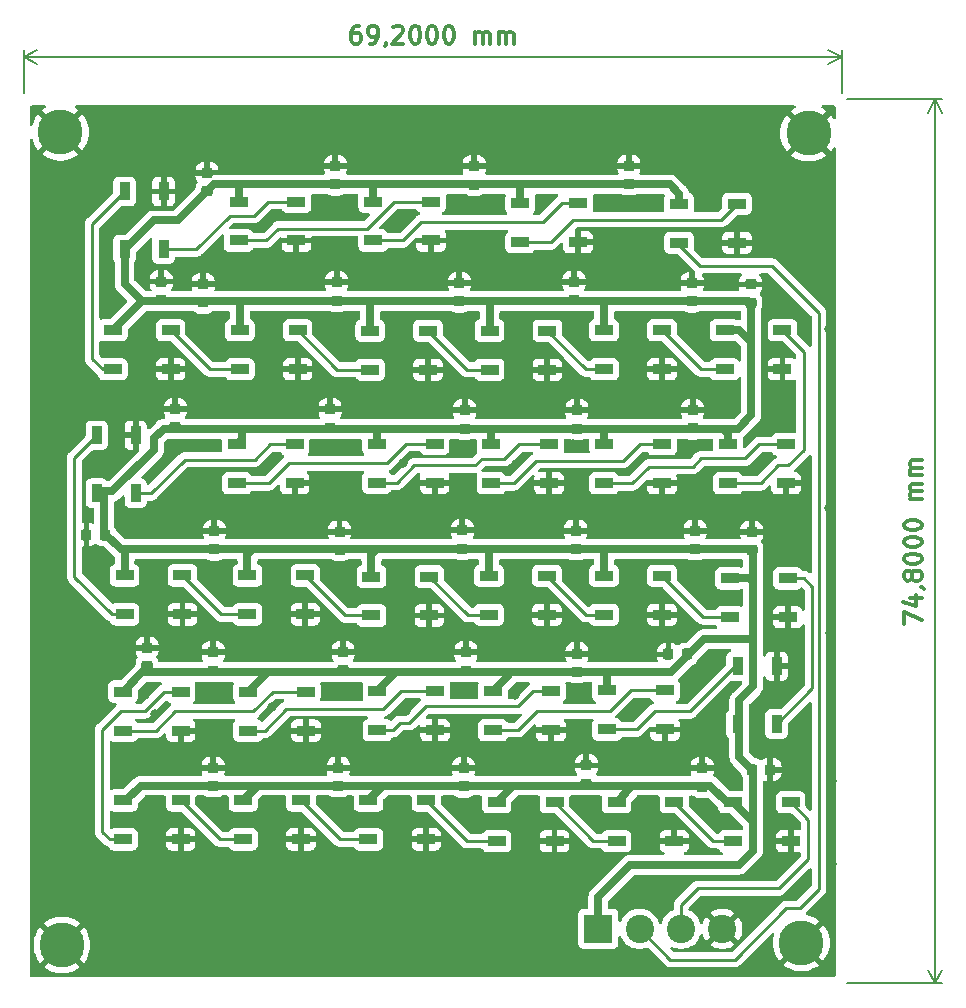
<source format=gtl>
G04 #@! TF.GenerationSoftware,KiCad,Pcbnew,7.0.5*
G04 #@! TF.CreationDate,2023-10-10T09:39:28+02:00*
G04 #@! TF.ProjectId,Lichten-PCB,4c696368-7465-46e2-9d50-43422e6b6963,rev?*
G04 #@! TF.SameCoordinates,Original*
G04 #@! TF.FileFunction,Copper,L1,Top*
G04 #@! TF.FilePolarity,Positive*
%FSLAX46Y46*%
G04 Gerber Fmt 4.6, Leading zero omitted, Abs format (unit mm)*
G04 Created by KiCad (PCBNEW 7.0.5) date 2023-10-10 09:39:28*
%MOMM*%
%LPD*%
G01*
G04 APERTURE LIST*
G04 Aperture macros list*
%AMRoundRect*
0 Rectangle with rounded corners*
0 $1 Rounding radius*
0 $2 $3 $4 $5 $6 $7 $8 $9 X,Y pos of 4 corners*
0 Add a 4 corners polygon primitive as box body*
4,1,4,$2,$3,$4,$5,$6,$7,$8,$9,$2,$3,0*
0 Add four circle primitives for the rounded corners*
1,1,$1+$1,$2,$3*
1,1,$1+$1,$4,$5*
1,1,$1+$1,$6,$7*
1,1,$1+$1,$8,$9*
0 Add four rect primitives between the rounded corners*
20,1,$1+$1,$2,$3,$4,$5,0*
20,1,$1+$1,$4,$5,$6,$7,0*
20,1,$1+$1,$6,$7,$8,$9,0*
20,1,$1+$1,$8,$9,$2,$3,0*%
G04 Aperture macros list end*
%ADD10C,0.300000*%
G04 #@! TA.AperFunction,NonConductor*
%ADD11C,0.300000*%
G04 #@! TD*
G04 #@! TA.AperFunction,NonConductor*
%ADD12C,0.200000*%
G04 #@! TD*
G04 #@! TA.AperFunction,SMDPad,CuDef*
%ADD13RoundRect,0.225000X0.250000X-0.225000X0.250000X0.225000X-0.250000X0.225000X-0.250000X-0.225000X0*%
G04 #@! TD*
G04 #@! TA.AperFunction,SMDPad,CuDef*
%ADD14R,0.900000X1.500000*%
G04 #@! TD*
G04 #@! TA.AperFunction,SMDPad,CuDef*
%ADD15R,1.500000X0.900000*%
G04 #@! TD*
G04 #@! TA.AperFunction,SMDPad,CuDef*
%ADD16RoundRect,0.225000X0.225000X0.250000X-0.225000X0.250000X-0.225000X-0.250000X0.225000X-0.250000X0*%
G04 #@! TD*
G04 #@! TA.AperFunction,ComponentPad*
%ADD17C,3.800000*%
G04 #@! TD*
G04 #@! TA.AperFunction,SMDPad,CuDef*
%ADD18RoundRect,0.225000X-0.225000X-0.250000X0.225000X-0.250000X0.225000X0.250000X-0.225000X0.250000X0*%
G04 #@! TD*
G04 #@! TA.AperFunction,ComponentPad*
%ADD19R,2.400000X2.400000*%
G04 #@! TD*
G04 #@! TA.AperFunction,ComponentPad*
%ADD20C,2.400000*%
G04 #@! TD*
G04 #@! TA.AperFunction,ViaPad*
%ADD21C,0.800000*%
G04 #@! TD*
G04 #@! TA.AperFunction,Conductor*
%ADD22C,0.667000*%
G04 #@! TD*
G04 #@! TA.AperFunction,Conductor*
%ADD23C,0.250000*%
G04 #@! TD*
G04 APERTURE END LIST*
D10*
D11*
X131585716Y-63773928D02*
X131300001Y-63773928D01*
X131300001Y-63773928D02*
X131157144Y-63845357D01*
X131157144Y-63845357D02*
X131085716Y-63916785D01*
X131085716Y-63916785D02*
X130942858Y-64131071D01*
X130942858Y-64131071D02*
X130871430Y-64416785D01*
X130871430Y-64416785D02*
X130871430Y-64988214D01*
X130871430Y-64988214D02*
X130942858Y-65131071D01*
X130942858Y-65131071D02*
X131014287Y-65202500D01*
X131014287Y-65202500D02*
X131157144Y-65273928D01*
X131157144Y-65273928D02*
X131442858Y-65273928D01*
X131442858Y-65273928D02*
X131585716Y-65202500D01*
X131585716Y-65202500D02*
X131657144Y-65131071D01*
X131657144Y-65131071D02*
X131728573Y-64988214D01*
X131728573Y-64988214D02*
X131728573Y-64631071D01*
X131728573Y-64631071D02*
X131657144Y-64488214D01*
X131657144Y-64488214D02*
X131585716Y-64416785D01*
X131585716Y-64416785D02*
X131442858Y-64345357D01*
X131442858Y-64345357D02*
X131157144Y-64345357D01*
X131157144Y-64345357D02*
X131014287Y-64416785D01*
X131014287Y-64416785D02*
X130942858Y-64488214D01*
X130942858Y-64488214D02*
X130871430Y-64631071D01*
X132442858Y-65273928D02*
X132728572Y-65273928D01*
X132728572Y-65273928D02*
X132871429Y-65202500D01*
X132871429Y-65202500D02*
X132942858Y-65131071D01*
X132942858Y-65131071D02*
X133085715Y-64916785D01*
X133085715Y-64916785D02*
X133157144Y-64631071D01*
X133157144Y-64631071D02*
X133157144Y-64059642D01*
X133157144Y-64059642D02*
X133085715Y-63916785D01*
X133085715Y-63916785D02*
X133014287Y-63845357D01*
X133014287Y-63845357D02*
X132871429Y-63773928D01*
X132871429Y-63773928D02*
X132585715Y-63773928D01*
X132585715Y-63773928D02*
X132442858Y-63845357D01*
X132442858Y-63845357D02*
X132371429Y-63916785D01*
X132371429Y-63916785D02*
X132300001Y-64059642D01*
X132300001Y-64059642D02*
X132300001Y-64416785D01*
X132300001Y-64416785D02*
X132371429Y-64559642D01*
X132371429Y-64559642D02*
X132442858Y-64631071D01*
X132442858Y-64631071D02*
X132585715Y-64702500D01*
X132585715Y-64702500D02*
X132871429Y-64702500D01*
X132871429Y-64702500D02*
X133014287Y-64631071D01*
X133014287Y-64631071D02*
X133085715Y-64559642D01*
X133085715Y-64559642D02*
X133157144Y-64416785D01*
X133871429Y-65202500D02*
X133871429Y-65273928D01*
X133871429Y-65273928D02*
X133800000Y-65416785D01*
X133800000Y-65416785D02*
X133728572Y-65488214D01*
X134442858Y-63916785D02*
X134514286Y-63845357D01*
X134514286Y-63845357D02*
X134657144Y-63773928D01*
X134657144Y-63773928D02*
X135014286Y-63773928D01*
X135014286Y-63773928D02*
X135157144Y-63845357D01*
X135157144Y-63845357D02*
X135228572Y-63916785D01*
X135228572Y-63916785D02*
X135300001Y-64059642D01*
X135300001Y-64059642D02*
X135300001Y-64202500D01*
X135300001Y-64202500D02*
X135228572Y-64416785D01*
X135228572Y-64416785D02*
X134371429Y-65273928D01*
X134371429Y-65273928D02*
X135300001Y-65273928D01*
X136228572Y-63773928D02*
X136371429Y-63773928D01*
X136371429Y-63773928D02*
X136514286Y-63845357D01*
X136514286Y-63845357D02*
X136585715Y-63916785D01*
X136585715Y-63916785D02*
X136657143Y-64059642D01*
X136657143Y-64059642D02*
X136728572Y-64345357D01*
X136728572Y-64345357D02*
X136728572Y-64702500D01*
X136728572Y-64702500D02*
X136657143Y-64988214D01*
X136657143Y-64988214D02*
X136585715Y-65131071D01*
X136585715Y-65131071D02*
X136514286Y-65202500D01*
X136514286Y-65202500D02*
X136371429Y-65273928D01*
X136371429Y-65273928D02*
X136228572Y-65273928D01*
X136228572Y-65273928D02*
X136085715Y-65202500D01*
X136085715Y-65202500D02*
X136014286Y-65131071D01*
X136014286Y-65131071D02*
X135942857Y-64988214D01*
X135942857Y-64988214D02*
X135871429Y-64702500D01*
X135871429Y-64702500D02*
X135871429Y-64345357D01*
X135871429Y-64345357D02*
X135942857Y-64059642D01*
X135942857Y-64059642D02*
X136014286Y-63916785D01*
X136014286Y-63916785D02*
X136085715Y-63845357D01*
X136085715Y-63845357D02*
X136228572Y-63773928D01*
X137657143Y-63773928D02*
X137800000Y-63773928D01*
X137800000Y-63773928D02*
X137942857Y-63845357D01*
X137942857Y-63845357D02*
X138014286Y-63916785D01*
X138014286Y-63916785D02*
X138085714Y-64059642D01*
X138085714Y-64059642D02*
X138157143Y-64345357D01*
X138157143Y-64345357D02*
X138157143Y-64702500D01*
X138157143Y-64702500D02*
X138085714Y-64988214D01*
X138085714Y-64988214D02*
X138014286Y-65131071D01*
X138014286Y-65131071D02*
X137942857Y-65202500D01*
X137942857Y-65202500D02*
X137800000Y-65273928D01*
X137800000Y-65273928D02*
X137657143Y-65273928D01*
X137657143Y-65273928D02*
X137514286Y-65202500D01*
X137514286Y-65202500D02*
X137442857Y-65131071D01*
X137442857Y-65131071D02*
X137371428Y-64988214D01*
X137371428Y-64988214D02*
X137300000Y-64702500D01*
X137300000Y-64702500D02*
X137300000Y-64345357D01*
X137300000Y-64345357D02*
X137371428Y-64059642D01*
X137371428Y-64059642D02*
X137442857Y-63916785D01*
X137442857Y-63916785D02*
X137514286Y-63845357D01*
X137514286Y-63845357D02*
X137657143Y-63773928D01*
X139085714Y-63773928D02*
X139228571Y-63773928D01*
X139228571Y-63773928D02*
X139371428Y-63845357D01*
X139371428Y-63845357D02*
X139442857Y-63916785D01*
X139442857Y-63916785D02*
X139514285Y-64059642D01*
X139514285Y-64059642D02*
X139585714Y-64345357D01*
X139585714Y-64345357D02*
X139585714Y-64702500D01*
X139585714Y-64702500D02*
X139514285Y-64988214D01*
X139514285Y-64988214D02*
X139442857Y-65131071D01*
X139442857Y-65131071D02*
X139371428Y-65202500D01*
X139371428Y-65202500D02*
X139228571Y-65273928D01*
X139228571Y-65273928D02*
X139085714Y-65273928D01*
X139085714Y-65273928D02*
X138942857Y-65202500D01*
X138942857Y-65202500D02*
X138871428Y-65131071D01*
X138871428Y-65131071D02*
X138799999Y-64988214D01*
X138799999Y-64988214D02*
X138728571Y-64702500D01*
X138728571Y-64702500D02*
X138728571Y-64345357D01*
X138728571Y-64345357D02*
X138799999Y-64059642D01*
X138799999Y-64059642D02*
X138871428Y-63916785D01*
X138871428Y-63916785D02*
X138942857Y-63845357D01*
X138942857Y-63845357D02*
X139085714Y-63773928D01*
X141371427Y-65273928D02*
X141371427Y-64273928D01*
X141371427Y-64416785D02*
X141442856Y-64345357D01*
X141442856Y-64345357D02*
X141585713Y-64273928D01*
X141585713Y-64273928D02*
X141799999Y-64273928D01*
X141799999Y-64273928D02*
X141942856Y-64345357D01*
X141942856Y-64345357D02*
X142014285Y-64488214D01*
X142014285Y-64488214D02*
X142014285Y-65273928D01*
X142014285Y-64488214D02*
X142085713Y-64345357D01*
X142085713Y-64345357D02*
X142228570Y-64273928D01*
X142228570Y-64273928D02*
X142442856Y-64273928D01*
X142442856Y-64273928D02*
X142585713Y-64345357D01*
X142585713Y-64345357D02*
X142657142Y-64488214D01*
X142657142Y-64488214D02*
X142657142Y-65273928D01*
X143371427Y-65273928D02*
X143371427Y-64273928D01*
X143371427Y-64416785D02*
X143442856Y-64345357D01*
X143442856Y-64345357D02*
X143585713Y-64273928D01*
X143585713Y-64273928D02*
X143799999Y-64273928D01*
X143799999Y-64273928D02*
X143942856Y-64345357D01*
X143942856Y-64345357D02*
X144014285Y-64488214D01*
X144014285Y-64488214D02*
X144014285Y-65273928D01*
X144014285Y-64488214D02*
X144085713Y-64345357D01*
X144085713Y-64345357D02*
X144228570Y-64273928D01*
X144228570Y-64273928D02*
X144442856Y-64273928D01*
X144442856Y-64273928D02*
X144585713Y-64345357D01*
X144585713Y-64345357D02*
X144657142Y-64488214D01*
X144657142Y-64488214D02*
X144657142Y-65273928D01*
D12*
X103200000Y-69500000D02*
X103200000Y-65809180D01*
X172400000Y-69500000D02*
X172400000Y-65809180D01*
X103200000Y-66395600D02*
X172400000Y-66395600D01*
X103200000Y-66395600D02*
X172400000Y-66395600D01*
X103200000Y-66395600D02*
X104326504Y-65809179D01*
X103200000Y-66395600D02*
X104326504Y-66982021D01*
X172400000Y-66395600D02*
X171273496Y-66982021D01*
X172400000Y-66395600D02*
X171273496Y-65809179D01*
D10*
D11*
X177692928Y-114399998D02*
X177692928Y-113399998D01*
X177692928Y-113399998D02*
X179192928Y-114042855D01*
X178192928Y-112185713D02*
X179192928Y-112185713D01*
X177621500Y-112542855D02*
X178692928Y-112899998D01*
X178692928Y-112899998D02*
X178692928Y-111971427D01*
X179121500Y-111328570D02*
X179192928Y-111328570D01*
X179192928Y-111328570D02*
X179335785Y-111399999D01*
X179335785Y-111399999D02*
X179407214Y-111471427D01*
X178335785Y-110471427D02*
X178264357Y-110614284D01*
X178264357Y-110614284D02*
X178192928Y-110685713D01*
X178192928Y-110685713D02*
X178050071Y-110757141D01*
X178050071Y-110757141D02*
X177978642Y-110757141D01*
X177978642Y-110757141D02*
X177835785Y-110685713D01*
X177835785Y-110685713D02*
X177764357Y-110614284D01*
X177764357Y-110614284D02*
X177692928Y-110471427D01*
X177692928Y-110471427D02*
X177692928Y-110185713D01*
X177692928Y-110185713D02*
X177764357Y-110042856D01*
X177764357Y-110042856D02*
X177835785Y-109971427D01*
X177835785Y-109971427D02*
X177978642Y-109899998D01*
X177978642Y-109899998D02*
X178050071Y-109899998D01*
X178050071Y-109899998D02*
X178192928Y-109971427D01*
X178192928Y-109971427D02*
X178264357Y-110042856D01*
X178264357Y-110042856D02*
X178335785Y-110185713D01*
X178335785Y-110185713D02*
X178335785Y-110471427D01*
X178335785Y-110471427D02*
X178407214Y-110614284D01*
X178407214Y-110614284D02*
X178478642Y-110685713D01*
X178478642Y-110685713D02*
X178621500Y-110757141D01*
X178621500Y-110757141D02*
X178907214Y-110757141D01*
X178907214Y-110757141D02*
X179050071Y-110685713D01*
X179050071Y-110685713D02*
X179121500Y-110614284D01*
X179121500Y-110614284D02*
X179192928Y-110471427D01*
X179192928Y-110471427D02*
X179192928Y-110185713D01*
X179192928Y-110185713D02*
X179121500Y-110042856D01*
X179121500Y-110042856D02*
X179050071Y-109971427D01*
X179050071Y-109971427D02*
X178907214Y-109899998D01*
X178907214Y-109899998D02*
X178621500Y-109899998D01*
X178621500Y-109899998D02*
X178478642Y-109971427D01*
X178478642Y-109971427D02*
X178407214Y-110042856D01*
X178407214Y-110042856D02*
X178335785Y-110185713D01*
X177692928Y-108971427D02*
X177692928Y-108828570D01*
X177692928Y-108828570D02*
X177764357Y-108685713D01*
X177764357Y-108685713D02*
X177835785Y-108614285D01*
X177835785Y-108614285D02*
X177978642Y-108542856D01*
X177978642Y-108542856D02*
X178264357Y-108471427D01*
X178264357Y-108471427D02*
X178621500Y-108471427D01*
X178621500Y-108471427D02*
X178907214Y-108542856D01*
X178907214Y-108542856D02*
X179050071Y-108614285D01*
X179050071Y-108614285D02*
X179121500Y-108685713D01*
X179121500Y-108685713D02*
X179192928Y-108828570D01*
X179192928Y-108828570D02*
X179192928Y-108971427D01*
X179192928Y-108971427D02*
X179121500Y-109114285D01*
X179121500Y-109114285D02*
X179050071Y-109185713D01*
X179050071Y-109185713D02*
X178907214Y-109257142D01*
X178907214Y-109257142D02*
X178621500Y-109328570D01*
X178621500Y-109328570D02*
X178264357Y-109328570D01*
X178264357Y-109328570D02*
X177978642Y-109257142D01*
X177978642Y-109257142D02*
X177835785Y-109185713D01*
X177835785Y-109185713D02*
X177764357Y-109114285D01*
X177764357Y-109114285D02*
X177692928Y-108971427D01*
X177692928Y-107542856D02*
X177692928Y-107399999D01*
X177692928Y-107399999D02*
X177764357Y-107257142D01*
X177764357Y-107257142D02*
X177835785Y-107185714D01*
X177835785Y-107185714D02*
X177978642Y-107114285D01*
X177978642Y-107114285D02*
X178264357Y-107042856D01*
X178264357Y-107042856D02*
X178621500Y-107042856D01*
X178621500Y-107042856D02*
X178907214Y-107114285D01*
X178907214Y-107114285D02*
X179050071Y-107185714D01*
X179050071Y-107185714D02*
X179121500Y-107257142D01*
X179121500Y-107257142D02*
X179192928Y-107399999D01*
X179192928Y-107399999D02*
X179192928Y-107542856D01*
X179192928Y-107542856D02*
X179121500Y-107685714D01*
X179121500Y-107685714D02*
X179050071Y-107757142D01*
X179050071Y-107757142D02*
X178907214Y-107828571D01*
X178907214Y-107828571D02*
X178621500Y-107899999D01*
X178621500Y-107899999D02*
X178264357Y-107899999D01*
X178264357Y-107899999D02*
X177978642Y-107828571D01*
X177978642Y-107828571D02*
X177835785Y-107757142D01*
X177835785Y-107757142D02*
X177764357Y-107685714D01*
X177764357Y-107685714D02*
X177692928Y-107542856D01*
X177692928Y-106114285D02*
X177692928Y-105971428D01*
X177692928Y-105971428D02*
X177764357Y-105828571D01*
X177764357Y-105828571D02*
X177835785Y-105757143D01*
X177835785Y-105757143D02*
X177978642Y-105685714D01*
X177978642Y-105685714D02*
X178264357Y-105614285D01*
X178264357Y-105614285D02*
X178621500Y-105614285D01*
X178621500Y-105614285D02*
X178907214Y-105685714D01*
X178907214Y-105685714D02*
X179050071Y-105757143D01*
X179050071Y-105757143D02*
X179121500Y-105828571D01*
X179121500Y-105828571D02*
X179192928Y-105971428D01*
X179192928Y-105971428D02*
X179192928Y-106114285D01*
X179192928Y-106114285D02*
X179121500Y-106257143D01*
X179121500Y-106257143D02*
X179050071Y-106328571D01*
X179050071Y-106328571D02*
X178907214Y-106400000D01*
X178907214Y-106400000D02*
X178621500Y-106471428D01*
X178621500Y-106471428D02*
X178264357Y-106471428D01*
X178264357Y-106471428D02*
X177978642Y-106400000D01*
X177978642Y-106400000D02*
X177835785Y-106328571D01*
X177835785Y-106328571D02*
X177764357Y-106257143D01*
X177764357Y-106257143D02*
X177692928Y-106114285D01*
X179192928Y-103828572D02*
X178192928Y-103828572D01*
X178335785Y-103828572D02*
X178264357Y-103757143D01*
X178264357Y-103757143D02*
X178192928Y-103614286D01*
X178192928Y-103614286D02*
X178192928Y-103400000D01*
X178192928Y-103400000D02*
X178264357Y-103257143D01*
X178264357Y-103257143D02*
X178407214Y-103185715D01*
X178407214Y-103185715D02*
X179192928Y-103185715D01*
X178407214Y-103185715D02*
X178264357Y-103114286D01*
X178264357Y-103114286D02*
X178192928Y-102971429D01*
X178192928Y-102971429D02*
X178192928Y-102757143D01*
X178192928Y-102757143D02*
X178264357Y-102614286D01*
X178264357Y-102614286D02*
X178407214Y-102542857D01*
X178407214Y-102542857D02*
X179192928Y-102542857D01*
X179192928Y-101828572D02*
X178192928Y-101828572D01*
X178335785Y-101828572D02*
X178264357Y-101757143D01*
X178264357Y-101757143D02*
X178192928Y-101614286D01*
X178192928Y-101614286D02*
X178192928Y-101400000D01*
X178192928Y-101400000D02*
X178264357Y-101257143D01*
X178264357Y-101257143D02*
X178407214Y-101185715D01*
X178407214Y-101185715D02*
X179192928Y-101185715D01*
X178407214Y-101185715D02*
X178264357Y-101114286D01*
X178264357Y-101114286D02*
X178192928Y-100971429D01*
X178192928Y-100971429D02*
X178192928Y-100757143D01*
X178192928Y-100757143D02*
X178264357Y-100614286D01*
X178264357Y-100614286D02*
X178407214Y-100542857D01*
X178407214Y-100542857D02*
X179192928Y-100542857D01*
D12*
X172900000Y-70000000D02*
X180901020Y-70000000D01*
X172900000Y-144800000D02*
X180901020Y-144800000D01*
X180314600Y-70000000D02*
X180314600Y-144800000D01*
X180314600Y-70000000D02*
X180314600Y-144800000D01*
X180314600Y-70000000D02*
X180901021Y-71126504D01*
X180314600Y-70000000D02*
X179728179Y-71126504D01*
X180314600Y-144800000D02*
X179728179Y-143673496D01*
X180314600Y-144800000D02*
X180901021Y-143673496D01*
D13*
X140500000Y-97875000D03*
X140500000Y-96325000D03*
D14*
X111700000Y-82700000D03*
X115000000Y-82700000D03*
X115000000Y-77800000D03*
X111700000Y-77800000D03*
D13*
X159750000Y-87100000D03*
X159750000Y-85550000D03*
D14*
X109350000Y-103350000D03*
X112650000Y-103350000D03*
X112650000Y-98450000D03*
X109350000Y-98450000D03*
D15*
X111700000Y-110300000D03*
X111700000Y-113600000D03*
X116600000Y-113600000D03*
X116600000Y-110300000D03*
X111550000Y-129350000D03*
X111550000Y-132650000D03*
X116450000Y-132650000D03*
X116450000Y-129350000D03*
D13*
X119200000Y-118375000D03*
X119200000Y-116825000D03*
D16*
X110025000Y-106850000D03*
X108475000Y-106850000D03*
D15*
X162500000Y-89550000D03*
X162500000Y-92850000D03*
X167400000Y-92850000D03*
X167400000Y-89550000D03*
X162950000Y-110550000D03*
X162950000Y-113850000D03*
X167850000Y-113850000D03*
X167850000Y-110550000D03*
D13*
X116000000Y-97775000D03*
X116000000Y-96225000D03*
D15*
X158650000Y-78850000D03*
X158650000Y-82150000D03*
X163550000Y-82150000D03*
X163550000Y-78850000D03*
X142750000Y-99200000D03*
X142750000Y-102500000D03*
X147650000Y-102500000D03*
X147650000Y-99200000D03*
D13*
X118350000Y-87200000D03*
X118350000Y-85650000D03*
X114800000Y-86975000D03*
X114800000Y-85425000D03*
X150000000Y-118475000D03*
X150000000Y-116925000D03*
D15*
X143200000Y-129500000D03*
X143200000Y-132800000D03*
X148100000Y-132800000D03*
X148100000Y-129500000D03*
X133050000Y-99150000D03*
X133050000Y-102450000D03*
X137950000Y-102450000D03*
X137950000Y-99150000D03*
X121750000Y-129350000D03*
X121750000Y-132650000D03*
X126650000Y-132650000D03*
X126650000Y-129350000D03*
X162800000Y-99200000D03*
X162800000Y-102500000D03*
X167700000Y-102500000D03*
X167700000Y-99200000D03*
D13*
X149750000Y-87000000D03*
X149750000Y-85450000D03*
X160600000Y-128200000D03*
X160600000Y-126650000D03*
D15*
X122100000Y-110300000D03*
X122100000Y-113600000D03*
X127000000Y-113600000D03*
X127000000Y-110300000D03*
X152300000Y-89550000D03*
X152300000Y-92850000D03*
X157200000Y-92850000D03*
X157200000Y-89550000D03*
D14*
X163600000Y-122900000D03*
X166900000Y-122900000D03*
X166900000Y-118000000D03*
X163600000Y-118000000D03*
D13*
X130200000Y-118350000D03*
X130200000Y-116800000D03*
X140300000Y-108050000D03*
X140300000Y-106500000D03*
X129100000Y-97800000D03*
X129100000Y-96250000D03*
X140600000Y-118375000D03*
X140600000Y-116825000D03*
D15*
X121450000Y-89550000D03*
X121450000Y-92850000D03*
X126350000Y-92850000D03*
X126350000Y-89550000D03*
X122150000Y-120150000D03*
X122150000Y-123450000D03*
X127050000Y-123450000D03*
X127050000Y-120150000D03*
D13*
X164800000Y-108175000D03*
X164800000Y-106625000D03*
X150000000Y-97875000D03*
X150000000Y-96325000D03*
D17*
X169610000Y-72860000D03*
D15*
X142600000Y-89600000D03*
X142600000Y-92900000D03*
X147500000Y-92900000D03*
X147500000Y-89600000D03*
D17*
X169000000Y-141400000D03*
D13*
X118675000Y-77800000D03*
X118675000Y-76250000D03*
D15*
X110700000Y-89550000D03*
X110700000Y-92850000D03*
X115600000Y-92850000D03*
X115600000Y-89550000D03*
D13*
X154400000Y-77175000D03*
X154400000Y-75625000D03*
X129900000Y-108150000D03*
X129900000Y-106600000D03*
D15*
X132750000Y-78650000D03*
X132750000Y-81950000D03*
X137650000Y-81950000D03*
X137650000Y-78650000D03*
D13*
X129650000Y-87050000D03*
X129650000Y-85500000D03*
D15*
X153350000Y-129500000D03*
X153350000Y-132800000D03*
X158250000Y-132800000D03*
X158250000Y-129500000D03*
D13*
X129550000Y-77200000D03*
X129550000Y-75650000D03*
X140400000Y-128175000D03*
X140400000Y-126625000D03*
D15*
X133100000Y-120100000D03*
X133100000Y-123400000D03*
X138000000Y-123400000D03*
X138000000Y-120100000D03*
D13*
X113600000Y-117975000D03*
X113600000Y-116425000D03*
X119200000Y-128150000D03*
X119200000Y-126600000D03*
X141300000Y-77225000D03*
X141300000Y-75675000D03*
D16*
X159300000Y-117000000D03*
X157750000Y-117000000D03*
D17*
X106400000Y-141600000D03*
D18*
X164825000Y-126750000D03*
X166375000Y-126750000D03*
D15*
X152300000Y-110350000D03*
X152300000Y-113650000D03*
X157200000Y-113650000D03*
X157200000Y-110350000D03*
X121200000Y-99200000D03*
X121200000Y-102500000D03*
X126100000Y-102500000D03*
X126100000Y-99200000D03*
X145200000Y-78800000D03*
X145200000Y-82100000D03*
X150100000Y-82100000D03*
X150100000Y-78800000D03*
X152550000Y-120050000D03*
X152550000Y-123350000D03*
X157450000Y-123350000D03*
X157450000Y-120050000D03*
X142550000Y-110350000D03*
X142550000Y-113650000D03*
X147450000Y-113650000D03*
X147450000Y-110350000D03*
X142900000Y-120100000D03*
X142900000Y-123400000D03*
X147800000Y-123400000D03*
X147800000Y-120100000D03*
X152300000Y-99200000D03*
X152300000Y-102500000D03*
X157200000Y-102500000D03*
X157200000Y-99200000D03*
X132600000Y-110400000D03*
X132600000Y-113700000D03*
X137500000Y-113700000D03*
X137500000Y-110400000D03*
D13*
X129800000Y-128150000D03*
X129800000Y-126600000D03*
X160000000Y-108075000D03*
X160000000Y-106525000D03*
D15*
X121350000Y-78650000D03*
X121350000Y-81950000D03*
X126250000Y-81950000D03*
X126250000Y-78650000D03*
X132350000Y-129350000D03*
X132350000Y-132650000D03*
X137250000Y-132650000D03*
X137250000Y-129350000D03*
D13*
X149900000Y-108075000D03*
X149900000Y-106525000D03*
D15*
X132500000Y-89600000D03*
X132500000Y-92900000D03*
X137400000Y-92900000D03*
X137400000Y-89600000D03*
D19*
X151810000Y-140230000D03*
D20*
X155310000Y-140230000D03*
X158810000Y-140230000D03*
X162310000Y-140230000D03*
D13*
X150800000Y-127950000D03*
X150800000Y-126400000D03*
X119300000Y-108100000D03*
X119300000Y-106550000D03*
X164700000Y-87225000D03*
X164700000Y-85675000D03*
D15*
X111550000Y-120150000D03*
X111550000Y-123450000D03*
X116450000Y-123450000D03*
X116450000Y-120150000D03*
X163200000Y-129500000D03*
X163200000Y-132800000D03*
X168100000Y-132800000D03*
X168100000Y-129500000D03*
D17*
X106260000Y-72780000D03*
D13*
X159800000Y-97850000D03*
X159800000Y-96300000D03*
X140050000Y-87100000D03*
X140050000Y-85550000D03*
D21*
X140320000Y-104530000D03*
X123900000Y-100850000D03*
X113400000Y-120450000D03*
X118900000Y-129900000D03*
X149950000Y-104490000D03*
X123950000Y-95600000D03*
X154940000Y-121666000D03*
X155956000Y-116332000D03*
X154800000Y-112000000D03*
X140462000Y-124968000D03*
X110400000Y-86950000D03*
X166450000Y-112200000D03*
X135100000Y-112000000D03*
X139800000Y-99550000D03*
X129050000Y-94500000D03*
X171300000Y-89450000D03*
X169450000Y-101950000D03*
X111800000Y-126550000D03*
X169500000Y-106550000D03*
X124206000Y-121412000D03*
X119050000Y-110400000D03*
X129550000Y-79500000D03*
X141300000Y-72000000D03*
X149860000Y-120396000D03*
X166550000Y-131350000D03*
X116000000Y-99550000D03*
X161544000Y-131064000D03*
X109200000Y-109300000D03*
X159600000Y-99550000D03*
X113300000Y-84550000D03*
X149700000Y-99200000D03*
X146900000Y-79150000D03*
X154450000Y-72000000D03*
X129794000Y-124968000D03*
X155500000Y-136600000D03*
X166100000Y-120950000D03*
X166850000Y-80400000D03*
X166200000Y-91250000D03*
X129000000Y-99500000D03*
X129910000Y-104370000D03*
X168600000Y-115850000D03*
X155800000Y-131200000D03*
X129350000Y-129850000D03*
X124000000Y-80150000D03*
X140716000Y-115316000D03*
X140550000Y-94300000D03*
X171400000Y-115200000D03*
X150114000Y-115062000D03*
X171600000Y-134700000D03*
X135700000Y-136300000D03*
X145550000Y-131150000D03*
X135050000Y-91250000D03*
X153416000Y-125730000D03*
X162500000Y-95200000D03*
X123950000Y-91100000D03*
X129550000Y-72000000D03*
X165250000Y-138350000D03*
X119126000Y-124714000D03*
X124550000Y-111950000D03*
X150600000Y-129600000D03*
X157734000Y-125222000D03*
X169400000Y-126350000D03*
X144780000Y-120396000D03*
X107350000Y-94750000D03*
X160020000Y-119888000D03*
X135550000Y-121750000D03*
X118350000Y-83850000D03*
X171350000Y-104600000D03*
X114250000Y-136300000D03*
X145100000Y-91300000D03*
X119126000Y-115062000D03*
X111506000Y-116332000D03*
X114250000Y-122050000D03*
X119126000Y-120396000D03*
X164950000Y-72000000D03*
X159950000Y-110600000D03*
X107500000Y-116300000D03*
X144800000Y-100900000D03*
X124850000Y-135700000D03*
X116840000Y-105970000D03*
X135300000Y-80250000D03*
X129450000Y-120100000D03*
X116050000Y-94550000D03*
X167000000Y-87300000D03*
X146150000Y-136000000D03*
X166300000Y-135100000D03*
X159910000Y-104690000D03*
X139600000Y-110450000D03*
X118700000Y-72000000D03*
X171600000Y-127750000D03*
X148082000Y-125222000D03*
X169300000Y-136500000D03*
X145000000Y-112000000D03*
X107650000Y-135900000D03*
X166950000Y-96350000D03*
X113250000Y-91150000D03*
X165250000Y-100900000D03*
X113850000Y-130950000D03*
X135250000Y-100750000D03*
X124400000Y-131150000D03*
X169250000Y-89550000D03*
X154450000Y-79000000D03*
X161150000Y-81650000D03*
X140000000Y-120100000D03*
X130048000Y-115062000D03*
X110950000Y-72050000D03*
X114200000Y-111950000D03*
X141400000Y-84200000D03*
X154600000Y-84150000D03*
X134900000Y-130700000D03*
X129200000Y-109800000D03*
X129700000Y-83800000D03*
X154700000Y-91150000D03*
X107550000Y-126400000D03*
X149450000Y-110300000D03*
X165120000Y-104720000D03*
X139900000Y-129900000D03*
X160200000Y-90700000D03*
X150050000Y-94600000D03*
X141350000Y-79300000D03*
X111900000Y-80000000D03*
D22*
X155100000Y-108100000D02*
X154350000Y-108100000D01*
X123600000Y-118500000D02*
X113200000Y-118500000D01*
X164750000Y-96750000D02*
X164750000Y-90550000D01*
X144600000Y-128100000D02*
X143200000Y-129500000D01*
X134600000Y-118500000D02*
X134300000Y-118500000D01*
X121250000Y-87100000D02*
X113150000Y-87100000D01*
X152300000Y-87100000D02*
X152300000Y-89550000D01*
X133100000Y-108100000D02*
X132600000Y-108600000D01*
X135500000Y-118500000D02*
X134600000Y-118500000D01*
X145800000Y-108100000D02*
X145125000Y-108100000D01*
X135900000Y-108100000D02*
X133100000Y-108100000D01*
X144500000Y-87100000D02*
X142800000Y-87100000D01*
X163600000Y-97900000D02*
X164750000Y-96750000D01*
X155100000Y-108100000D02*
X154550000Y-108100000D01*
X152300000Y-98050000D02*
X152300000Y-99200000D01*
X164750000Y-90550000D02*
X164750000Y-87350000D01*
X111900000Y-108100000D02*
X111400000Y-108100000D01*
X142800000Y-87100000D02*
X132250000Y-87100000D01*
X152400000Y-108100000D02*
X152300000Y-108200000D01*
X142550000Y-108350000D02*
X142550000Y-110350000D01*
X133200000Y-97900000D02*
X142850000Y-97900000D01*
X133600000Y-128100000D02*
X123400000Y-128100000D01*
X157850000Y-77200000D02*
X158650000Y-78000000D01*
X113150000Y-87100000D02*
X111700000Y-85650000D01*
X122600000Y-108100000D02*
X120700000Y-108100000D01*
X144600000Y-128100000D02*
X133600000Y-128100000D01*
X152550000Y-118750000D02*
X152550000Y-120050000D01*
X111850000Y-129350000D02*
X111550000Y-129350000D01*
X111700000Y-85650000D02*
X111700000Y-82700000D01*
X154600000Y-128100000D02*
X154600000Y-128250000D01*
X154550000Y-118500000D02*
X153700000Y-118500000D01*
X163750000Y-125675000D02*
X163750000Y-123650000D01*
X152300000Y-87100000D02*
X144500000Y-87100000D01*
X137800000Y-118500000D02*
X136100000Y-118500000D01*
X158650000Y-78000000D02*
X158650000Y-78850000D01*
X110668000Y-103200000D02*
X114200000Y-99668000D01*
X115000000Y-97900000D02*
X121650000Y-97900000D01*
X142800000Y-108100000D02*
X137300000Y-108100000D01*
X154600000Y-128100000D02*
X144600000Y-128100000D01*
X144200000Y-118500000D02*
X144200000Y-118800000D01*
X142750000Y-98000000D02*
X142750000Y-99200000D01*
X123400000Y-128100000D02*
X123000000Y-128100000D01*
X123600000Y-118500000D02*
X123600000Y-118700000D01*
X162400000Y-97900000D02*
X163600000Y-97900000D01*
X132750000Y-77450000D02*
X132750000Y-78650000D01*
X137300000Y-108100000D02*
X135900000Y-108100000D01*
X132500000Y-77200000D02*
X145100000Y-77200000D01*
X111400000Y-108100000D02*
X109982000Y-106682000D01*
X152300000Y-108200000D02*
X152300000Y-110350000D01*
X121650000Y-98750000D02*
X121200000Y-99200000D01*
X150800000Y-118500000D02*
X150350000Y-118500000D01*
X128700000Y-108100000D02*
X127100000Y-108100000D01*
X164750000Y-90550000D02*
X163750000Y-89550000D01*
X144200000Y-118800000D02*
X142900000Y-120100000D01*
X114200000Y-98700000D02*
X115000000Y-97900000D01*
X161300000Y-128100000D02*
X154600000Y-128100000D01*
X123400000Y-128100000D02*
X113100000Y-128100000D01*
X159550000Y-116900000D02*
X157950000Y-118500000D01*
X152150000Y-97900000D02*
X152300000Y-98050000D01*
X162800000Y-98300000D02*
X162800000Y-99200000D01*
X154520000Y-134800000D02*
X151810000Y-137510000D01*
X145100000Y-77200000D02*
X157850000Y-77200000D01*
X152150000Y-97900000D02*
X162400000Y-97900000D01*
X109982000Y-103200000D02*
X110668000Y-103200000D01*
X164500000Y-87100000D02*
X152300000Y-87100000D01*
X164750000Y-87350000D02*
X164500000Y-87100000D01*
X144200000Y-118500000D02*
X143500000Y-118500000D01*
X152800000Y-118500000D02*
X152550000Y-118750000D01*
X132500000Y-87350000D02*
X132500000Y-89600000D01*
X113150000Y-87100000D02*
X110700000Y-89550000D01*
X164900000Y-110850000D02*
X164600000Y-110550000D01*
X134300000Y-118500000D02*
X123600000Y-118500000D01*
X164900000Y-131200000D02*
X163200000Y-129500000D01*
X155500000Y-118500000D02*
X154550000Y-118500000D01*
X164900000Y-115700000D02*
X160750000Y-115700000D01*
X164900000Y-133600000D02*
X164900000Y-131200000D01*
X164900000Y-119700000D02*
X163750000Y-120850000D01*
X121450000Y-87300000D02*
X121450000Y-89550000D01*
X145200000Y-77300000D02*
X145200000Y-78800000D01*
X132600000Y-108600000D02*
X132600000Y-110400000D01*
X163750000Y-120850000D02*
X163750000Y-123650000D01*
X122600000Y-108100000D02*
X122100000Y-108600000D01*
X164900000Y-108325000D02*
X164675000Y-108100000D01*
X163750000Y-89550000D02*
X162500000Y-89550000D01*
X164825000Y-126750000D02*
X163750000Y-125675000D01*
X152400000Y-108100000D02*
X145800000Y-108100000D01*
X121450000Y-77200000D02*
X121350000Y-77300000D01*
X111700000Y-108300000D02*
X111700000Y-110300000D01*
X164900000Y-131020000D02*
X164900000Y-126825000D01*
X113100000Y-128100000D02*
X111850000Y-129350000D01*
X145125000Y-108100000D02*
X144600000Y-108100000D01*
X113200000Y-118500000D02*
X111550000Y-120150000D01*
X162700000Y-129500000D02*
X161300000Y-128100000D01*
X116200000Y-80250000D02*
X119250000Y-77200000D01*
X119250000Y-77200000D02*
X121450000Y-77200000D01*
X153300000Y-118500000D02*
X152800000Y-118500000D01*
X111900000Y-108100000D02*
X111700000Y-108300000D01*
X154350000Y-108100000D02*
X153850000Y-108100000D01*
X134600000Y-118500000D02*
X134600000Y-118600000D01*
X164900000Y-110800000D02*
X164900000Y-108325000D01*
X127100000Y-108100000D02*
X125500000Y-108100000D01*
X142850000Y-97900000D02*
X142750000Y-98000000D01*
X164900000Y-131200000D02*
X164900000Y-131020000D01*
X114150000Y-80250000D02*
X116200000Y-80250000D01*
X123000000Y-128100000D02*
X121750000Y-129350000D01*
X145500000Y-118500000D02*
X144600000Y-118500000D01*
X132250000Y-87100000D02*
X132500000Y-87350000D01*
X123600000Y-118700000D02*
X122150000Y-120150000D01*
X119300000Y-108100000D02*
X112100000Y-108100000D01*
X133200000Y-97900000D02*
X133050000Y-98050000D01*
X152800000Y-118500000D02*
X150800000Y-118500000D01*
X121650000Y-97900000D02*
X133200000Y-97900000D01*
X109982000Y-106682000D02*
X109982000Y-103200000D01*
X121650000Y-97900000D02*
X121650000Y-98750000D01*
X111700000Y-82700000D02*
X114150000Y-80250000D01*
X151810000Y-137510000D02*
X151810000Y-140230000D01*
X136100000Y-118500000D02*
X135500000Y-118500000D01*
X142600000Y-87300000D02*
X142600000Y-89600000D01*
X157950000Y-118500000D02*
X155500000Y-118500000D01*
X121250000Y-87100000D02*
X121450000Y-87300000D01*
X163700000Y-134800000D02*
X164900000Y-133600000D01*
X164900000Y-115700000D02*
X164900000Y-110850000D01*
X163200000Y-129500000D02*
X162700000Y-129500000D01*
X125500000Y-108100000D02*
X122600000Y-108100000D01*
X153850000Y-108100000D02*
X152400000Y-108100000D01*
X142850000Y-97900000D02*
X152150000Y-97900000D01*
X133100000Y-108100000D02*
X128700000Y-108100000D01*
X164600000Y-110550000D02*
X162950000Y-110550000D01*
X133050000Y-98050000D02*
X133050000Y-99150000D01*
X121350000Y-77300000D02*
X121350000Y-78650000D01*
X153700000Y-118500000D02*
X153300000Y-118500000D01*
X114200000Y-99668000D02*
X114200000Y-98700000D01*
X144600000Y-118500000D02*
X144200000Y-118500000D01*
X150800000Y-118500000D02*
X146050000Y-118500000D01*
X120700000Y-108100000D02*
X119300000Y-108100000D01*
X160750000Y-115700000D02*
X159550000Y-116900000D01*
X132500000Y-77200000D02*
X132750000Y-77450000D01*
X144600000Y-108100000D02*
X142800000Y-108100000D01*
X122100000Y-108600000D02*
X122100000Y-110300000D01*
X132250000Y-87100000D02*
X121250000Y-87100000D01*
X121450000Y-77200000D02*
X132500000Y-77200000D01*
X163700000Y-134800000D02*
X154520000Y-134800000D01*
X154600000Y-128250000D02*
X153350000Y-129500000D01*
X164675000Y-108100000D02*
X155900000Y-108100000D01*
X142800000Y-108100000D02*
X142550000Y-108350000D01*
X134600000Y-118600000D02*
X133100000Y-120100000D01*
X133600000Y-128100000D02*
X132350000Y-129350000D01*
X164900000Y-115700000D02*
X164900000Y-119700000D01*
X143500000Y-118500000D02*
X137800000Y-118500000D01*
X155900000Y-108100000D02*
X155100000Y-108100000D01*
X146050000Y-118500000D02*
X145500000Y-118500000D01*
X112100000Y-108100000D02*
X111900000Y-108100000D01*
X145100000Y-77200000D02*
X145200000Y-77300000D01*
X142800000Y-87100000D02*
X142600000Y-87300000D01*
X162400000Y-97900000D02*
X162800000Y-98300000D01*
D23*
X167100000Y-136800000D02*
X160220000Y-136800000D01*
X167100000Y-136800000D02*
X169600000Y-134300000D01*
X169600000Y-131000000D02*
X168100000Y-129500000D01*
X158810000Y-138210000D02*
X158810000Y-140230000D01*
X169600000Y-134300000D02*
X169600000Y-131000000D01*
X160220000Y-136800000D02*
X158810000Y-138210000D01*
X157920000Y-142840000D02*
X155310000Y-140230000D01*
X170500000Y-136850000D02*
X168875000Y-138475000D01*
X168875000Y-138475000D02*
X167725000Y-138475000D01*
X167725000Y-138475000D02*
X163360000Y-142840000D01*
X158650000Y-82350000D02*
X160400000Y-84100000D01*
X166500000Y-84100000D02*
X170500000Y-88100000D01*
X163360000Y-142840000D02*
X157920000Y-142840000D01*
X158650000Y-82150000D02*
X158650000Y-82350000D01*
X160400000Y-84100000D02*
X166500000Y-84100000D01*
X170500000Y-88100000D02*
X170500000Y-136850000D01*
X163200000Y-132800000D02*
X161550000Y-132800000D01*
X161550000Y-132800000D02*
X158250000Y-129500000D01*
X153350000Y-132800000D02*
X151400000Y-132800000D01*
X151400000Y-132800000D02*
X148100000Y-129500000D01*
X143200000Y-132800000D02*
X140700000Y-132800000D01*
X140700000Y-132800000D02*
X137250000Y-129350000D01*
X132350000Y-132650000D02*
X129950000Y-132650000D01*
X129950000Y-132650000D02*
X126650000Y-129350000D01*
X121750000Y-132650000D02*
X119750000Y-132650000D01*
X119750000Y-132650000D02*
X116450000Y-129350000D01*
X110450000Y-132650000D02*
X109800000Y-132000000D01*
X113400000Y-121800000D02*
X115050000Y-120150000D01*
X111550000Y-132650000D02*
X110450000Y-132650000D01*
X115050000Y-120150000D02*
X116450000Y-120150000D01*
X109800000Y-123400000D02*
X111400000Y-121800000D01*
X111400000Y-121800000D02*
X113400000Y-121800000D01*
X109800000Y-132000000D02*
X109800000Y-123400000D01*
X111550000Y-123450000D02*
X114350000Y-123450000D01*
X122600000Y-121800000D02*
X124250000Y-120150000D01*
X114350000Y-123450000D02*
X116000000Y-121800000D01*
X116000000Y-121800000D02*
X122600000Y-121800000D01*
X124250000Y-120150000D02*
X127050000Y-120150000D01*
X122150000Y-123450000D02*
X123550000Y-123450000D01*
X123550000Y-123450000D02*
X125400000Y-121600000D01*
X135100000Y-120100000D02*
X138000000Y-120100000D01*
X125400000Y-121600000D02*
X133600000Y-121600000D01*
X133600000Y-121600000D02*
X135100000Y-120100000D01*
X135000000Y-122800000D02*
X135800000Y-122800000D01*
X133100000Y-123400000D02*
X134400000Y-123400000D01*
X134400000Y-123400000D02*
X135000000Y-122800000D01*
X145000000Y-121400000D02*
X146300000Y-120100000D01*
X135800000Y-122800000D02*
X137200000Y-121400000D01*
X137200000Y-121400000D02*
X145000000Y-121400000D01*
X146300000Y-120100000D02*
X147800000Y-120100000D01*
X146600000Y-121800000D02*
X145000000Y-123400000D01*
X145000000Y-123400000D02*
X142900000Y-123400000D01*
X152800000Y-121800000D02*
X146600000Y-121800000D01*
X157450000Y-120050000D02*
X154550000Y-120050000D01*
X154550000Y-120050000D02*
X152800000Y-121800000D01*
X163600000Y-118000000D02*
X163400000Y-118000000D01*
X159600000Y-121800000D02*
X156600000Y-121800000D01*
X156600000Y-121800000D02*
X155050000Y-123350000D01*
X163400000Y-118000000D02*
X159600000Y-121800000D01*
X155050000Y-123350000D02*
X152550000Y-123350000D01*
X166900000Y-122900000D02*
X169926000Y-119874000D01*
X169926000Y-119874000D02*
X169926000Y-111252000D01*
X169926000Y-111252000D02*
X169224000Y-110550000D01*
X169224000Y-110550000D02*
X167850000Y-110550000D01*
X160700000Y-113850000D02*
X157200000Y-110350000D01*
X162950000Y-113850000D02*
X160700000Y-113850000D01*
X140750000Y-113650000D02*
X137500000Y-110400000D01*
X142550000Y-113650000D02*
X140750000Y-113650000D01*
X130400000Y-113700000D02*
X127000000Y-110300000D01*
X132600000Y-113700000D02*
X130400000Y-113700000D01*
X122100000Y-113600000D02*
X119900000Y-113600000D01*
X119900000Y-113600000D02*
X116600000Y-110300000D01*
X110650000Y-113600000D02*
X107450000Y-110400000D01*
X107450000Y-110400000D02*
X107450000Y-100350000D01*
X107450000Y-100350000D02*
X109350000Y-98450000D01*
X111700000Y-113600000D02*
X110650000Y-113600000D01*
X116800000Y-100500000D02*
X122700000Y-100500000D01*
X112650000Y-103350000D02*
X113950000Y-103350000D01*
X124000000Y-99200000D02*
X126100000Y-99200000D01*
X122700000Y-100500000D02*
X124000000Y-99200000D01*
X113950000Y-103350000D02*
X116800000Y-100500000D01*
X123900000Y-102500000D02*
X125600000Y-100800000D01*
X135550000Y-99150000D02*
X137950000Y-99150000D01*
X133900000Y-100800000D02*
X135550000Y-99150000D01*
X121200000Y-102500000D02*
X123900000Y-102500000D01*
X125600000Y-100800000D02*
X133900000Y-100800000D01*
X143850000Y-100450000D02*
X145100000Y-99200000D01*
X134750000Y-102450000D02*
X136200000Y-101000000D01*
X133050000Y-102450000D02*
X134750000Y-102450000D01*
X136200000Y-101000000D02*
X141400000Y-101000000D01*
X145100000Y-99200000D02*
X147650000Y-99200000D01*
X141950000Y-100450000D02*
X143850000Y-100450000D01*
X141400000Y-101000000D02*
X141950000Y-100450000D01*
X153900000Y-100600000D02*
X155300000Y-99200000D01*
X144650000Y-102500000D02*
X146550000Y-100600000D01*
X155300000Y-99200000D02*
X157200000Y-99200000D01*
X146550000Y-100600000D02*
X153900000Y-100600000D01*
X142750000Y-102500000D02*
X144650000Y-102500000D01*
X160500000Y-100400000D02*
X164250000Y-100400000D01*
X152300000Y-102500000D02*
X154700000Y-102500000D01*
X164250000Y-100400000D02*
X165450000Y-99200000D01*
X159800000Y-101100000D02*
X160500000Y-100400000D01*
X165450000Y-99200000D02*
X167700000Y-99200000D01*
X154700000Y-102500000D02*
X156100000Y-101100000D01*
X156100000Y-101100000D02*
X159800000Y-101100000D01*
X167050000Y-101000000D02*
X167900000Y-101000000D01*
X162800000Y-102500000D02*
X165550000Y-102500000D01*
X169200000Y-91350000D02*
X167400000Y-89550000D01*
X165550000Y-102500000D02*
X167050000Y-101000000D01*
X167900000Y-101000000D02*
X169200000Y-99700000D01*
X169200000Y-99700000D02*
X169200000Y-91350000D01*
X152300000Y-113650000D02*
X150750000Y-113650000D01*
X150750000Y-113650000D02*
X147450000Y-110350000D01*
X160500000Y-92850000D02*
X157200000Y-89550000D01*
X162500000Y-92850000D02*
X160500000Y-92850000D01*
X150750000Y-92850000D02*
X147500000Y-89600000D01*
X152300000Y-92850000D02*
X150750000Y-92850000D01*
X140700000Y-92900000D02*
X137400000Y-89600000D01*
X142600000Y-92900000D02*
X140700000Y-92900000D01*
X129700000Y-92900000D02*
X126350000Y-89550000D01*
X132500000Y-92900000D02*
X129700000Y-92900000D01*
X121450000Y-92850000D02*
X118900000Y-92850000D01*
X118900000Y-92850000D02*
X115600000Y-89550000D01*
X109850000Y-92850000D02*
X108950000Y-91950000D01*
X108950000Y-91950000D02*
X108950000Y-80550000D01*
X108950000Y-80550000D02*
X111700000Y-77800000D01*
X110700000Y-92850000D02*
X109850000Y-92850000D01*
X115000000Y-82700000D02*
X117750000Y-82700000D01*
X117750000Y-82700000D02*
X120600000Y-79850000D01*
X122650000Y-79850000D02*
X123850000Y-78650000D01*
X123850000Y-78650000D02*
X126250000Y-78650000D01*
X120600000Y-79850000D02*
X122650000Y-79850000D01*
X124700000Y-80950000D02*
X132200000Y-80950000D01*
X121350000Y-81950000D02*
X123700000Y-81950000D01*
X132200000Y-80950000D02*
X134500000Y-78650000D01*
X123700000Y-81950000D02*
X124700000Y-80950000D01*
X134500000Y-78650000D02*
X137650000Y-78650000D01*
X135250000Y-81950000D02*
X136800000Y-80400000D01*
X147100000Y-80400000D02*
X148700000Y-78800000D01*
X148700000Y-78800000D02*
X150100000Y-78800000D01*
X136800000Y-80400000D02*
X147100000Y-80400000D01*
X132750000Y-81950000D02*
X135250000Y-81950000D01*
X149700000Y-80200000D02*
X162200000Y-80200000D01*
X145200000Y-82100000D02*
X147800000Y-82100000D01*
X147800000Y-82100000D02*
X149700000Y-80200000D01*
X162200000Y-80200000D02*
X163550000Y-78850000D01*
G04 #@! TA.AperFunction,Conductor*
G36*
X169793834Y-135093269D02*
G01*
X169849767Y-135135141D01*
X169874184Y-135200605D01*
X169874500Y-135209451D01*
X169874500Y-136539547D01*
X169854815Y-136606586D01*
X169838181Y-136627228D01*
X168652228Y-137813181D01*
X168590905Y-137846666D01*
X168564547Y-137849500D01*
X167807737Y-137849500D01*
X167792120Y-137847776D01*
X167792093Y-137848062D01*
X167784331Y-137847327D01*
X167716171Y-137849469D01*
X167714224Y-137849500D01*
X167685650Y-137849500D01*
X167684929Y-137849590D01*
X167678757Y-137850369D01*
X167672945Y-137850826D01*
X167626373Y-137852290D01*
X167626372Y-137852290D01*
X167607129Y-137857881D01*
X167588079Y-137861825D01*
X167568211Y-137864334D01*
X167568209Y-137864335D01*
X167524884Y-137881488D01*
X167519357Y-137883380D01*
X167474610Y-137896381D01*
X167474609Y-137896382D01*
X167457367Y-137906579D01*
X167439899Y-137915137D01*
X167421269Y-137922513D01*
X167421267Y-137922514D01*
X167383576Y-137949898D01*
X167378694Y-137953105D01*
X167338579Y-137976830D01*
X167324408Y-137991000D01*
X167309623Y-138003628D01*
X167293412Y-138015407D01*
X167263709Y-138051310D01*
X167259777Y-138055631D01*
X163137228Y-142178181D01*
X163075905Y-142211666D01*
X163049547Y-142214500D01*
X158230453Y-142214500D01*
X158163414Y-142194815D01*
X158142772Y-142178181D01*
X157921807Y-141957216D01*
X157888322Y-141895893D01*
X157893306Y-141826201D01*
X157935178Y-141770268D01*
X158000642Y-141745851D01*
X158063289Y-141757815D01*
X158089148Y-141770268D01*
X158186992Y-141817387D01*
X158186993Y-141817387D01*
X158186996Y-141817389D01*
X158430542Y-141892513D01*
X158682565Y-141930500D01*
X158937435Y-141930500D01*
X159189458Y-141892513D01*
X159433004Y-141817389D01*
X159662634Y-141706805D01*
X159873217Y-141563232D01*
X160060050Y-141389877D01*
X160218959Y-141190612D01*
X160346393Y-140969888D01*
X160439508Y-140732637D01*
X160439510Y-140732624D01*
X160440878Y-140728196D01*
X160442008Y-140728544D01*
X160473464Y-140672295D01*
X160535121Y-140639430D01*
X160604759Y-140645117D01*
X160660268Y-140687551D01*
X160678868Y-140728269D01*
X160679600Y-140728044D01*
X160680973Y-140732494D01*
X160774058Y-140969671D01*
X160774057Y-140969671D01*
X160901457Y-141190332D01*
X160943452Y-141242993D01*
X160943453Y-141242993D01*
X161747226Y-140439219D01*
X161785901Y-140532588D01*
X161882075Y-140657925D01*
X162007412Y-140754099D01*
X162100779Y-140792772D01*
X161296813Y-141596737D01*
X161457623Y-141706375D01*
X161457624Y-141706376D01*
X161687176Y-141816921D01*
X161687174Y-141816921D01*
X161930652Y-141892024D01*
X161930658Y-141892026D01*
X162182595Y-141929999D01*
X162182604Y-141930000D01*
X162437396Y-141930000D01*
X162437404Y-141929999D01*
X162689341Y-141892026D01*
X162689347Y-141892024D01*
X162932824Y-141816921D01*
X163162381Y-141706373D01*
X163323185Y-141596737D01*
X162519220Y-140792772D01*
X162612588Y-140754099D01*
X162737925Y-140657925D01*
X162834099Y-140532589D01*
X162872772Y-140439220D01*
X163676545Y-141242993D01*
X163718545Y-141190327D01*
X163845941Y-140969671D01*
X163939026Y-140732494D01*
X163939031Y-140732477D01*
X163995726Y-140484079D01*
X164014767Y-140230004D01*
X164014767Y-140229995D01*
X163995726Y-139975920D01*
X163939031Y-139727522D01*
X163939026Y-139727505D01*
X163845941Y-139490328D01*
X163845942Y-139490328D01*
X163718544Y-139269671D01*
X163676545Y-139217005D01*
X162872772Y-140020778D01*
X162834099Y-139927412D01*
X162737925Y-139802075D01*
X162612588Y-139705901D01*
X162519220Y-139667227D01*
X163323185Y-138863261D01*
X163162377Y-138753624D01*
X163162376Y-138753623D01*
X162932823Y-138643078D01*
X162932825Y-138643078D01*
X162689347Y-138567975D01*
X162689341Y-138567973D01*
X162437404Y-138530000D01*
X162182595Y-138530000D01*
X161930658Y-138567973D01*
X161930652Y-138567975D01*
X161687175Y-138643078D01*
X161457624Y-138753623D01*
X161457616Y-138753628D01*
X161296813Y-138863261D01*
X162100779Y-139667227D01*
X162007412Y-139705901D01*
X161882075Y-139802075D01*
X161785901Y-139927411D01*
X161747226Y-140020779D01*
X160943453Y-139217006D01*
X160901455Y-139269670D01*
X160774058Y-139490328D01*
X160680973Y-139727505D01*
X160679600Y-139731956D01*
X160678432Y-139731595D01*
X160647026Y-139787726D01*
X160585360Y-139820575D01*
X160515724Y-139814871D01*
X160460226Y-139772423D01*
X160441581Y-139731587D01*
X160440878Y-139731804D01*
X160439509Y-139727371D01*
X160439508Y-139727363D01*
X160346393Y-139490112D01*
X160218959Y-139269388D01*
X160060050Y-139070123D01*
X159873217Y-138896768D01*
X159662634Y-138753195D01*
X159662631Y-138753194D01*
X159662629Y-138753192D01*
X159505698Y-138677618D01*
X159453839Y-138630795D01*
X159435500Y-138565898D01*
X159435500Y-138520452D01*
X159455185Y-138453413D01*
X159471819Y-138432771D01*
X160442772Y-137461819D01*
X160504095Y-137428334D01*
X160530453Y-137425500D01*
X167017257Y-137425500D01*
X167032877Y-137427224D01*
X167032904Y-137426939D01*
X167040666Y-137427673D01*
X167040666Y-137427672D01*
X167040667Y-137427673D01*
X167043999Y-137427568D01*
X167108847Y-137425531D01*
X167110794Y-137425500D01*
X167139347Y-137425500D01*
X167139350Y-137425500D01*
X167146228Y-137424630D01*
X167152041Y-137424172D01*
X167198627Y-137422709D01*
X167217869Y-137417117D01*
X167236912Y-137413174D01*
X167256792Y-137410664D01*
X167300122Y-137393507D01*
X167305646Y-137391617D01*
X167309396Y-137390527D01*
X167350390Y-137378618D01*
X167367629Y-137368422D01*
X167385103Y-137359862D01*
X167403727Y-137352488D01*
X167403727Y-137352487D01*
X167403732Y-137352486D01*
X167441449Y-137325082D01*
X167446305Y-137321892D01*
X167486420Y-137298170D01*
X167500589Y-137283999D01*
X167515379Y-137271368D01*
X167531587Y-137259594D01*
X167561299Y-137223676D01*
X167565212Y-137219376D01*
X169662821Y-135121768D01*
X169724142Y-135088285D01*
X169793834Y-135093269D01*
G37*
G04 #@! TD.AperFunction*
G04 #@! TA.AperFunction,Conductor*
G36*
X159251234Y-98740294D02*
G01*
X159291646Y-98753685D01*
X159402292Y-98790349D01*
X159501655Y-98800500D01*
X160098344Y-98800499D01*
X160098352Y-98800498D01*
X160098355Y-98800498D01*
X160152760Y-98794940D01*
X160197708Y-98790349D01*
X160264897Y-98768085D01*
X160348766Y-98740294D01*
X160387770Y-98734000D01*
X161425500Y-98734000D01*
X161492539Y-98753685D01*
X161538294Y-98806489D01*
X161549500Y-98858000D01*
X161549501Y-99650500D01*
X161529817Y-99717539D01*
X161477013Y-99763294D01*
X161425501Y-99774500D01*
X160582737Y-99774500D01*
X160567120Y-99772776D01*
X160567093Y-99773062D01*
X160559331Y-99772327D01*
X160491171Y-99774469D01*
X160489224Y-99774500D01*
X160460650Y-99774500D01*
X160459929Y-99774590D01*
X160453757Y-99775369D01*
X160447945Y-99775826D01*
X160401372Y-99777290D01*
X160401369Y-99777291D01*
X160382126Y-99782881D01*
X160363083Y-99786825D01*
X160343204Y-99789336D01*
X160343203Y-99789337D01*
X160299878Y-99806490D01*
X160294352Y-99808382D01*
X160249608Y-99821383D01*
X160249604Y-99821385D01*
X160232365Y-99831580D01*
X160214898Y-99840137D01*
X160196269Y-99847512D01*
X160196267Y-99847513D01*
X160158564Y-99874906D01*
X160153682Y-99878112D01*
X160113580Y-99901828D01*
X160099408Y-99916000D01*
X160084623Y-99928628D01*
X160071476Y-99938181D01*
X160068412Y-99940407D01*
X160038709Y-99976310D01*
X160034776Y-99980631D01*
X159789563Y-100225846D01*
X159577228Y-100438181D01*
X159515905Y-100471666D01*
X159489547Y-100474500D01*
X156182743Y-100474500D01*
X156167122Y-100472775D01*
X156167096Y-100473061D01*
X156159333Y-100472326D01*
X156091153Y-100474469D01*
X156089206Y-100474500D01*
X156060649Y-100474500D01*
X156053766Y-100475369D01*
X156047949Y-100475826D01*
X156001373Y-100477290D01*
X155982129Y-100482881D01*
X155963079Y-100486825D01*
X155943211Y-100489334D01*
X155899884Y-100506488D01*
X155894358Y-100508379D01*
X155849614Y-100521379D01*
X155849610Y-100521381D01*
X155832366Y-100531579D01*
X155814905Y-100540133D01*
X155796274Y-100547510D01*
X155796262Y-100547517D01*
X155758570Y-100574902D01*
X155753687Y-100578109D01*
X155713580Y-100601829D01*
X155699414Y-100615995D01*
X155684624Y-100628627D01*
X155668414Y-100640404D01*
X155668411Y-100640407D01*
X155638710Y-100676309D01*
X155634777Y-100680631D01*
X154477228Y-101838181D01*
X154415905Y-101871666D01*
X154389547Y-101874500D01*
X153603861Y-101874500D01*
X153536822Y-101854815D01*
X153499362Y-101814581D01*
X153499112Y-101814769D01*
X153497364Y-101812434D01*
X153495027Y-101809924D01*
X153493797Y-101807673D01*
X153493796Y-101807669D01*
X153493793Y-101807665D01*
X153493792Y-101807663D01*
X153407547Y-101692455D01*
X153407544Y-101692452D01*
X153292335Y-101606206D01*
X153292328Y-101606202D01*
X153157482Y-101555908D01*
X153157483Y-101555908D01*
X153097883Y-101549501D01*
X153097881Y-101549500D01*
X153097873Y-101549500D01*
X153097864Y-101549500D01*
X151502129Y-101549500D01*
X151502123Y-101549501D01*
X151442516Y-101555908D01*
X151307671Y-101606202D01*
X151307664Y-101606206D01*
X151192455Y-101692452D01*
X151192452Y-101692455D01*
X151106206Y-101807664D01*
X151106202Y-101807671D01*
X151055908Y-101942517D01*
X151049501Y-102002116D01*
X151049500Y-102002135D01*
X151049500Y-102997870D01*
X151049501Y-102997876D01*
X151055908Y-103057483D01*
X151106202Y-103192328D01*
X151106206Y-103192335D01*
X151192452Y-103307544D01*
X151192455Y-103307547D01*
X151307664Y-103393793D01*
X151307671Y-103393797D01*
X151442517Y-103444091D01*
X151442516Y-103444091D01*
X151449444Y-103444835D01*
X151502127Y-103450500D01*
X153097872Y-103450499D01*
X153157483Y-103444091D01*
X153292331Y-103393796D01*
X153407546Y-103307546D01*
X153493796Y-103192331D01*
X153493798Y-103192323D01*
X153495027Y-103190076D01*
X153496849Y-103188253D01*
X153499112Y-103185231D01*
X153499546Y-103185556D01*
X153544431Y-103140669D01*
X153603861Y-103125500D01*
X154617257Y-103125500D01*
X154632877Y-103127224D01*
X154632904Y-103126939D01*
X154640666Y-103127673D01*
X154640666Y-103127672D01*
X154640667Y-103127673D01*
X154643999Y-103127568D01*
X154708847Y-103125531D01*
X154710794Y-103125500D01*
X154739347Y-103125500D01*
X154739350Y-103125500D01*
X154746228Y-103124630D01*
X154752041Y-103124172D01*
X154798627Y-103122709D01*
X154817869Y-103117117D01*
X154836912Y-103113174D01*
X154856792Y-103110664D01*
X154900122Y-103093507D01*
X154905646Y-103091617D01*
X154909396Y-103090527D01*
X154950390Y-103078618D01*
X154967629Y-103068422D01*
X154985103Y-103059862D01*
X155003727Y-103052488D01*
X155003727Y-103052487D01*
X155003732Y-103052486D01*
X155041449Y-103025082D01*
X155046305Y-103021892D01*
X155086420Y-102998170D01*
X155100589Y-102983999D01*
X155115379Y-102971368D01*
X155131587Y-102959594D01*
X155161299Y-102923676D01*
X155165212Y-102919376D01*
X155334588Y-102750000D01*
X155950000Y-102750000D01*
X155950000Y-102997844D01*
X155956401Y-103057372D01*
X155956403Y-103057379D01*
X156006645Y-103192086D01*
X156006649Y-103192093D01*
X156092809Y-103307187D01*
X156092812Y-103307190D01*
X156207906Y-103393350D01*
X156207913Y-103393354D01*
X156342620Y-103443596D01*
X156342627Y-103443598D01*
X156402155Y-103449999D01*
X156402172Y-103450000D01*
X156950000Y-103450000D01*
X156950000Y-102750000D01*
X157450000Y-102750000D01*
X157450000Y-103450000D01*
X157997828Y-103450000D01*
X157997844Y-103449999D01*
X158057372Y-103443598D01*
X158057379Y-103443596D01*
X158192086Y-103393354D01*
X158192093Y-103393350D01*
X158307187Y-103307190D01*
X158307190Y-103307187D01*
X158393350Y-103192093D01*
X158393354Y-103192086D01*
X158443596Y-103057379D01*
X158443598Y-103057372D01*
X158449999Y-102997844D01*
X158450000Y-102997827D01*
X158450000Y-102750000D01*
X157450000Y-102750000D01*
X156950000Y-102750000D01*
X155950000Y-102750000D01*
X155334588Y-102750000D01*
X155804617Y-102279972D01*
X155865936Y-102246490D01*
X155915017Y-102250000D01*
X158450000Y-102250000D01*
X158450000Y-102002172D01*
X158449999Y-102002155D01*
X158443598Y-101942627D01*
X158443597Y-101942623D01*
X158425027Y-101892834D01*
X158420043Y-101823142D01*
X158453528Y-101761819D01*
X158514851Y-101728334D01*
X158541209Y-101725500D01*
X159717257Y-101725500D01*
X159732877Y-101727224D01*
X159732904Y-101726939D01*
X159740666Y-101727673D01*
X159740666Y-101727672D01*
X159740667Y-101727673D01*
X159743999Y-101727568D01*
X159808847Y-101725531D01*
X159810794Y-101725500D01*
X159839347Y-101725500D01*
X159839350Y-101725500D01*
X159846228Y-101724630D01*
X159852041Y-101724172D01*
X159898627Y-101722709D01*
X159917869Y-101717117D01*
X159936912Y-101713174D01*
X159956792Y-101710664D01*
X160000122Y-101693507D01*
X160005646Y-101691617D01*
X160009396Y-101690527D01*
X160050390Y-101678618D01*
X160067629Y-101668422D01*
X160085103Y-101659862D01*
X160103727Y-101652488D01*
X160103727Y-101652487D01*
X160103732Y-101652486D01*
X160141449Y-101625082D01*
X160146305Y-101621892D01*
X160186420Y-101598170D01*
X160200589Y-101583999D01*
X160215379Y-101571368D01*
X160231587Y-101559594D01*
X160261299Y-101523676D01*
X160265212Y-101519376D01*
X160722773Y-101061816D01*
X160784095Y-101028334D01*
X160810453Y-101025500D01*
X164167257Y-101025500D01*
X164182877Y-101027224D01*
X164182904Y-101026939D01*
X164190666Y-101027673D01*
X164190666Y-101027672D01*
X164190667Y-101027673D01*
X164193999Y-101027568D01*
X164258847Y-101025531D01*
X164260794Y-101025500D01*
X164289347Y-101025500D01*
X164289350Y-101025500D01*
X164296228Y-101024630D01*
X164302041Y-101024172D01*
X164348627Y-101022709D01*
X164367869Y-101017117D01*
X164386912Y-101013174D01*
X164406792Y-101010664D01*
X164450122Y-100993507D01*
X164455646Y-100991617D01*
X164459396Y-100990527D01*
X164500390Y-100978618D01*
X164517629Y-100968422D01*
X164535103Y-100959862D01*
X164553727Y-100952488D01*
X164553727Y-100952487D01*
X164553732Y-100952486D01*
X164591449Y-100925082D01*
X164596305Y-100921892D01*
X164636420Y-100898170D01*
X164650589Y-100883999D01*
X164665379Y-100871368D01*
X164681587Y-100859594D01*
X164711299Y-100823676D01*
X164715212Y-100819376D01*
X165672771Y-99861819D01*
X165734095Y-99828334D01*
X165760453Y-99825500D01*
X166396139Y-99825500D01*
X166463178Y-99845185D01*
X166500637Y-99885418D01*
X166500888Y-99885231D01*
X166502635Y-99887565D01*
X166504973Y-99890076D01*
X166506207Y-99892336D01*
X166592452Y-100007544D01*
X166592455Y-100007547D01*
X166707664Y-100093793D01*
X166707671Y-100093797D01*
X166750007Y-100109587D01*
X166842517Y-100144091D01*
X166870938Y-100147146D01*
X166935486Y-100173882D01*
X166975335Y-100231274D01*
X166977830Y-100301099D01*
X166942178Y-100361189D01*
X166899660Y-100384452D01*
X166900458Y-100386466D01*
X166893208Y-100389335D01*
X166893208Y-100389336D01*
X166887482Y-100391603D01*
X166849868Y-100406494D01*
X166844342Y-100408386D01*
X166799611Y-100421382D01*
X166799608Y-100421383D01*
X166782363Y-100431581D01*
X166764901Y-100440135D01*
X166746272Y-100447511D01*
X166746267Y-100447513D01*
X166708564Y-100474906D01*
X166703682Y-100478112D01*
X166663580Y-100501828D01*
X166649408Y-100516000D01*
X166634623Y-100528628D01*
X166618412Y-100540407D01*
X166588709Y-100576310D01*
X166584776Y-100580631D01*
X165939878Y-101225531D01*
X165327228Y-101838181D01*
X165265905Y-101871666D01*
X165239547Y-101874500D01*
X164103861Y-101874500D01*
X164036822Y-101854815D01*
X163999362Y-101814581D01*
X163999112Y-101814769D01*
X163997364Y-101812434D01*
X163995027Y-101809924D01*
X163993797Y-101807673D01*
X163993796Y-101807669D01*
X163993793Y-101807665D01*
X163993792Y-101807663D01*
X163907547Y-101692455D01*
X163907544Y-101692452D01*
X163792335Y-101606206D01*
X163792328Y-101606202D01*
X163657482Y-101555908D01*
X163657483Y-101555908D01*
X163597883Y-101549501D01*
X163597881Y-101549500D01*
X163597873Y-101549500D01*
X163597864Y-101549500D01*
X162002129Y-101549500D01*
X162002123Y-101549501D01*
X161942516Y-101555908D01*
X161807671Y-101606202D01*
X161807664Y-101606206D01*
X161692455Y-101692452D01*
X161692452Y-101692455D01*
X161606206Y-101807664D01*
X161606202Y-101807671D01*
X161555908Y-101942517D01*
X161549501Y-102002116D01*
X161549500Y-102002135D01*
X161549500Y-102997870D01*
X161549501Y-102997876D01*
X161555908Y-103057483D01*
X161606202Y-103192328D01*
X161606206Y-103192335D01*
X161692452Y-103307544D01*
X161692455Y-103307547D01*
X161807664Y-103393793D01*
X161807671Y-103393797D01*
X161942517Y-103444091D01*
X161942516Y-103444091D01*
X161949444Y-103444835D01*
X162002127Y-103450500D01*
X163597872Y-103450499D01*
X163657483Y-103444091D01*
X163792331Y-103393796D01*
X163907546Y-103307546D01*
X163993796Y-103192331D01*
X163993798Y-103192323D01*
X163995027Y-103190076D01*
X163996849Y-103188253D01*
X163999112Y-103185231D01*
X163999546Y-103185556D01*
X164044431Y-103140669D01*
X164103861Y-103125500D01*
X165467257Y-103125500D01*
X165482877Y-103127224D01*
X165482904Y-103126939D01*
X165490666Y-103127673D01*
X165490666Y-103127672D01*
X165490667Y-103127673D01*
X165493999Y-103127568D01*
X165558847Y-103125531D01*
X165560794Y-103125500D01*
X165589347Y-103125500D01*
X165589350Y-103125500D01*
X165596228Y-103124630D01*
X165602041Y-103124172D01*
X165648627Y-103122709D01*
X165667869Y-103117117D01*
X165686912Y-103113174D01*
X165706792Y-103110664D01*
X165750122Y-103093507D01*
X165755646Y-103091617D01*
X165759396Y-103090527D01*
X165800390Y-103078618D01*
X165817629Y-103068422D01*
X165835103Y-103059862D01*
X165853727Y-103052488D01*
X165853727Y-103052487D01*
X165853732Y-103052486D01*
X165891449Y-103025082D01*
X165896305Y-103021892D01*
X165936420Y-102998170D01*
X165950589Y-102983999D01*
X165965379Y-102971368D01*
X165981587Y-102959594D01*
X166011299Y-102923676D01*
X166015212Y-102919376D01*
X166238320Y-102696268D01*
X166299641Y-102662785D01*
X166369333Y-102667769D01*
X166425266Y-102709641D01*
X166449683Y-102775105D01*
X166449999Y-102783950D01*
X166449999Y-102997827D01*
X166450000Y-102997844D01*
X166456401Y-103057372D01*
X166456403Y-103057379D01*
X166506645Y-103192086D01*
X166506649Y-103192093D01*
X166592809Y-103307187D01*
X166592812Y-103307190D01*
X166707906Y-103393350D01*
X166707913Y-103393354D01*
X166842620Y-103443596D01*
X166842627Y-103443598D01*
X166902155Y-103449999D01*
X166902172Y-103450000D01*
X167450000Y-103450000D01*
X167450000Y-102750000D01*
X167950000Y-102750000D01*
X167950000Y-103450000D01*
X168497828Y-103450000D01*
X168497844Y-103449999D01*
X168557372Y-103443598D01*
X168557379Y-103443596D01*
X168692086Y-103393354D01*
X168692093Y-103393350D01*
X168807187Y-103307190D01*
X168807190Y-103307187D01*
X168893350Y-103192093D01*
X168893354Y-103192086D01*
X168943596Y-103057379D01*
X168943598Y-103057372D01*
X168949999Y-102997844D01*
X168950000Y-102997827D01*
X168950000Y-102750000D01*
X167950000Y-102750000D01*
X167450000Y-102750000D01*
X167450000Y-102374000D01*
X167469685Y-102306961D01*
X167522489Y-102261206D01*
X167574000Y-102250000D01*
X168950000Y-102250000D01*
X168950000Y-102002172D01*
X168949999Y-102002155D01*
X168943598Y-101942627D01*
X168943596Y-101942620D01*
X168893354Y-101807913D01*
X168893350Y-101807906D01*
X168807190Y-101692812D01*
X168807187Y-101692809D01*
X168692093Y-101606649D01*
X168692086Y-101606645D01*
X168557379Y-101556403D01*
X168557373Y-101556401D01*
X168517832Y-101552150D01*
X168453281Y-101525411D01*
X168413434Y-101468019D01*
X168410941Y-101398193D01*
X168443406Y-101341182D01*
X169583786Y-100200802D01*
X169596048Y-100190980D01*
X169595865Y-100190759D01*
X169601873Y-100185788D01*
X169601877Y-100185786D01*
X169648620Y-100136008D01*
X169649893Y-100134695D01*
X169662825Y-100121764D01*
X169724152Y-100088284D01*
X169793843Y-100093274D01*
X169849773Y-100135150D01*
X169874185Y-100200616D01*
X169874500Y-100209452D01*
X169874500Y-110016252D01*
X169854815Y-110083291D01*
X169802011Y-110129046D01*
X169732853Y-110138990D01*
X169669297Y-110109965D01*
X169665617Y-110106645D01*
X169660066Y-110101432D01*
X169658697Y-110100106D01*
X169648138Y-110089547D01*
X169638475Y-110079883D01*
X169632986Y-110075625D01*
X169628561Y-110071847D01*
X169594582Y-110039938D01*
X169594580Y-110039936D01*
X169594577Y-110039935D01*
X169577029Y-110030288D01*
X169560763Y-110019604D01*
X169544933Y-110007325D01*
X169502168Y-109988818D01*
X169496922Y-109986248D01*
X169456093Y-109963803D01*
X169456092Y-109963802D01*
X169436693Y-109958822D01*
X169418281Y-109952518D01*
X169399898Y-109944562D01*
X169399892Y-109944560D01*
X169353874Y-109937272D01*
X169348152Y-109936087D01*
X169303021Y-109924500D01*
X169303019Y-109924500D01*
X169282984Y-109924500D01*
X169263586Y-109922973D01*
X169256162Y-109921797D01*
X169243805Y-109919840D01*
X169243804Y-109919840D01*
X169197416Y-109924225D01*
X169191578Y-109924500D01*
X169153861Y-109924500D01*
X169086822Y-109904815D01*
X169049362Y-109864581D01*
X169049112Y-109864769D01*
X169047364Y-109862434D01*
X169045027Y-109859924D01*
X169043797Y-109857673D01*
X169043796Y-109857669D01*
X169043793Y-109857665D01*
X169043792Y-109857663D01*
X168957547Y-109742455D01*
X168957544Y-109742452D01*
X168842335Y-109656206D01*
X168842328Y-109656202D01*
X168707482Y-109605908D01*
X168707483Y-109605908D01*
X168647883Y-109599501D01*
X168647881Y-109599500D01*
X168647873Y-109599500D01*
X168647864Y-109599500D01*
X167052129Y-109599500D01*
X167052123Y-109599501D01*
X166992516Y-109605908D01*
X166857671Y-109656202D01*
X166857664Y-109656206D01*
X166742455Y-109742452D01*
X166742452Y-109742455D01*
X166656206Y-109857664D01*
X166656202Y-109857671D01*
X166605908Y-109992517D01*
X166599501Y-110052116D01*
X166599500Y-110052135D01*
X166599500Y-111047870D01*
X166599501Y-111047876D01*
X166605908Y-111107483D01*
X166656202Y-111242328D01*
X166656206Y-111242335D01*
X166742452Y-111357544D01*
X166742455Y-111357547D01*
X166857664Y-111443793D01*
X166857671Y-111443797D01*
X166992517Y-111494091D01*
X166992516Y-111494091D01*
X166999444Y-111494835D01*
X167052127Y-111500500D01*
X168647872Y-111500499D01*
X168707483Y-111494091D01*
X168842331Y-111443796D01*
X168957546Y-111357546D01*
X168957551Y-111357538D01*
X168963813Y-111351278D01*
X168966287Y-111353752D01*
X169008762Y-111321931D01*
X169078452Y-111316918D01*
X169139788Y-111350379D01*
X169264182Y-111474772D01*
X169297666Y-111536093D01*
X169300500Y-111562452D01*
X169300500Y-113160062D01*
X169280815Y-113227101D01*
X169228011Y-113272856D01*
X169158853Y-113282800D01*
X169095297Y-113253775D01*
X169060318Y-113203395D01*
X169043354Y-113157913D01*
X169043350Y-113157906D01*
X168957190Y-113042812D01*
X168957187Y-113042809D01*
X168842093Y-112956649D01*
X168842086Y-112956645D01*
X168707379Y-112906403D01*
X168707372Y-112906401D01*
X168647844Y-112900000D01*
X168100000Y-112900000D01*
X168100000Y-114800000D01*
X168647828Y-114800000D01*
X168647844Y-114799999D01*
X168707372Y-114793598D01*
X168707379Y-114793596D01*
X168842086Y-114743354D01*
X168842093Y-114743350D01*
X168957187Y-114657190D01*
X168957190Y-114657187D01*
X169043350Y-114542093D01*
X169043354Y-114542086D01*
X169060318Y-114496604D01*
X169102189Y-114440670D01*
X169167653Y-114416253D01*
X169235926Y-114431104D01*
X169285332Y-114480509D01*
X169300500Y-114539937D01*
X169300500Y-119563546D01*
X169280815Y-119630585D01*
X169264181Y-119651227D01*
X167302226Y-121613181D01*
X167240903Y-121646666D01*
X167214545Y-121649500D01*
X166402129Y-121649500D01*
X166402123Y-121649501D01*
X166342516Y-121655908D01*
X166207671Y-121706202D01*
X166207664Y-121706206D01*
X166092455Y-121792452D01*
X166092452Y-121792455D01*
X166006206Y-121907664D01*
X166006202Y-121907671D01*
X165955908Y-122042517D01*
X165949501Y-122102116D01*
X165949500Y-122102135D01*
X165949500Y-123697870D01*
X165949501Y-123697876D01*
X165955908Y-123757483D01*
X166006202Y-123892328D01*
X166006206Y-123892335D01*
X166092452Y-124007544D01*
X166092455Y-124007547D01*
X166207664Y-124093793D01*
X166207671Y-124093797D01*
X166342517Y-124144091D01*
X166342516Y-124144091D01*
X166349444Y-124144835D01*
X166402127Y-124150500D01*
X167397872Y-124150499D01*
X167457483Y-124144091D01*
X167592331Y-124093796D01*
X167707546Y-124007546D01*
X167793796Y-123892331D01*
X167844091Y-123757483D01*
X167850500Y-123697873D01*
X167850499Y-122885450D01*
X167870183Y-122818412D01*
X167886813Y-122797775D01*
X169662820Y-121021768D01*
X169724142Y-120988285D01*
X169793834Y-120993269D01*
X169849767Y-121035141D01*
X169874184Y-121100605D01*
X169874500Y-121109451D01*
X169874500Y-130090547D01*
X169854815Y-130157586D01*
X169802011Y-130203341D01*
X169732853Y-130213285D01*
X169669297Y-130184260D01*
X169662819Y-130178228D01*
X169386818Y-129902227D01*
X169353333Y-129840904D01*
X169350499Y-129814546D01*
X169350499Y-129002129D01*
X169350498Y-129002123D01*
X169350497Y-129002116D01*
X169344091Y-128942517D01*
X169341971Y-128936834D01*
X169293797Y-128807671D01*
X169293793Y-128807664D01*
X169207547Y-128692455D01*
X169207544Y-128692452D01*
X169092335Y-128606206D01*
X169092328Y-128606202D01*
X168957482Y-128555908D01*
X168957483Y-128555908D01*
X168897883Y-128549501D01*
X168897881Y-128549500D01*
X168897873Y-128549500D01*
X168897864Y-128549500D01*
X167302129Y-128549500D01*
X167302123Y-128549501D01*
X167242516Y-128555908D01*
X167107671Y-128606202D01*
X167107664Y-128606206D01*
X166992455Y-128692452D01*
X166992452Y-128692455D01*
X166906206Y-128807664D01*
X166906202Y-128807671D01*
X166855908Y-128942517D01*
X166849947Y-128997967D01*
X166849501Y-129002123D01*
X166849500Y-129002135D01*
X166849500Y-129997870D01*
X166849501Y-129997876D01*
X166855908Y-130057483D01*
X166906202Y-130192328D01*
X166906206Y-130192335D01*
X166992452Y-130307544D01*
X166992455Y-130307547D01*
X167107664Y-130393793D01*
X167107671Y-130393797D01*
X167242517Y-130444091D01*
X167242516Y-130444091D01*
X167249444Y-130444835D01*
X167302127Y-130450500D01*
X168114547Y-130450499D01*
X168181586Y-130470183D01*
X168202228Y-130486818D01*
X168938182Y-131222772D01*
X168971666Y-131284093D01*
X168974500Y-131310451D01*
X168974500Y-131726000D01*
X168954815Y-131793039D01*
X168902011Y-131838794D01*
X168850500Y-131850000D01*
X168350000Y-131850000D01*
X168350000Y-133750000D01*
X168850500Y-133750000D01*
X168917539Y-133769685D01*
X168963294Y-133822489D01*
X168974500Y-133874000D01*
X168974500Y-133989547D01*
X168954815Y-134056586D01*
X168938181Y-134077228D01*
X166877228Y-136138181D01*
X166815905Y-136171666D01*
X166789547Y-136174500D01*
X160302738Y-136174500D01*
X160287121Y-136172776D01*
X160287094Y-136173062D01*
X160279332Y-136172327D01*
X160211172Y-136174469D01*
X160209225Y-136174500D01*
X160180650Y-136174500D01*
X160179929Y-136174590D01*
X160173757Y-136175369D01*
X160167945Y-136175826D01*
X160121373Y-136177290D01*
X160121372Y-136177290D01*
X160102129Y-136182881D01*
X160083079Y-136186825D01*
X160063211Y-136189334D01*
X160063209Y-136189335D01*
X160019884Y-136206488D01*
X160014357Y-136208380D01*
X159969610Y-136221381D01*
X159969609Y-136221382D01*
X159952367Y-136231579D01*
X159934899Y-136240137D01*
X159916269Y-136247513D01*
X159916267Y-136247514D01*
X159878576Y-136274898D01*
X159873694Y-136278105D01*
X159833579Y-136301830D01*
X159819408Y-136316000D01*
X159804623Y-136328628D01*
X159788412Y-136340407D01*
X159758709Y-136376310D01*
X159754777Y-136380631D01*
X158426208Y-137709199D01*
X158413951Y-137719020D01*
X158414134Y-137719241D01*
X158408122Y-137724214D01*
X158361432Y-137773932D01*
X158360079Y-137775329D01*
X158339889Y-137795519D01*
X158339877Y-137795532D01*
X158335621Y-137801017D01*
X158331837Y-137805447D01*
X158299937Y-137839418D01*
X158299936Y-137839420D01*
X158290284Y-137856976D01*
X158279610Y-137873226D01*
X158267329Y-137889061D01*
X158267324Y-137889068D01*
X158248815Y-137931838D01*
X158246245Y-137937084D01*
X158223803Y-137977906D01*
X158218822Y-137997307D01*
X158212521Y-138015710D01*
X158204562Y-138034102D01*
X158204561Y-138034105D01*
X158197271Y-138080127D01*
X158196087Y-138085846D01*
X158184501Y-138130972D01*
X158184500Y-138130982D01*
X158184500Y-138151016D01*
X158182973Y-138170415D01*
X158179840Y-138190194D01*
X158179840Y-138190195D01*
X158184225Y-138236583D01*
X158184500Y-138242421D01*
X158184500Y-138565898D01*
X158164815Y-138632937D01*
X158114302Y-138677618D01*
X157957370Y-138753192D01*
X157746782Y-138896768D01*
X157559952Y-139070121D01*
X157559950Y-139070123D01*
X157401041Y-139269388D01*
X157273608Y-139490109D01*
X157180492Y-139727362D01*
X157179122Y-139731804D01*
X157177686Y-139731361D01*
X157146749Y-139786623D01*
X157085075Y-139819458D01*
X157015440Y-139813737D01*
X156959952Y-139771277D01*
X156941809Y-139731516D01*
X156940878Y-139731804D01*
X156939509Y-139727371D01*
X156939508Y-139727363D01*
X156846393Y-139490112D01*
X156718959Y-139269388D01*
X156560050Y-139070123D01*
X156373217Y-138896768D01*
X156162634Y-138753195D01*
X156162628Y-138753192D01*
X156162627Y-138753191D01*
X156162626Y-138753190D01*
X155933006Y-138642612D01*
X155933008Y-138642612D01*
X155689466Y-138567489D01*
X155689462Y-138567488D01*
X155689458Y-138567487D01*
X155568231Y-138549214D01*
X155437440Y-138529500D01*
X155437435Y-138529500D01*
X155182565Y-138529500D01*
X155182559Y-138529500D01*
X155025609Y-138553157D01*
X154930542Y-138567487D01*
X154930538Y-138567488D01*
X154930539Y-138567488D01*
X154930533Y-138567489D01*
X154686992Y-138642612D01*
X154457373Y-138753190D01*
X154457372Y-138753191D01*
X154246782Y-138896768D01*
X154059952Y-139070121D01*
X154059950Y-139070123D01*
X153901041Y-139269388D01*
X153773608Y-139490109D01*
X153749927Y-139550447D01*
X153707110Y-139605661D01*
X153641240Y-139628961D01*
X153573230Y-139612950D01*
X153524672Y-139562711D01*
X153510499Y-139505144D01*
X153510499Y-138982129D01*
X153510498Y-138982123D01*
X153510497Y-138982116D01*
X153504091Y-138922517D01*
X153494487Y-138896768D01*
X153453797Y-138787671D01*
X153453793Y-138787664D01*
X153367547Y-138672455D01*
X153367544Y-138672452D01*
X153252335Y-138586206D01*
X153252328Y-138586202D01*
X153117482Y-138535908D01*
X153117483Y-138535908D01*
X153057883Y-138529501D01*
X153057881Y-138529500D01*
X153057873Y-138529500D01*
X153057865Y-138529500D01*
X152768000Y-138529500D01*
X152700961Y-138509815D01*
X152655206Y-138457011D01*
X152644000Y-138405500D01*
X152644000Y-137906815D01*
X152663685Y-137839776D01*
X152680319Y-137819134D01*
X154829135Y-135670319D01*
X154890458Y-135636834D01*
X154916816Y-135634000D01*
X163663579Y-135634000D01*
X163668613Y-135634205D01*
X163689890Y-135635937D01*
X163722718Y-135638610D01*
X163800566Y-135628002D01*
X163802140Y-135627808D01*
X163880343Y-135619305D01*
X163880349Y-135619302D01*
X163882979Y-135618724D01*
X163899735Y-135614797D01*
X163902458Y-135614120D01*
X163902463Y-135614120D01*
X163923090Y-135606541D01*
X163976218Y-135587024D01*
X163977777Y-135586474D01*
X164052253Y-135561381D01*
X164052259Y-135561377D01*
X164054734Y-135560232D01*
X164070246Y-135552799D01*
X164072736Y-135551564D01*
X164072741Y-135551563D01*
X164138984Y-135509220D01*
X164140313Y-135508396D01*
X164207692Y-135467857D01*
X164207698Y-135467850D01*
X164209811Y-135466246D01*
X164223442Y-135455590D01*
X164225585Y-135453867D01*
X164225590Y-135453864D01*
X164281205Y-135398247D01*
X164282265Y-135397215D01*
X164339391Y-135343104D01*
X164339394Y-135343098D01*
X164341103Y-135341087D01*
X164354129Y-135325323D01*
X165463980Y-134215472D01*
X165467660Y-134212079D01*
X165509051Y-134176923D01*
X165556629Y-134114332D01*
X165557589Y-134113104D01*
X165606858Y-134051815D01*
X165606860Y-134051810D01*
X165608265Y-134049613D01*
X165617454Y-134034798D01*
X165618827Y-134032514D01*
X165618833Y-134032507D01*
X165651829Y-133961184D01*
X165652544Y-133959693D01*
X165659179Y-133946315D01*
X165687458Y-133889297D01*
X165687458Y-133889295D01*
X165687460Y-133889292D01*
X165688398Y-133886737D01*
X165694125Y-133870470D01*
X165694998Y-133867878D01*
X165695003Y-133867868D01*
X165711901Y-133791096D01*
X165712271Y-133789522D01*
X165721975Y-133750499D01*
X165731238Y-133713254D01*
X165731238Y-133713249D01*
X165731604Y-133710562D01*
X165733707Y-133693392D01*
X165734000Y-133690706D01*
X165734000Y-133612143D01*
X165734023Y-133610465D01*
X165736150Y-133531911D01*
X165735939Y-133529330D01*
X165734000Y-133508923D01*
X165734000Y-133050000D01*
X166850000Y-133050000D01*
X166850000Y-133297844D01*
X166856401Y-133357372D01*
X166856403Y-133357379D01*
X166906645Y-133492086D01*
X166906649Y-133492093D01*
X166992809Y-133607187D01*
X166992812Y-133607190D01*
X167107906Y-133693350D01*
X167107913Y-133693354D01*
X167242620Y-133743596D01*
X167242627Y-133743598D01*
X167302155Y-133749999D01*
X167302172Y-133750000D01*
X167849999Y-133750000D01*
X167850000Y-133050000D01*
X166850000Y-133050000D01*
X165734000Y-133050000D01*
X165734000Y-132550000D01*
X166850000Y-132550000D01*
X167849999Y-132550000D01*
X167850000Y-131850000D01*
X167302155Y-131850000D01*
X167242627Y-131856401D01*
X167242620Y-131856403D01*
X167107913Y-131906645D01*
X167107906Y-131906649D01*
X166992812Y-131992809D01*
X166992809Y-131992812D01*
X166906649Y-132107906D01*
X166906645Y-132107913D01*
X166856403Y-132242620D01*
X166856401Y-132242627D01*
X166850000Y-132302155D01*
X166850000Y-132550000D01*
X165734000Y-132550000D01*
X165734000Y-131236420D01*
X165734205Y-131231386D01*
X165738610Y-131177285D01*
X165734568Y-131147614D01*
X165734000Y-131139236D01*
X165734000Y-127797639D01*
X165753685Y-127730600D01*
X165806489Y-127684845D01*
X165875647Y-127674901D01*
X165897004Y-127679933D01*
X166002393Y-127714855D01*
X166101683Y-127724999D01*
X166125000Y-127724998D01*
X166125000Y-127000000D01*
X166625000Y-127000000D01*
X166625000Y-127724999D01*
X166648308Y-127724999D01*
X166648322Y-127724998D01*
X166747607Y-127714855D01*
X166908481Y-127661547D01*
X166908492Y-127661542D01*
X167052728Y-127572575D01*
X167052732Y-127572572D01*
X167172572Y-127452732D01*
X167172575Y-127452728D01*
X167261542Y-127308492D01*
X167261547Y-127308481D01*
X167314855Y-127147606D01*
X167324999Y-127048322D01*
X167325000Y-127048309D01*
X167325000Y-127000000D01*
X166625000Y-127000000D01*
X166125000Y-127000000D01*
X166125000Y-125775000D01*
X166625000Y-125775000D01*
X166625000Y-126500000D01*
X167324999Y-126500000D01*
X167324999Y-126451692D01*
X167324998Y-126451677D01*
X167314855Y-126352392D01*
X167261547Y-126191518D01*
X167261542Y-126191507D01*
X167172575Y-126047271D01*
X167172572Y-126047267D01*
X167052732Y-125927427D01*
X167052728Y-125927424D01*
X166908492Y-125838457D01*
X166908481Y-125838452D01*
X166747606Y-125785144D01*
X166648322Y-125775000D01*
X166625000Y-125775000D01*
X166125000Y-125775000D01*
X166125000Y-125774999D01*
X166101693Y-125775000D01*
X166101674Y-125775001D01*
X166002392Y-125785144D01*
X165841518Y-125838452D01*
X165841507Y-125838457D01*
X165697271Y-125927424D01*
X165697265Y-125927428D01*
X165688031Y-125936663D01*
X165626707Y-125970146D01*
X165557015Y-125965159D01*
X165512672Y-125936660D01*
X165503044Y-125927032D01*
X165503040Y-125927029D01*
X165358705Y-125838001D01*
X165358699Y-125837998D01*
X165358697Y-125837997D01*
X165326790Y-125827424D01*
X165197709Y-125784651D01*
X165098352Y-125774500D01*
X165098345Y-125774500D01*
X165080316Y-125774500D01*
X165013277Y-125754815D01*
X164992635Y-125738181D01*
X164620319Y-125365864D01*
X164586834Y-125304541D01*
X164584000Y-125278183D01*
X164584000Y-121246815D01*
X164603685Y-121179776D01*
X164620315Y-121159138D01*
X165463993Y-120315459D01*
X165467660Y-120312079D01*
X165509051Y-120276923D01*
X165556668Y-120214281D01*
X165557553Y-120213150D01*
X165606858Y-120151814D01*
X165606860Y-120151809D01*
X165608308Y-120149544D01*
X165617401Y-120134886D01*
X165618831Y-120132509D01*
X165618833Y-120132507D01*
X165651821Y-120061203D01*
X165652547Y-120059687D01*
X165661005Y-120042634D01*
X165687458Y-119989297D01*
X165687458Y-119989295D01*
X165687460Y-119989292D01*
X165688398Y-119986737D01*
X165694125Y-119970470D01*
X165694999Y-119967875D01*
X165695003Y-119967868D01*
X165711916Y-119891027D01*
X165712247Y-119889618D01*
X165731239Y-119813253D01*
X165731239Y-119813246D01*
X165731600Y-119810604D01*
X165733699Y-119793462D01*
X165734000Y-119790702D01*
X165734000Y-119712180D01*
X165734023Y-119710502D01*
X165736151Y-119631910D01*
X165735939Y-119629314D01*
X165734000Y-119608917D01*
X165734000Y-118948380D01*
X165753685Y-118881341D01*
X165806489Y-118835586D01*
X165875647Y-118825642D01*
X165939203Y-118854667D01*
X165974182Y-118905047D01*
X166006645Y-118992086D01*
X166006649Y-118992093D01*
X166092809Y-119107187D01*
X166092812Y-119107190D01*
X166207906Y-119193350D01*
X166207913Y-119193354D01*
X166342620Y-119243596D01*
X166342627Y-119243598D01*
X166402155Y-119249999D01*
X166402172Y-119250000D01*
X166650000Y-119250000D01*
X166650000Y-118250000D01*
X167150000Y-118250000D01*
X167150000Y-119250000D01*
X167397828Y-119250000D01*
X167397844Y-119249999D01*
X167457372Y-119243598D01*
X167457379Y-119243596D01*
X167592086Y-119193354D01*
X167592093Y-119193350D01*
X167707187Y-119107190D01*
X167707190Y-119107187D01*
X167793350Y-118992093D01*
X167793354Y-118992086D01*
X167843596Y-118857379D01*
X167843598Y-118857372D01*
X167849999Y-118797844D01*
X167850000Y-118797827D01*
X167850000Y-118250000D01*
X167150000Y-118250000D01*
X166650000Y-118250000D01*
X166650000Y-116750000D01*
X167150000Y-116750000D01*
X167150000Y-117750000D01*
X167850000Y-117750000D01*
X167850000Y-117202172D01*
X167849999Y-117202155D01*
X167843598Y-117142627D01*
X167843596Y-117142620D01*
X167793354Y-117007913D01*
X167793350Y-117007906D01*
X167707190Y-116892812D01*
X167707187Y-116892809D01*
X167592093Y-116806649D01*
X167592086Y-116806645D01*
X167457379Y-116756403D01*
X167457372Y-116756401D01*
X167397844Y-116750000D01*
X167150000Y-116750000D01*
X166650000Y-116750000D01*
X166402155Y-116750000D01*
X166342627Y-116756401D01*
X166342620Y-116756403D01*
X166207913Y-116806645D01*
X166207906Y-116806649D01*
X166092812Y-116892809D01*
X166092809Y-116892812D01*
X166006649Y-117007906D01*
X166006645Y-117007913D01*
X165974182Y-117094952D01*
X165932311Y-117150886D01*
X165866846Y-117175303D01*
X165798573Y-117160451D01*
X165749168Y-117111046D01*
X165734000Y-117051619D01*
X165734000Y-115778008D01*
X165735634Y-115757945D01*
X165737688Y-115745417D01*
X165734091Y-115679074D01*
X165734000Y-115675717D01*
X165734000Y-114100000D01*
X166600000Y-114100000D01*
X166600000Y-114347844D01*
X166606401Y-114407372D01*
X166606403Y-114407379D01*
X166656645Y-114542086D01*
X166656649Y-114542093D01*
X166742809Y-114657187D01*
X166742812Y-114657190D01*
X166857906Y-114743350D01*
X166857913Y-114743354D01*
X166992620Y-114793596D01*
X166992627Y-114793598D01*
X167052155Y-114799999D01*
X167052172Y-114800000D01*
X167599999Y-114800000D01*
X167600000Y-114100000D01*
X166600000Y-114100000D01*
X165734000Y-114100000D01*
X165734000Y-113600000D01*
X166600000Y-113600000D01*
X167599999Y-113600000D01*
X167600000Y-112900000D01*
X167052155Y-112900000D01*
X166992627Y-112906401D01*
X166992620Y-112906403D01*
X166857913Y-112956645D01*
X166857906Y-112956649D01*
X166742812Y-113042809D01*
X166742809Y-113042812D01*
X166656649Y-113157906D01*
X166656645Y-113157913D01*
X166606403Y-113292620D01*
X166606401Y-113292627D01*
X166600000Y-113352155D01*
X166600000Y-113600000D01*
X165734000Y-113600000D01*
X165734000Y-110886420D01*
X165734205Y-110881386D01*
X165738610Y-110827285D01*
X165734568Y-110797614D01*
X165734000Y-110789236D01*
X165734000Y-108662322D01*
X165740294Y-108623319D01*
X165740545Y-108622560D01*
X165765349Y-108547708D01*
X165775500Y-108448345D01*
X165775499Y-107901656D01*
X165765349Y-107802292D01*
X165712003Y-107641303D01*
X165711999Y-107641297D01*
X165711998Y-107641294D01*
X165622970Y-107496959D01*
X165622967Y-107496955D01*
X165613339Y-107487327D01*
X165579854Y-107426004D01*
X165584838Y-107356312D01*
X165613345Y-107311959D01*
X165622573Y-107302731D01*
X165711542Y-107158492D01*
X165711547Y-107158481D01*
X165764855Y-106997606D01*
X165774999Y-106898322D01*
X165775000Y-106898309D01*
X165775000Y-106875000D01*
X163825001Y-106875000D01*
X163825001Y-106898322D01*
X163835144Y-106997607D01*
X163870067Y-107102996D01*
X163872469Y-107172824D01*
X163836737Y-107232866D01*
X163774217Y-107264059D01*
X163752361Y-107266000D01*
X161005724Y-107266000D01*
X160938685Y-107246315D01*
X160892930Y-107193511D01*
X160882986Y-107124353D01*
X160900186Y-107076901D01*
X160911546Y-107058483D01*
X160911547Y-107058481D01*
X160964855Y-106897606D01*
X160974999Y-106798322D01*
X160975000Y-106798309D01*
X160975000Y-106775000D01*
X159025001Y-106775000D01*
X159025001Y-106798322D01*
X159035144Y-106897607D01*
X159088452Y-107058481D01*
X159088453Y-107058483D01*
X159099814Y-107076901D01*
X159118255Y-107144294D01*
X159097334Y-107210957D01*
X159043692Y-107255728D01*
X158994276Y-107266000D01*
X152436419Y-107266000D01*
X152431384Y-107265795D01*
X152377285Y-107261389D01*
X152347616Y-107265432D01*
X152339237Y-107266000D01*
X150905724Y-107266000D01*
X150838685Y-107246315D01*
X150792930Y-107193511D01*
X150782986Y-107124353D01*
X150800186Y-107076901D01*
X150811546Y-107058483D01*
X150811547Y-107058481D01*
X150864855Y-106897606D01*
X150874999Y-106798322D01*
X150875000Y-106798309D01*
X150875000Y-106775000D01*
X148925001Y-106775000D01*
X148925001Y-106798322D01*
X148935144Y-106897607D01*
X148988452Y-107058481D01*
X148988453Y-107058483D01*
X148999814Y-107076901D01*
X149018255Y-107144294D01*
X148997334Y-107210957D01*
X148943692Y-107255728D01*
X148894276Y-107266000D01*
X142836419Y-107266000D01*
X142831384Y-107265795D01*
X142777285Y-107261389D01*
X142747616Y-107265432D01*
X142739237Y-107266000D01*
X141290304Y-107266000D01*
X141223265Y-107246315D01*
X141177510Y-107193511D01*
X141167566Y-107124353D01*
X141184766Y-107076903D01*
X141211542Y-107033492D01*
X141211547Y-107033481D01*
X141264855Y-106872606D01*
X141274999Y-106773322D01*
X141275000Y-106773309D01*
X141275000Y-106750000D01*
X139325001Y-106750000D01*
X139325001Y-106773322D01*
X139335144Y-106872607D01*
X139388452Y-107033481D01*
X139388457Y-107033492D01*
X139415234Y-107076903D01*
X139433675Y-107144295D01*
X139412753Y-107210959D01*
X139359111Y-107255728D01*
X139309696Y-107266000D01*
X133136421Y-107266000D01*
X133131387Y-107265795D01*
X133077285Y-107261389D01*
X133047616Y-107265432D01*
X133039237Y-107266000D01*
X130939355Y-107266000D01*
X130872316Y-107246315D01*
X130826561Y-107193511D01*
X130816617Y-107124353D01*
X130821649Y-107102996D01*
X130864855Y-106972606D01*
X130874999Y-106873322D01*
X130875000Y-106873309D01*
X130875000Y-106850000D01*
X128925001Y-106850000D01*
X128925001Y-106873322D01*
X128935144Y-106972607D01*
X128978351Y-107102996D01*
X128980753Y-107172824D01*
X128945021Y-107232866D01*
X128882501Y-107264059D01*
X128860645Y-107266000D01*
X122636421Y-107266000D01*
X122631387Y-107265795D01*
X122577285Y-107261389D01*
X122547616Y-107265432D01*
X122539237Y-107266000D01*
X120321079Y-107266000D01*
X120254040Y-107246315D01*
X120208285Y-107193511D01*
X120198341Y-107124353D01*
X120208697Y-107089596D01*
X120211545Y-107083487D01*
X120264855Y-106922606D01*
X120274999Y-106823322D01*
X120275000Y-106823309D01*
X120275000Y-106800000D01*
X118325001Y-106800000D01*
X118325001Y-106823322D01*
X118335144Y-106922607D01*
X118388454Y-107083487D01*
X118391303Y-107089596D01*
X118401795Y-107158673D01*
X118373275Y-107222457D01*
X118314798Y-107260696D01*
X118278921Y-107266000D01*
X111936421Y-107266000D01*
X111931387Y-107265795D01*
X111877285Y-107261389D01*
X111857692Y-107264059D01*
X111847612Y-107265432D01*
X111839237Y-107266000D01*
X111796816Y-107266000D01*
X111729777Y-107246315D01*
X111709135Y-107229681D01*
X111000366Y-106520912D01*
X110966881Y-106459589D01*
X110966772Y-106458906D01*
X110966765Y-106458908D01*
X110965348Y-106452289D01*
X110939737Y-106375000D01*
X163825000Y-106375000D01*
X164550000Y-106375000D01*
X164550000Y-105675000D01*
X165050000Y-105675000D01*
X165050000Y-106375000D01*
X165774999Y-106375000D01*
X165774999Y-106351692D01*
X165774998Y-106351677D01*
X165764855Y-106252392D01*
X165711547Y-106091518D01*
X165711542Y-106091507D01*
X165622575Y-105947271D01*
X165622572Y-105947267D01*
X165502732Y-105827427D01*
X165502728Y-105827424D01*
X165358492Y-105738457D01*
X165358481Y-105738452D01*
X165197606Y-105685144D01*
X165098322Y-105675000D01*
X165050000Y-105675000D01*
X164550000Y-105675000D01*
X164549999Y-105674999D01*
X164501693Y-105675000D01*
X164501675Y-105675001D01*
X164402392Y-105685144D01*
X164241518Y-105738452D01*
X164241507Y-105738457D01*
X164097271Y-105827424D01*
X164097267Y-105827427D01*
X163977427Y-105947267D01*
X163977424Y-105947271D01*
X163888457Y-106091507D01*
X163888452Y-106091518D01*
X163835144Y-106252393D01*
X163825000Y-106351677D01*
X163825000Y-106375000D01*
X110939737Y-106375000D01*
X110931453Y-106350000D01*
X128925000Y-106350000D01*
X129649999Y-106350000D01*
X129649999Y-105650000D01*
X130150000Y-105650000D01*
X130150000Y-106350000D01*
X130874999Y-106350000D01*
X130874999Y-106326692D01*
X130874998Y-106326677D01*
X130869719Y-106275000D01*
X148925000Y-106275000D01*
X149650000Y-106275000D01*
X149650000Y-105575000D01*
X150150000Y-105575000D01*
X150150000Y-106275000D01*
X150874999Y-106275000D01*
X159025000Y-106275000D01*
X159750000Y-106275000D01*
X159750000Y-105575000D01*
X160250000Y-105575000D01*
X160250000Y-106275000D01*
X160974999Y-106275000D01*
X160974999Y-106251692D01*
X160974998Y-106251677D01*
X160964855Y-106152392D01*
X160911547Y-105991518D01*
X160911542Y-105991507D01*
X160822575Y-105847271D01*
X160822572Y-105847267D01*
X160702732Y-105727427D01*
X160702728Y-105727424D01*
X160558492Y-105638457D01*
X160558481Y-105638452D01*
X160397606Y-105585144D01*
X160298322Y-105575000D01*
X160250000Y-105575000D01*
X159750000Y-105575000D01*
X159749999Y-105574999D01*
X159701693Y-105575000D01*
X159701675Y-105575001D01*
X159602392Y-105585144D01*
X159441518Y-105638452D01*
X159441507Y-105638457D01*
X159297271Y-105727424D01*
X159297267Y-105727427D01*
X159177427Y-105847267D01*
X159177424Y-105847271D01*
X159088457Y-105991507D01*
X159088452Y-105991518D01*
X159035144Y-106152393D01*
X159025000Y-106251677D01*
X159025000Y-106275000D01*
X150874999Y-106275000D01*
X150874999Y-106251692D01*
X150874998Y-106251677D01*
X150864855Y-106152392D01*
X150811547Y-105991518D01*
X150811542Y-105991507D01*
X150722575Y-105847271D01*
X150722572Y-105847267D01*
X150602732Y-105727427D01*
X150602728Y-105727424D01*
X150458492Y-105638457D01*
X150458481Y-105638452D01*
X150297606Y-105585144D01*
X150198322Y-105575000D01*
X150150000Y-105575000D01*
X149650000Y-105575000D01*
X149649999Y-105574999D01*
X149601693Y-105575000D01*
X149601675Y-105575001D01*
X149502392Y-105585144D01*
X149341518Y-105638452D01*
X149341507Y-105638457D01*
X149197271Y-105727424D01*
X149197267Y-105727427D01*
X149077427Y-105847267D01*
X149077424Y-105847271D01*
X148988457Y-105991507D01*
X148988452Y-105991518D01*
X148935144Y-106152393D01*
X148925000Y-106251677D01*
X148925000Y-106275000D01*
X130869719Y-106275000D01*
X130867165Y-106250000D01*
X139325000Y-106250000D01*
X140050000Y-106250000D01*
X140050000Y-105550000D01*
X140550000Y-105550000D01*
X140550000Y-106250000D01*
X141274999Y-106250000D01*
X141274999Y-106226692D01*
X141274998Y-106226677D01*
X141264855Y-106127392D01*
X141211547Y-105966518D01*
X141211542Y-105966507D01*
X141122575Y-105822271D01*
X141122572Y-105822267D01*
X141002732Y-105702427D01*
X141002728Y-105702424D01*
X140858492Y-105613457D01*
X140858481Y-105613452D01*
X140697606Y-105560144D01*
X140598322Y-105550000D01*
X140550000Y-105550000D01*
X140050000Y-105550000D01*
X140049999Y-105549999D01*
X140001693Y-105550000D01*
X140001675Y-105550001D01*
X139902392Y-105560144D01*
X139741518Y-105613452D01*
X139741507Y-105613457D01*
X139597271Y-105702424D01*
X139597267Y-105702427D01*
X139477427Y-105822267D01*
X139477424Y-105822271D01*
X139388457Y-105966507D01*
X139388452Y-105966518D01*
X139335144Y-106127393D01*
X139325000Y-106226677D01*
X139325000Y-106250000D01*
X130867165Y-106250000D01*
X130864855Y-106227392D01*
X130811547Y-106066518D01*
X130811542Y-106066507D01*
X130722575Y-105922271D01*
X130722572Y-105922267D01*
X130602732Y-105802427D01*
X130602728Y-105802424D01*
X130458492Y-105713457D01*
X130458481Y-105713452D01*
X130297606Y-105660144D01*
X130198322Y-105650000D01*
X130150000Y-105650000D01*
X129649999Y-105650000D01*
X129649998Y-105649999D01*
X129601693Y-105650000D01*
X129601675Y-105650001D01*
X129502392Y-105660144D01*
X129341518Y-105713452D01*
X129341507Y-105713457D01*
X129197271Y-105802424D01*
X129197267Y-105802427D01*
X129077427Y-105922267D01*
X129077424Y-105922271D01*
X128988457Y-106066507D01*
X128988452Y-106066518D01*
X128935144Y-106227393D01*
X128925000Y-106326677D01*
X128925000Y-106350000D01*
X110931453Y-106350000D01*
X110914885Y-106300000D01*
X118325000Y-106300000D01*
X119050000Y-106300000D01*
X119050000Y-105600000D01*
X119550000Y-105600000D01*
X119550000Y-106300000D01*
X120274999Y-106300000D01*
X120274999Y-106276692D01*
X120274998Y-106276677D01*
X120264855Y-106177392D01*
X120211547Y-106016518D01*
X120211542Y-106016507D01*
X120122575Y-105872271D01*
X120122572Y-105872267D01*
X120002732Y-105752427D01*
X120002728Y-105752424D01*
X119858492Y-105663457D01*
X119858481Y-105663452D01*
X119697606Y-105610144D01*
X119598322Y-105600000D01*
X119550000Y-105600000D01*
X119050000Y-105600000D01*
X119049999Y-105599999D01*
X119001693Y-105600000D01*
X119001675Y-105600001D01*
X118902392Y-105610144D01*
X118741518Y-105663452D01*
X118741507Y-105663457D01*
X118597271Y-105752424D01*
X118597267Y-105752427D01*
X118477427Y-105872267D01*
X118477424Y-105872271D01*
X118388457Y-106016507D01*
X118388452Y-106016518D01*
X118335144Y-106177393D01*
X118325000Y-106276677D01*
X118325000Y-106300000D01*
X110914885Y-106300000D01*
X110912003Y-106291303D01*
X110911999Y-106291297D01*
X110911998Y-106291294D01*
X110834462Y-106165589D01*
X110816000Y-106100492D01*
X110816000Y-104120677D01*
X110835685Y-104053638D01*
X110888489Y-104007883D01*
X110897233Y-104004284D01*
X110907591Y-104000479D01*
X110944218Y-103987024D01*
X110945777Y-103986474D01*
X111020253Y-103961381D01*
X111020259Y-103961377D01*
X111022734Y-103960232D01*
X111038246Y-103952799D01*
X111040736Y-103951564D01*
X111040741Y-103951563D01*
X111106984Y-103909220D01*
X111108313Y-103908396D01*
X111175692Y-103867857D01*
X111175698Y-103867850D01*
X111177811Y-103866246D01*
X111191442Y-103855590D01*
X111193585Y-103853867D01*
X111193590Y-103853864D01*
X111249205Y-103798247D01*
X111250265Y-103797215D01*
X111307391Y-103743104D01*
X111307394Y-103743098D01*
X111309103Y-103741087D01*
X111322129Y-103725323D01*
X111487821Y-103559631D01*
X111549142Y-103526148D01*
X111618834Y-103531132D01*
X111674767Y-103573004D01*
X111699184Y-103638468D01*
X111699500Y-103647314D01*
X111699500Y-104147870D01*
X111699501Y-104147876D01*
X111705908Y-104207483D01*
X111756202Y-104342328D01*
X111756206Y-104342335D01*
X111842452Y-104457544D01*
X111842455Y-104457547D01*
X111957664Y-104543793D01*
X111957671Y-104543797D01*
X112092517Y-104594091D01*
X112092516Y-104594091D01*
X112099444Y-104594835D01*
X112152127Y-104600500D01*
X113147872Y-104600499D01*
X113207483Y-104594091D01*
X113342331Y-104543796D01*
X113457546Y-104457546D01*
X113543796Y-104342331D01*
X113594091Y-104207483D01*
X113600500Y-104147873D01*
X113600500Y-104099500D01*
X113620185Y-104032461D01*
X113672989Y-103986706D01*
X113724500Y-103975500D01*
X113867257Y-103975500D01*
X113882877Y-103977224D01*
X113882904Y-103976939D01*
X113890666Y-103977673D01*
X113890666Y-103977672D01*
X113890667Y-103977673D01*
X113893999Y-103977568D01*
X113958847Y-103975531D01*
X113960794Y-103975500D01*
X113989347Y-103975500D01*
X113989350Y-103975500D01*
X113996228Y-103974630D01*
X114002041Y-103974172D01*
X114048627Y-103972709D01*
X114067869Y-103967117D01*
X114086912Y-103963174D01*
X114106792Y-103960664D01*
X114150122Y-103943507D01*
X114155646Y-103941617D01*
X114159396Y-103940527D01*
X114200390Y-103928618D01*
X114217629Y-103918422D01*
X114235103Y-103909862D01*
X114253727Y-103902488D01*
X114253727Y-103902487D01*
X114253732Y-103902486D01*
X114291449Y-103875082D01*
X114296305Y-103871892D01*
X114336420Y-103848170D01*
X114350589Y-103833999D01*
X114365379Y-103821368D01*
X114381587Y-103809594D01*
X114411299Y-103773676D01*
X114415212Y-103769376D01*
X117022770Y-101161819D01*
X117084094Y-101128334D01*
X117110452Y-101125500D01*
X122617257Y-101125500D01*
X122632877Y-101127224D01*
X122632904Y-101126939D01*
X122640666Y-101127673D01*
X122640666Y-101127672D01*
X122640667Y-101127673D01*
X122643999Y-101127568D01*
X122708847Y-101125531D01*
X122710794Y-101125500D01*
X122739347Y-101125500D01*
X122739350Y-101125500D01*
X122746228Y-101124630D01*
X122752041Y-101124172D01*
X122798627Y-101122709D01*
X122817869Y-101117117D01*
X122836912Y-101113174D01*
X122856792Y-101110664D01*
X122900122Y-101093507D01*
X122905646Y-101091617D01*
X122909396Y-101090527D01*
X122950390Y-101078618D01*
X122967629Y-101068422D01*
X122985103Y-101059862D01*
X123003727Y-101052488D01*
X123003727Y-101052487D01*
X123003732Y-101052486D01*
X123041449Y-101025082D01*
X123046305Y-101021892D01*
X123086420Y-100998170D01*
X123100589Y-100983999D01*
X123115379Y-100971368D01*
X123131587Y-100959594D01*
X123161299Y-100923676D01*
X123165212Y-100919376D01*
X124222770Y-99861819D01*
X124284094Y-99828334D01*
X124310452Y-99825500D01*
X124796139Y-99825500D01*
X124863178Y-99845185D01*
X124900637Y-99885418D01*
X124900888Y-99885231D01*
X124902635Y-99887565D01*
X124904973Y-99890076D01*
X124906207Y-99892336D01*
X124992452Y-100007544D01*
X124992455Y-100007547D01*
X125107664Y-100093793D01*
X125107671Y-100093797D01*
X125155545Y-100111653D01*
X125211479Y-100153524D01*
X125235896Y-100218988D01*
X125221044Y-100287261D01*
X125199893Y-100315516D01*
X125199416Y-100315993D01*
X125184624Y-100328627D01*
X125168414Y-100340404D01*
X125168411Y-100340407D01*
X125138710Y-100376309D01*
X125134777Y-100380631D01*
X123677228Y-101838181D01*
X123615905Y-101871666D01*
X123589547Y-101874500D01*
X122503861Y-101874500D01*
X122436822Y-101854815D01*
X122399362Y-101814581D01*
X122399112Y-101814769D01*
X122397364Y-101812434D01*
X122395027Y-101809924D01*
X122393797Y-101807673D01*
X122393796Y-101807669D01*
X122393793Y-101807665D01*
X122393792Y-101807663D01*
X122307547Y-101692455D01*
X122307544Y-101692452D01*
X122192335Y-101606206D01*
X122192328Y-101606202D01*
X122057482Y-101555908D01*
X122057483Y-101555908D01*
X121997883Y-101549501D01*
X121997881Y-101549500D01*
X121997873Y-101549500D01*
X121997864Y-101549500D01*
X120402129Y-101549500D01*
X120402123Y-101549501D01*
X120342516Y-101555908D01*
X120207671Y-101606202D01*
X120207664Y-101606206D01*
X120092455Y-101692452D01*
X120092452Y-101692455D01*
X120006206Y-101807664D01*
X120006202Y-101807671D01*
X119955908Y-101942517D01*
X119949501Y-102002116D01*
X119949500Y-102002135D01*
X119949500Y-102997870D01*
X119949501Y-102997876D01*
X119955908Y-103057483D01*
X120006202Y-103192328D01*
X120006206Y-103192335D01*
X120092452Y-103307544D01*
X120092455Y-103307547D01*
X120207664Y-103393793D01*
X120207671Y-103393797D01*
X120342517Y-103444091D01*
X120342516Y-103444091D01*
X120349444Y-103444835D01*
X120402127Y-103450500D01*
X121997872Y-103450499D01*
X122057483Y-103444091D01*
X122192331Y-103393796D01*
X122307546Y-103307546D01*
X122393796Y-103192331D01*
X122393798Y-103192323D01*
X122395027Y-103190076D01*
X122396849Y-103188253D01*
X122399112Y-103185231D01*
X122399546Y-103185556D01*
X122444431Y-103140669D01*
X122503861Y-103125500D01*
X123817257Y-103125500D01*
X123832877Y-103127224D01*
X123832904Y-103126939D01*
X123840666Y-103127673D01*
X123840666Y-103127672D01*
X123840667Y-103127673D01*
X123843999Y-103127568D01*
X123908847Y-103125531D01*
X123910794Y-103125500D01*
X123939347Y-103125500D01*
X123939350Y-103125500D01*
X123946228Y-103124630D01*
X123952041Y-103124172D01*
X123998627Y-103122709D01*
X124017869Y-103117117D01*
X124036912Y-103113174D01*
X124056792Y-103110664D01*
X124100122Y-103093507D01*
X124105646Y-103091617D01*
X124109396Y-103090527D01*
X124150390Y-103078618D01*
X124167629Y-103068422D01*
X124185103Y-103059862D01*
X124203727Y-103052488D01*
X124203727Y-103052487D01*
X124203732Y-103052486D01*
X124241449Y-103025082D01*
X124246305Y-103021892D01*
X124286420Y-102998170D01*
X124300589Y-102983999D01*
X124315379Y-102971368D01*
X124331587Y-102959594D01*
X124361299Y-102923676D01*
X124365212Y-102919376D01*
X124638319Y-102646269D01*
X124699642Y-102612785D01*
X124769334Y-102617769D01*
X124825267Y-102659641D01*
X124849684Y-102725105D01*
X124850000Y-102733951D01*
X124850000Y-102997844D01*
X124856401Y-103057372D01*
X124856403Y-103057379D01*
X124906645Y-103192086D01*
X124906649Y-103192093D01*
X124992809Y-103307187D01*
X124992812Y-103307190D01*
X125107906Y-103393350D01*
X125107913Y-103393354D01*
X125242620Y-103443596D01*
X125242627Y-103443598D01*
X125302155Y-103449999D01*
X125302172Y-103450000D01*
X125850000Y-103450000D01*
X125850000Y-102750000D01*
X126350000Y-102750000D01*
X126350000Y-103450000D01*
X126897828Y-103450000D01*
X126897844Y-103449999D01*
X126957372Y-103443598D01*
X126957379Y-103443596D01*
X127092086Y-103393354D01*
X127092093Y-103393350D01*
X127207187Y-103307190D01*
X127207190Y-103307187D01*
X127293350Y-103192093D01*
X127293354Y-103192086D01*
X127343596Y-103057379D01*
X127343598Y-103057372D01*
X127349999Y-102997844D01*
X127350000Y-102997827D01*
X127350000Y-102750000D01*
X126350000Y-102750000D01*
X125850000Y-102750000D01*
X125850000Y-102374000D01*
X125869685Y-102306961D01*
X125922489Y-102261206D01*
X125974000Y-102250000D01*
X127350000Y-102250000D01*
X127350000Y-102002172D01*
X127349999Y-102002155D01*
X127343598Y-101942627D01*
X127343596Y-101942620D01*
X127293354Y-101807913D01*
X127293350Y-101807906D01*
X127207190Y-101692813D01*
X127148353Y-101648767D01*
X127106482Y-101592833D01*
X127101498Y-101523141D01*
X127134983Y-101461818D01*
X127196307Y-101428334D01*
X127222664Y-101425500D01*
X131860046Y-101425500D01*
X131927085Y-101445185D01*
X131972840Y-101497989D01*
X131982784Y-101567147D01*
X131953759Y-101630703D01*
X131947727Y-101637181D01*
X131942452Y-101642455D01*
X131856206Y-101757664D01*
X131856202Y-101757671D01*
X131805908Y-101892517D01*
X131799501Y-101952116D01*
X131799500Y-101952135D01*
X131799500Y-102947870D01*
X131799501Y-102947876D01*
X131805908Y-103007483D01*
X131856202Y-103142328D01*
X131856206Y-103142335D01*
X131942452Y-103257544D01*
X131942455Y-103257547D01*
X132057664Y-103343793D01*
X132057671Y-103343797D01*
X132192517Y-103394091D01*
X132192516Y-103394091D01*
X132199444Y-103394835D01*
X132252127Y-103400500D01*
X133847872Y-103400499D01*
X133907483Y-103394091D01*
X134042331Y-103343796D01*
X134157546Y-103257546D01*
X134243796Y-103142331D01*
X134243798Y-103142323D01*
X134245027Y-103140076D01*
X134246849Y-103138253D01*
X134249112Y-103135231D01*
X134249546Y-103135556D01*
X134294431Y-103090669D01*
X134353861Y-103075500D01*
X134667257Y-103075500D01*
X134682877Y-103077224D01*
X134682904Y-103076939D01*
X134690666Y-103077673D01*
X134690666Y-103077672D01*
X134690667Y-103077673D01*
X134693999Y-103077568D01*
X134758847Y-103075531D01*
X134760794Y-103075500D01*
X134789347Y-103075500D01*
X134789350Y-103075500D01*
X134796228Y-103074630D01*
X134802041Y-103074172D01*
X134848627Y-103072709D01*
X134867869Y-103067117D01*
X134886912Y-103063174D01*
X134906792Y-103060664D01*
X134950122Y-103043507D01*
X134955646Y-103041617D01*
X134959396Y-103040527D01*
X135000390Y-103028618D01*
X135017629Y-103018422D01*
X135035103Y-103009862D01*
X135053727Y-103002488D01*
X135053727Y-103002487D01*
X135053732Y-103002486D01*
X135091449Y-102975082D01*
X135096305Y-102971892D01*
X135136420Y-102948170D01*
X135150589Y-102933999D01*
X135165379Y-102921368D01*
X135181587Y-102909594D01*
X135211299Y-102873676D01*
X135215212Y-102869376D01*
X135384588Y-102700000D01*
X136700000Y-102700000D01*
X136700000Y-102947844D01*
X136706401Y-103007372D01*
X136706403Y-103007379D01*
X136756645Y-103142086D01*
X136756649Y-103142093D01*
X136842809Y-103257187D01*
X136842812Y-103257190D01*
X136957906Y-103343350D01*
X136957913Y-103343354D01*
X137092620Y-103393596D01*
X137092627Y-103393598D01*
X137152155Y-103399999D01*
X137152172Y-103400000D01*
X137700000Y-103400000D01*
X137700000Y-102700000D01*
X138200000Y-102700000D01*
X138200000Y-103400000D01*
X138747828Y-103400000D01*
X138747844Y-103399999D01*
X138807372Y-103393598D01*
X138807379Y-103393596D01*
X138942086Y-103343354D01*
X138942093Y-103343350D01*
X139057187Y-103257190D01*
X139057190Y-103257187D01*
X139143350Y-103142093D01*
X139143354Y-103142086D01*
X139193596Y-103007379D01*
X139193598Y-103007372D01*
X139199999Y-102947844D01*
X139200000Y-102947827D01*
X139200000Y-102700000D01*
X138200000Y-102700000D01*
X137700000Y-102700000D01*
X136700000Y-102700000D01*
X135384588Y-102700000D01*
X136422770Y-101661819D01*
X136484094Y-101628334D01*
X136510452Y-101625500D01*
X136627439Y-101625500D01*
X136694478Y-101645185D01*
X136740233Y-101697989D01*
X136750177Y-101767147D01*
X136743621Y-101792833D01*
X136706403Y-101892619D01*
X136706401Y-101892627D01*
X136700000Y-101952155D01*
X136700000Y-102200000D01*
X139200000Y-102200000D01*
X139200000Y-101952172D01*
X139199999Y-101952155D01*
X139193598Y-101892627D01*
X139193596Y-101892619D01*
X139156379Y-101792833D01*
X139151395Y-101723141D01*
X139184880Y-101661818D01*
X139246204Y-101628334D01*
X139272561Y-101625500D01*
X141317257Y-101625500D01*
X141332877Y-101627224D01*
X141332904Y-101626939D01*
X141340666Y-101627673D01*
X141340666Y-101627672D01*
X141340667Y-101627673D01*
X141343999Y-101627568D01*
X141408847Y-101625531D01*
X141410794Y-101625500D01*
X141443248Y-101625500D01*
X141443248Y-101626487D01*
X141507128Y-101640937D01*
X141556125Y-101690748D01*
X141570413Y-101759141D01*
X141558514Y-101799064D01*
X141559303Y-101799359D01*
X141505908Y-101942517D01*
X141499501Y-102002116D01*
X141499500Y-102002135D01*
X141499500Y-102997870D01*
X141499501Y-102997876D01*
X141505908Y-103057483D01*
X141556202Y-103192328D01*
X141556206Y-103192335D01*
X141642452Y-103307544D01*
X141642455Y-103307547D01*
X141757664Y-103393793D01*
X141757671Y-103393797D01*
X141892517Y-103444091D01*
X141892516Y-103444091D01*
X141899444Y-103444835D01*
X141952127Y-103450500D01*
X143547872Y-103450499D01*
X143607483Y-103444091D01*
X143742331Y-103393796D01*
X143857546Y-103307546D01*
X143943796Y-103192331D01*
X143943798Y-103192323D01*
X143945027Y-103190076D01*
X143946849Y-103188253D01*
X143949112Y-103185231D01*
X143949546Y-103185556D01*
X143994431Y-103140669D01*
X144053861Y-103125500D01*
X144567257Y-103125500D01*
X144582877Y-103127224D01*
X144582904Y-103126939D01*
X144590666Y-103127673D01*
X144590666Y-103127672D01*
X144590667Y-103127673D01*
X144593999Y-103127568D01*
X144658847Y-103125531D01*
X144660794Y-103125500D01*
X144689347Y-103125500D01*
X144689350Y-103125500D01*
X144696228Y-103124630D01*
X144702041Y-103124172D01*
X144748627Y-103122709D01*
X144767869Y-103117117D01*
X144786912Y-103113174D01*
X144806792Y-103110664D01*
X144850122Y-103093507D01*
X144855646Y-103091617D01*
X144859396Y-103090527D01*
X144900390Y-103078618D01*
X144917629Y-103068422D01*
X144935103Y-103059862D01*
X144953727Y-103052488D01*
X144953727Y-103052487D01*
X144953732Y-103052486D01*
X144991449Y-103025082D01*
X144996305Y-103021892D01*
X145036420Y-102998170D01*
X145050589Y-102983999D01*
X145065379Y-102971368D01*
X145081587Y-102959594D01*
X145111299Y-102923676D01*
X145115212Y-102919376D01*
X145284588Y-102750000D01*
X146400000Y-102750000D01*
X146400000Y-102997844D01*
X146406401Y-103057372D01*
X146406403Y-103057379D01*
X146456645Y-103192086D01*
X146456649Y-103192093D01*
X146542809Y-103307187D01*
X146542812Y-103307190D01*
X146657906Y-103393350D01*
X146657913Y-103393354D01*
X146792620Y-103443596D01*
X146792627Y-103443598D01*
X146852155Y-103449999D01*
X146852172Y-103450000D01*
X147400000Y-103450000D01*
X147400000Y-102750000D01*
X147900000Y-102750000D01*
X147900000Y-103450000D01*
X148447828Y-103450000D01*
X148447844Y-103449999D01*
X148507372Y-103443598D01*
X148507379Y-103443596D01*
X148642086Y-103393354D01*
X148642093Y-103393350D01*
X148757187Y-103307190D01*
X148757190Y-103307187D01*
X148843350Y-103192093D01*
X148843354Y-103192086D01*
X148893596Y-103057379D01*
X148893598Y-103057372D01*
X148899999Y-102997844D01*
X148900000Y-102997827D01*
X148900000Y-102750000D01*
X147900000Y-102750000D01*
X147400000Y-102750000D01*
X146400000Y-102750000D01*
X145284588Y-102750000D01*
X146195737Y-101838852D01*
X146257059Y-101805368D01*
X146326751Y-101810352D01*
X146382684Y-101852224D01*
X146407101Y-101917688D01*
X146406706Y-101939789D01*
X146400001Y-102002153D01*
X146400000Y-102002172D01*
X146400000Y-102250000D01*
X147400000Y-102250000D01*
X147400000Y-101550000D01*
X147900000Y-101550000D01*
X147900000Y-102250000D01*
X148900000Y-102250000D01*
X148900000Y-102002172D01*
X148899999Y-102002155D01*
X148893598Y-101942627D01*
X148893596Y-101942620D01*
X148843354Y-101807913D01*
X148843350Y-101807906D01*
X148757190Y-101692812D01*
X148757187Y-101692809D01*
X148642093Y-101606649D01*
X148642086Y-101606645D01*
X148507379Y-101556403D01*
X148507372Y-101556401D01*
X148447844Y-101550000D01*
X147900000Y-101550000D01*
X147400000Y-101550000D01*
X146852172Y-101550000D01*
X146852153Y-101550001D01*
X146789789Y-101556706D01*
X146721030Y-101544301D01*
X146669892Y-101496691D01*
X146652613Y-101428991D01*
X146674678Y-101362697D01*
X146688843Y-101345746D01*
X146772773Y-101261816D01*
X146834095Y-101228334D01*
X146860452Y-101225500D01*
X153817257Y-101225500D01*
X153832877Y-101227224D01*
X153832904Y-101226939D01*
X153840666Y-101227673D01*
X153840666Y-101227672D01*
X153840667Y-101227673D01*
X153843999Y-101227568D01*
X153908847Y-101225531D01*
X153910794Y-101225500D01*
X153939347Y-101225500D01*
X153939350Y-101225500D01*
X153946228Y-101224630D01*
X153952041Y-101224172D01*
X153998627Y-101222709D01*
X154017869Y-101217117D01*
X154036912Y-101213174D01*
X154056792Y-101210664D01*
X154100122Y-101193507D01*
X154105646Y-101191617D01*
X154109396Y-101190527D01*
X154150390Y-101178618D01*
X154167629Y-101168422D01*
X154185103Y-101159862D01*
X154203727Y-101152488D01*
X154203727Y-101152487D01*
X154203732Y-101152486D01*
X154241449Y-101125082D01*
X154246305Y-101121892D01*
X154286420Y-101098170D01*
X154300589Y-101083999D01*
X154315379Y-101071368D01*
X154331587Y-101059594D01*
X154361299Y-101023676D01*
X154365212Y-101019376D01*
X155522771Y-99861819D01*
X155584095Y-99828334D01*
X155610453Y-99825500D01*
X155896139Y-99825500D01*
X155963178Y-99845185D01*
X156000637Y-99885418D01*
X156000888Y-99885231D01*
X156002635Y-99887565D01*
X156004973Y-99890076D01*
X156006207Y-99892336D01*
X156092452Y-100007544D01*
X156092455Y-100007547D01*
X156207664Y-100093793D01*
X156207671Y-100093797D01*
X156342517Y-100144091D01*
X156342516Y-100144091D01*
X156349444Y-100144835D01*
X156402127Y-100150500D01*
X157997872Y-100150499D01*
X158057483Y-100144091D01*
X158192331Y-100093796D01*
X158307546Y-100007546D01*
X158393796Y-99892331D01*
X158444091Y-99757483D01*
X158450500Y-99697873D01*
X158450499Y-98857999D01*
X158470183Y-98790961D01*
X158522987Y-98745206D01*
X158574499Y-98734000D01*
X159212230Y-98734000D01*
X159251234Y-98740294D01*
G37*
G04 #@! TD.AperFunction*
G04 #@! TA.AperFunction,Conductor*
G36*
X159848665Y-128953685D02*
G01*
X159869307Y-128970319D01*
X159896955Y-128997967D01*
X159896959Y-128997970D01*
X160041294Y-129086998D01*
X160041297Y-129086999D01*
X160041303Y-129087003D01*
X160202292Y-129140349D01*
X160301655Y-129150500D01*
X160898344Y-129150499D01*
X160898352Y-129150498D01*
X160898355Y-129150498D01*
X160952760Y-129144940D01*
X160997708Y-129140349D01*
X161047676Y-129123791D01*
X161117505Y-129121389D01*
X161174362Y-129153816D01*
X161913181Y-129892635D01*
X161946666Y-129953958D01*
X161949500Y-129980310D01*
X161949500Y-129997866D01*
X161949501Y-129997877D01*
X161955908Y-130057483D01*
X162006202Y-130192328D01*
X162006206Y-130192335D01*
X162092452Y-130307544D01*
X162092455Y-130307547D01*
X162207664Y-130393793D01*
X162207671Y-130393797D01*
X162252618Y-130410560D01*
X162342517Y-130444091D01*
X162402127Y-130450500D01*
X162919683Y-130450499D01*
X162986722Y-130470183D01*
X163007364Y-130486817D01*
X164029682Y-131509136D01*
X164063166Y-131570457D01*
X164066000Y-131596815D01*
X164066000Y-131725500D01*
X164046315Y-131792539D01*
X163993511Y-131838294D01*
X163942000Y-131849500D01*
X162402129Y-131849500D01*
X162402123Y-131849501D01*
X162342516Y-131855908D01*
X162207671Y-131906202D01*
X162207664Y-131906206D01*
X162092455Y-131992452D01*
X162092452Y-131992455D01*
X162006207Y-132107663D01*
X162004973Y-132109924D01*
X162003150Y-132111746D01*
X162000888Y-132114769D01*
X162000453Y-132114443D01*
X161955569Y-132159331D01*
X161896139Y-132174500D01*
X161860452Y-132174500D01*
X161793413Y-132154815D01*
X161772771Y-132138181D01*
X159536818Y-129902228D01*
X159503333Y-129840905D01*
X159500499Y-129814547D01*
X159500499Y-129058000D01*
X159520184Y-128990961D01*
X159572988Y-128945206D01*
X159624499Y-128934000D01*
X159781626Y-128934000D01*
X159848665Y-128953685D01*
G37*
G04 #@! TD.AperFunction*
G04 #@! TA.AperFunction,Conductor*
G36*
X163102127Y-119250500D02*
G01*
X163870683Y-119250499D01*
X163937722Y-119270183D01*
X163983477Y-119322987D01*
X163993421Y-119392146D01*
X163964396Y-119455702D01*
X163958364Y-119462180D01*
X163186028Y-120234516D01*
X163182325Y-120237930D01*
X163140947Y-120273078D01*
X163111308Y-120312068D01*
X163093401Y-120335623D01*
X163092386Y-120336922D01*
X163043139Y-120398189D01*
X163041789Y-120400300D01*
X163032464Y-120415337D01*
X163031163Y-120417498D01*
X162998177Y-120488795D01*
X162997453Y-120490307D01*
X162962542Y-120560703D01*
X162961659Y-120563104D01*
X162955801Y-120579745D01*
X162954996Y-120582132D01*
X162938107Y-120658856D01*
X162937724Y-120660490D01*
X162918760Y-120736749D01*
X162918425Y-120739202D01*
X162916276Y-120756756D01*
X162916000Y-120759296D01*
X162916000Y-120837839D01*
X162915977Y-120839518D01*
X162913849Y-120918090D01*
X162914062Y-120920700D01*
X162916000Y-120941078D01*
X162916000Y-121637898D01*
X162896315Y-121704937D01*
X162866311Y-121737164D01*
X162792455Y-121792452D01*
X162792452Y-121792455D01*
X162706206Y-121907664D01*
X162706202Y-121907671D01*
X162655908Y-122042517D01*
X162649501Y-122102116D01*
X162649500Y-122102135D01*
X162649500Y-123697870D01*
X162649501Y-123697876D01*
X162655908Y-123757483D01*
X162706202Y-123892328D01*
X162706206Y-123892335D01*
X162792451Y-124007543D01*
X162792452Y-124007544D01*
X162792454Y-124007546D01*
X162866313Y-124062837D01*
X162908182Y-124118768D01*
X162916000Y-124162101D01*
X162916000Y-125638578D01*
X162915795Y-125643612D01*
X162911389Y-125697715D01*
X162921994Y-125775556D01*
X162922198Y-125777221D01*
X162930695Y-125855345D01*
X162931247Y-125857853D01*
X162935255Y-125874952D01*
X162935879Y-125877463D01*
X162962958Y-125951173D01*
X162963515Y-125952754D01*
X162988619Y-126027255D01*
X162989698Y-126029587D01*
X162997297Y-126045443D01*
X162998436Y-126047740D01*
X162998437Y-126047741D01*
X163040765Y-126113964D01*
X163041621Y-126115344D01*
X163082144Y-126182693D01*
X163083740Y-126184793D01*
X163094469Y-126198516D01*
X163096140Y-126200595D01*
X163151679Y-126256133D01*
X163152849Y-126257336D01*
X163206896Y-126314391D01*
X163208905Y-126316098D01*
X163224677Y-126329131D01*
X163838181Y-126942635D01*
X163871666Y-127003958D01*
X163874500Y-127030310D01*
X163874500Y-127048333D01*
X163874501Y-127048356D01*
X163884650Y-127147707D01*
X163884651Y-127147710D01*
X163937996Y-127308694D01*
X163938001Y-127308705D01*
X164027029Y-127453040D01*
X164027032Y-127453044D01*
X164029681Y-127455693D01*
X164030917Y-127457958D01*
X164031510Y-127458707D01*
X164031382Y-127458808D01*
X164063166Y-127517016D01*
X164066000Y-127543374D01*
X164066000Y-128425500D01*
X164046315Y-128492539D01*
X163993511Y-128538294D01*
X163942000Y-128549500D01*
X162980316Y-128549500D01*
X162913277Y-128529815D01*
X162892635Y-128513181D01*
X162706360Y-128326906D01*
X161915471Y-127536017D01*
X161912068Y-127532325D01*
X161876922Y-127490948D01*
X161814353Y-127443384D01*
X161813075Y-127442385D01*
X161751814Y-127393142D01*
X161751813Y-127393141D01*
X161751810Y-127393139D01*
X161749661Y-127391765D01*
X161734790Y-127382541D01*
X161732507Y-127381167D01*
X161661233Y-127348192D01*
X161659720Y-127347467D01*
X161583276Y-127309556D01*
X161584527Y-127307032D01*
X161538446Y-127272898D01*
X161513699Y-127207558D01*
X161519631Y-127159083D01*
X161564856Y-127022605D01*
X161574999Y-126923322D01*
X161575000Y-126923309D01*
X161575000Y-126900000D01*
X159625001Y-126900000D01*
X159625001Y-126923322D01*
X159635144Y-127022607D01*
X159661782Y-127102996D01*
X159664184Y-127172825D01*
X159628452Y-127232867D01*
X159565931Y-127264059D01*
X159544076Y-127266000D01*
X154678009Y-127266000D01*
X154657947Y-127264366D01*
X154645419Y-127262312D01*
X154645418Y-127262311D01*
X154584319Y-127265624D01*
X154579072Y-127265909D01*
X154575719Y-127266000D01*
X151728623Y-127266000D01*
X151661584Y-127246315D01*
X151615829Y-127193511D01*
X151605885Y-127124353D01*
X151623085Y-127076903D01*
X151711542Y-126933492D01*
X151711547Y-126933481D01*
X151764855Y-126772606D01*
X151774999Y-126673322D01*
X151775000Y-126673309D01*
X151775000Y-126650000D01*
X149825001Y-126650000D01*
X149825001Y-126673322D01*
X149835144Y-126772607D01*
X149888452Y-126933481D01*
X149888457Y-126933492D01*
X149976915Y-127076903D01*
X149995356Y-127144295D01*
X149974434Y-127210959D01*
X149920792Y-127255728D01*
X149871377Y-127266000D01*
X144636421Y-127266000D01*
X144631387Y-127265795D01*
X144577285Y-127261389D01*
X144547616Y-127265432D01*
X144539237Y-127266000D01*
X141447639Y-127266000D01*
X141380600Y-127246315D01*
X141334845Y-127193511D01*
X141324901Y-127124353D01*
X141329933Y-127102996D01*
X141364855Y-126997606D01*
X141374999Y-126898322D01*
X141375000Y-126898309D01*
X141375000Y-126875000D01*
X139425001Y-126875000D01*
X139425001Y-126898322D01*
X139435144Y-126997607D01*
X139470067Y-127102996D01*
X139472469Y-127172824D01*
X139436737Y-127232866D01*
X139374217Y-127264059D01*
X139352361Y-127266000D01*
X133636421Y-127266000D01*
X133631387Y-127265795D01*
X133577285Y-127261389D01*
X133547616Y-127265432D01*
X133539237Y-127266000D01*
X130839355Y-127266000D01*
X130772316Y-127246315D01*
X130726561Y-127193511D01*
X130716617Y-127124353D01*
X130721649Y-127102996D01*
X130764855Y-126972606D01*
X130774999Y-126873322D01*
X130775000Y-126873309D01*
X130775000Y-126850000D01*
X128825001Y-126850000D01*
X128825001Y-126873322D01*
X128835144Y-126972607D01*
X128878351Y-127102996D01*
X128880753Y-127172824D01*
X128845021Y-127232866D01*
X128782501Y-127264059D01*
X128760645Y-127266000D01*
X123036421Y-127266000D01*
X123031387Y-127265795D01*
X122977285Y-127261389D01*
X122947616Y-127265432D01*
X122939237Y-127266000D01*
X120239355Y-127266000D01*
X120172316Y-127246315D01*
X120126561Y-127193511D01*
X120116617Y-127124353D01*
X120121649Y-127102996D01*
X120164855Y-126972606D01*
X120174999Y-126873322D01*
X120175000Y-126873309D01*
X120175000Y-126850000D01*
X118225001Y-126850000D01*
X118225001Y-126873322D01*
X118235144Y-126972607D01*
X118278351Y-127102996D01*
X118280753Y-127172824D01*
X118245021Y-127232866D01*
X118182501Y-127264059D01*
X118160645Y-127266000D01*
X113136421Y-127266000D01*
X113131387Y-127265795D01*
X113077284Y-127261389D01*
X112999445Y-127271994D01*
X112997780Y-127272198D01*
X112919660Y-127280694D01*
X112917156Y-127281246D01*
X112900102Y-127285241D01*
X112897541Y-127285879D01*
X112897539Y-127285879D01*
X112897537Y-127285880D01*
X112851875Y-127302654D01*
X112823793Y-127312971D01*
X112822211Y-127313527D01*
X112747744Y-127338619D01*
X112745508Y-127339654D01*
X112729578Y-127347287D01*
X112727257Y-127348438D01*
X112661054Y-127390752D01*
X112659629Y-127391636D01*
X112592308Y-127432142D01*
X112590320Y-127433654D01*
X112576416Y-127444523D01*
X112574410Y-127446135D01*
X112518864Y-127501680D01*
X112517662Y-127502850D01*
X112460607Y-127556897D01*
X112458935Y-127558866D01*
X112445871Y-127574673D01*
X111657363Y-128363181D01*
X111596040Y-128396666D01*
X111569682Y-128399500D01*
X110752129Y-128399500D01*
X110752123Y-128399501D01*
X110692516Y-128405908D01*
X110592833Y-128443088D01*
X110523141Y-128448072D01*
X110461818Y-128414586D01*
X110428334Y-128353263D01*
X110425500Y-128326906D01*
X110425500Y-126400000D01*
X159625000Y-126400000D01*
X160350000Y-126400000D01*
X160350000Y-125700000D01*
X160850000Y-125700000D01*
X160850000Y-126400000D01*
X161574999Y-126400000D01*
X161574999Y-126376692D01*
X161574998Y-126376677D01*
X161564855Y-126277392D01*
X161511547Y-126116518D01*
X161511542Y-126116507D01*
X161422575Y-125972271D01*
X161422572Y-125972267D01*
X161302732Y-125852427D01*
X161302728Y-125852424D01*
X161158492Y-125763457D01*
X161158481Y-125763452D01*
X160997606Y-125710144D01*
X160898322Y-125700000D01*
X160850000Y-125700000D01*
X160350000Y-125700000D01*
X160349999Y-125699999D01*
X160301693Y-125700000D01*
X160301675Y-125700001D01*
X160202392Y-125710144D01*
X160041518Y-125763452D01*
X160041507Y-125763457D01*
X159897271Y-125852424D01*
X159897267Y-125852427D01*
X159777427Y-125972267D01*
X159777424Y-125972271D01*
X159688457Y-126116507D01*
X159688452Y-126116518D01*
X159635144Y-126277393D01*
X159625000Y-126376677D01*
X159625000Y-126400000D01*
X110425500Y-126400000D01*
X110425500Y-126375000D01*
X139425000Y-126375000D01*
X140150000Y-126375000D01*
X140150000Y-125675000D01*
X140650000Y-125675000D01*
X140650000Y-126375000D01*
X141374999Y-126375000D01*
X141374999Y-126351692D01*
X141374998Y-126351677D01*
X141364855Y-126252392D01*
X141330926Y-126150000D01*
X149825000Y-126150000D01*
X150550000Y-126150000D01*
X150550000Y-125450000D01*
X151050000Y-125450000D01*
X151050000Y-126150000D01*
X151774999Y-126150000D01*
X151774999Y-126126692D01*
X151774998Y-126126677D01*
X151764855Y-126027392D01*
X151711547Y-125866518D01*
X151711542Y-125866507D01*
X151622575Y-125722271D01*
X151622572Y-125722267D01*
X151502732Y-125602427D01*
X151502728Y-125602424D01*
X151358492Y-125513457D01*
X151358481Y-125513452D01*
X151197606Y-125460144D01*
X151098322Y-125450000D01*
X151050000Y-125450000D01*
X150550000Y-125450000D01*
X150549999Y-125449999D01*
X150501693Y-125450000D01*
X150501675Y-125450001D01*
X150402392Y-125460144D01*
X150241518Y-125513452D01*
X150241507Y-125513457D01*
X150097271Y-125602424D01*
X150097267Y-125602427D01*
X149977427Y-125722267D01*
X149977424Y-125722271D01*
X149888457Y-125866507D01*
X149888452Y-125866518D01*
X149835144Y-126027393D01*
X149825000Y-126126677D01*
X149825000Y-126150000D01*
X141330926Y-126150000D01*
X141311547Y-126091518D01*
X141311542Y-126091507D01*
X141222575Y-125947271D01*
X141222572Y-125947267D01*
X141102732Y-125827427D01*
X141102728Y-125827424D01*
X140958492Y-125738457D01*
X140958481Y-125738452D01*
X140797606Y-125685144D01*
X140698322Y-125675000D01*
X140650000Y-125675000D01*
X140150000Y-125675000D01*
X140149999Y-125674999D01*
X140101693Y-125675000D01*
X140101675Y-125675001D01*
X140002392Y-125685144D01*
X139841518Y-125738452D01*
X139841507Y-125738457D01*
X139697271Y-125827424D01*
X139697267Y-125827427D01*
X139577427Y-125947267D01*
X139577424Y-125947271D01*
X139488457Y-126091507D01*
X139488452Y-126091518D01*
X139435144Y-126252393D01*
X139425000Y-126351677D01*
X139425000Y-126375000D01*
X110425500Y-126375000D01*
X110425500Y-126350000D01*
X118225000Y-126350000D01*
X118950000Y-126350000D01*
X118950000Y-125650000D01*
X119450000Y-125650000D01*
X119450000Y-126350000D01*
X120174999Y-126350000D01*
X128825000Y-126350000D01*
X129550000Y-126350000D01*
X129550000Y-125650000D01*
X130050000Y-125650000D01*
X130050000Y-126350000D01*
X130774999Y-126350000D01*
X130774999Y-126326692D01*
X130774998Y-126326677D01*
X130764855Y-126227392D01*
X130711547Y-126066518D01*
X130711542Y-126066507D01*
X130622575Y-125922271D01*
X130622572Y-125922267D01*
X130502732Y-125802427D01*
X130502728Y-125802424D01*
X130358492Y-125713457D01*
X130358481Y-125713452D01*
X130197606Y-125660144D01*
X130098322Y-125650000D01*
X130050000Y-125650000D01*
X129550000Y-125650000D01*
X129549999Y-125649999D01*
X129501693Y-125650000D01*
X129501675Y-125650001D01*
X129402392Y-125660144D01*
X129241518Y-125713452D01*
X129241507Y-125713457D01*
X129097271Y-125802424D01*
X129097267Y-125802427D01*
X128977427Y-125922267D01*
X128977424Y-125922271D01*
X128888457Y-126066507D01*
X128888452Y-126066518D01*
X128835144Y-126227393D01*
X128825000Y-126326677D01*
X128825000Y-126350000D01*
X120174999Y-126350000D01*
X120174999Y-126326692D01*
X120174998Y-126326677D01*
X120164855Y-126227392D01*
X120111547Y-126066518D01*
X120111542Y-126066507D01*
X120022575Y-125922271D01*
X120022572Y-125922267D01*
X119902732Y-125802427D01*
X119902728Y-125802424D01*
X119758492Y-125713457D01*
X119758481Y-125713452D01*
X119597606Y-125660144D01*
X119498322Y-125650000D01*
X119450000Y-125650000D01*
X118950000Y-125650000D01*
X118949999Y-125649999D01*
X118901693Y-125650000D01*
X118901675Y-125650001D01*
X118802392Y-125660144D01*
X118641518Y-125713452D01*
X118641507Y-125713457D01*
X118497271Y-125802424D01*
X118497267Y-125802427D01*
X118377427Y-125922267D01*
X118377424Y-125922271D01*
X118288457Y-126066507D01*
X118288452Y-126066518D01*
X118235144Y-126227393D01*
X118225000Y-126326677D01*
X118225000Y-126350000D01*
X110425500Y-126350000D01*
X110425500Y-124473093D01*
X110445185Y-124406054D01*
X110497989Y-124360299D01*
X110567147Y-124350355D01*
X110592828Y-124356909D01*
X110692517Y-124394091D01*
X110752127Y-124400500D01*
X112347872Y-124400499D01*
X112407483Y-124394091D01*
X112542331Y-124343796D01*
X112657546Y-124257546D01*
X112743796Y-124142331D01*
X112743798Y-124142323D01*
X112745027Y-124140076D01*
X112746849Y-124138253D01*
X112749112Y-124135231D01*
X112749546Y-124135556D01*
X112794431Y-124090669D01*
X112853861Y-124075500D01*
X114267257Y-124075500D01*
X114282877Y-124077224D01*
X114282904Y-124076939D01*
X114290666Y-124077673D01*
X114290666Y-124077672D01*
X114290667Y-124077673D01*
X114293999Y-124077568D01*
X114358847Y-124075531D01*
X114360794Y-124075500D01*
X114389347Y-124075500D01*
X114389350Y-124075500D01*
X114396228Y-124074630D01*
X114402041Y-124074172D01*
X114448627Y-124072709D01*
X114467869Y-124067117D01*
X114486912Y-124063174D01*
X114506792Y-124060664D01*
X114550122Y-124043507D01*
X114555646Y-124041617D01*
X114567225Y-124038253D01*
X114600390Y-124028618D01*
X114617629Y-124018422D01*
X114635103Y-124009862D01*
X114653727Y-124002488D01*
X114653727Y-124002487D01*
X114653732Y-124002486D01*
X114691449Y-123975082D01*
X114696305Y-123971892D01*
X114736420Y-123948170D01*
X114750589Y-123933999D01*
X114765379Y-123921368D01*
X114781587Y-123909594D01*
X114811299Y-123873676D01*
X114815212Y-123869376D01*
X114988319Y-123696269D01*
X115049642Y-123662785D01*
X115119334Y-123667769D01*
X115175267Y-123709641D01*
X115199684Y-123775105D01*
X115200000Y-123783951D01*
X115200000Y-123947844D01*
X115206401Y-124007372D01*
X115206403Y-124007379D01*
X115256645Y-124142086D01*
X115256649Y-124142093D01*
X115342809Y-124257187D01*
X115342812Y-124257190D01*
X115457906Y-124343350D01*
X115457913Y-124343354D01*
X115592620Y-124393596D01*
X115592627Y-124393598D01*
X115652155Y-124399999D01*
X115652172Y-124400000D01*
X116200000Y-124400000D01*
X116200000Y-123700000D01*
X116700000Y-123700000D01*
X116700000Y-124400000D01*
X117247828Y-124400000D01*
X117247844Y-124399999D01*
X117307372Y-124393598D01*
X117307379Y-124393596D01*
X117442086Y-124343354D01*
X117442093Y-124343350D01*
X117557187Y-124257190D01*
X117557190Y-124257187D01*
X117643350Y-124142093D01*
X117643354Y-124142086D01*
X117693596Y-124007379D01*
X117693598Y-124007372D01*
X117699999Y-123947844D01*
X117700000Y-123947827D01*
X117700000Y-123700000D01*
X116700000Y-123700000D01*
X116200000Y-123700000D01*
X116200000Y-123324000D01*
X116219685Y-123256961D01*
X116272489Y-123211206D01*
X116324000Y-123200000D01*
X117700000Y-123200000D01*
X117700000Y-122952172D01*
X117699999Y-122952155D01*
X117693598Y-122892627D01*
X117693596Y-122892620D01*
X117643354Y-122757913D01*
X117643350Y-122757906D01*
X117557190Y-122642812D01*
X117551559Y-122637181D01*
X117518074Y-122575858D01*
X117523058Y-122506166D01*
X117564930Y-122450233D01*
X117630394Y-122425816D01*
X117639240Y-122425500D01*
X120960046Y-122425500D01*
X121027085Y-122445185D01*
X121072840Y-122497989D01*
X121082784Y-122567147D01*
X121053759Y-122630703D01*
X121047727Y-122637181D01*
X121042452Y-122642455D01*
X120956206Y-122757664D01*
X120956202Y-122757671D01*
X120905908Y-122892517D01*
X120899501Y-122952116D01*
X120899500Y-122952135D01*
X120899500Y-123947870D01*
X120899501Y-123947876D01*
X120905908Y-124007483D01*
X120956202Y-124142328D01*
X120956206Y-124142335D01*
X121042452Y-124257544D01*
X121042455Y-124257547D01*
X121157664Y-124343793D01*
X121157671Y-124343797D01*
X121292517Y-124394091D01*
X121292516Y-124394091D01*
X121299444Y-124394835D01*
X121352127Y-124400500D01*
X122947872Y-124400499D01*
X123007483Y-124394091D01*
X123142331Y-124343796D01*
X123257546Y-124257546D01*
X123343796Y-124142331D01*
X123343798Y-124142323D01*
X123345027Y-124140076D01*
X123346849Y-124138253D01*
X123349112Y-124135231D01*
X123349546Y-124135556D01*
X123394431Y-124090669D01*
X123453861Y-124075500D01*
X123467257Y-124075500D01*
X123482877Y-124077224D01*
X123482904Y-124076939D01*
X123490666Y-124077673D01*
X123490666Y-124077672D01*
X123490667Y-124077673D01*
X123493999Y-124077568D01*
X123558847Y-124075531D01*
X123560794Y-124075500D01*
X123589347Y-124075500D01*
X123589350Y-124075500D01*
X123596228Y-124074630D01*
X123602041Y-124074172D01*
X123648627Y-124072709D01*
X123667869Y-124067117D01*
X123686912Y-124063174D01*
X123706792Y-124060664D01*
X123750122Y-124043507D01*
X123755646Y-124041617D01*
X123767225Y-124038253D01*
X123800390Y-124028618D01*
X123817629Y-124018422D01*
X123835103Y-124009862D01*
X123853727Y-124002488D01*
X123853727Y-124002487D01*
X123853732Y-124002486D01*
X123891449Y-123975082D01*
X123896305Y-123971892D01*
X123936420Y-123948170D01*
X123950589Y-123933999D01*
X123965379Y-123921368D01*
X123981587Y-123909594D01*
X124011299Y-123873676D01*
X124015212Y-123869376D01*
X124184588Y-123700000D01*
X125800000Y-123700000D01*
X125800000Y-123947844D01*
X125806401Y-124007372D01*
X125806403Y-124007379D01*
X125856645Y-124142086D01*
X125856649Y-124142093D01*
X125942809Y-124257187D01*
X125942812Y-124257190D01*
X126057906Y-124343350D01*
X126057913Y-124343354D01*
X126192620Y-124393596D01*
X126192627Y-124393598D01*
X126252155Y-124399999D01*
X126252172Y-124400000D01*
X126800000Y-124400000D01*
X126800000Y-123700000D01*
X127300000Y-123700000D01*
X127300000Y-124400000D01*
X127847828Y-124400000D01*
X127847844Y-124399999D01*
X127907372Y-124393598D01*
X127907379Y-124393596D01*
X128042086Y-124343354D01*
X128042093Y-124343350D01*
X128157187Y-124257190D01*
X128157190Y-124257187D01*
X128243350Y-124142093D01*
X128243354Y-124142086D01*
X128293596Y-124007379D01*
X128293598Y-124007372D01*
X128299999Y-123947844D01*
X128300000Y-123947827D01*
X128300000Y-123700000D01*
X127300000Y-123700000D01*
X126800000Y-123700000D01*
X125800000Y-123700000D01*
X124184588Y-123700000D01*
X124684589Y-123200000D01*
X125800000Y-123200000D01*
X126800000Y-123200000D01*
X126800000Y-122500000D01*
X127300000Y-122500000D01*
X127300000Y-123200000D01*
X128300000Y-123200000D01*
X128300000Y-122952172D01*
X128299999Y-122952155D01*
X128293598Y-122892627D01*
X128293596Y-122892620D01*
X128243354Y-122757913D01*
X128243350Y-122757906D01*
X128157190Y-122642812D01*
X128157187Y-122642809D01*
X128042093Y-122556649D01*
X128042086Y-122556645D01*
X127907379Y-122506403D01*
X127907372Y-122506401D01*
X127847844Y-122500000D01*
X127300000Y-122500000D01*
X126800000Y-122500000D01*
X126252155Y-122500000D01*
X126192627Y-122506401D01*
X126192620Y-122506403D01*
X126057913Y-122556645D01*
X126057906Y-122556649D01*
X125942812Y-122642809D01*
X125942809Y-122642812D01*
X125856649Y-122757906D01*
X125856645Y-122757913D01*
X125806403Y-122892620D01*
X125806401Y-122892627D01*
X125800000Y-122952155D01*
X125800000Y-123200000D01*
X124684589Y-123200000D01*
X125622771Y-122261819D01*
X125684095Y-122228334D01*
X125710453Y-122225500D01*
X132172981Y-122225500D01*
X132240020Y-122245185D01*
X132285775Y-122297989D01*
X132295719Y-122367147D01*
X132266694Y-122430703D01*
X132216314Y-122465682D01*
X132107671Y-122506202D01*
X132107664Y-122506206D01*
X131992455Y-122592452D01*
X131992452Y-122592455D01*
X131906206Y-122707664D01*
X131906202Y-122707671D01*
X131855908Y-122842517D01*
X131849501Y-122902116D01*
X131849500Y-122902135D01*
X131849500Y-123897870D01*
X131849501Y-123897876D01*
X131855908Y-123957483D01*
X131906202Y-124092328D01*
X131906206Y-124092335D01*
X131992452Y-124207544D01*
X131992455Y-124207547D01*
X132107664Y-124293793D01*
X132107671Y-124293797D01*
X132242517Y-124344091D01*
X132242516Y-124344091D01*
X132249444Y-124344835D01*
X132302127Y-124350500D01*
X133897872Y-124350499D01*
X133957483Y-124344091D01*
X134092331Y-124293796D01*
X134207546Y-124207546D01*
X134261681Y-124135231D01*
X134293792Y-124092337D01*
X134293793Y-124092334D01*
X134293796Y-124092331D01*
X134293797Y-124092326D01*
X134294887Y-124090332D01*
X134296504Y-124088714D01*
X134299112Y-124085231D01*
X134299612Y-124085605D01*
X134344290Y-124040923D01*
X134399839Y-124025813D01*
X134408862Y-124025529D01*
X134410797Y-124025500D01*
X134439347Y-124025500D01*
X134439350Y-124025500D01*
X134446228Y-124024630D01*
X134452041Y-124024172D01*
X134498627Y-124022709D01*
X134517869Y-124017117D01*
X134536912Y-124013174D01*
X134556792Y-124010664D01*
X134600122Y-123993507D01*
X134605646Y-123991617D01*
X134609396Y-123990527D01*
X134650390Y-123978618D01*
X134667629Y-123968422D01*
X134685103Y-123959862D01*
X134703727Y-123952488D01*
X134703727Y-123952487D01*
X134703732Y-123952486D01*
X134741449Y-123925082D01*
X134746305Y-123921892D01*
X134786420Y-123898170D01*
X134800589Y-123883999D01*
X134815379Y-123871368D01*
X134831587Y-123859594D01*
X134861299Y-123823676D01*
X134865212Y-123819376D01*
X135034589Y-123650000D01*
X136750000Y-123650000D01*
X136750000Y-123897844D01*
X136756401Y-123957372D01*
X136756403Y-123957379D01*
X136806645Y-124092086D01*
X136806649Y-124092093D01*
X136892809Y-124207187D01*
X136892812Y-124207190D01*
X137007906Y-124293350D01*
X137007913Y-124293354D01*
X137142620Y-124343596D01*
X137142627Y-124343598D01*
X137202155Y-124349999D01*
X137202172Y-124350000D01*
X137750000Y-124350000D01*
X137750000Y-123650000D01*
X138250000Y-123650000D01*
X138250000Y-124350000D01*
X138797828Y-124350000D01*
X138797844Y-124349999D01*
X138857372Y-124343598D01*
X138857379Y-124343596D01*
X138992086Y-124293354D01*
X138992093Y-124293350D01*
X139107187Y-124207190D01*
X139107190Y-124207187D01*
X139193350Y-124092093D01*
X139193354Y-124092086D01*
X139243596Y-123957379D01*
X139243598Y-123957372D01*
X139249999Y-123897844D01*
X139250000Y-123897827D01*
X139250000Y-123650000D01*
X138250000Y-123650000D01*
X137750000Y-123650000D01*
X136750000Y-123650000D01*
X135034589Y-123650000D01*
X135222773Y-123461817D01*
X135284095Y-123428334D01*
X135310453Y-123425500D01*
X135717257Y-123425500D01*
X135732877Y-123427224D01*
X135732904Y-123426939D01*
X135740666Y-123427673D01*
X135740666Y-123427672D01*
X135740667Y-123427673D01*
X135743999Y-123427568D01*
X135808847Y-123425531D01*
X135810794Y-123425500D01*
X135839347Y-123425500D01*
X135839350Y-123425500D01*
X135846228Y-123424630D01*
X135852041Y-123424172D01*
X135898627Y-123422709D01*
X135917869Y-123417117D01*
X135936912Y-123413174D01*
X135956792Y-123410664D01*
X136000122Y-123393507D01*
X136005646Y-123391617D01*
X136009396Y-123390527D01*
X136050390Y-123378618D01*
X136067629Y-123368422D01*
X136085103Y-123359862D01*
X136103727Y-123352488D01*
X136103727Y-123352487D01*
X136103732Y-123352486D01*
X136141449Y-123325082D01*
X136146305Y-123321892D01*
X136186420Y-123298170D01*
X136200589Y-123283999D01*
X136215379Y-123271368D01*
X136231587Y-123259594D01*
X136261299Y-123223676D01*
X136265212Y-123219376D01*
X136538320Y-122946269D01*
X136599642Y-122912785D01*
X136669334Y-122917769D01*
X136725267Y-122959641D01*
X136749684Y-123025105D01*
X136750000Y-123033951D01*
X136750000Y-123150000D01*
X137750000Y-123150000D01*
X137750000Y-122450000D01*
X138250000Y-122450000D01*
X138250000Y-123150000D01*
X139250000Y-123150000D01*
X139250000Y-122902172D01*
X139249999Y-122902155D01*
X139243598Y-122842627D01*
X139243596Y-122842620D01*
X139193354Y-122707913D01*
X139193350Y-122707906D01*
X139107190Y-122592812D01*
X139107187Y-122592809D01*
X138992093Y-122506649D01*
X138992086Y-122506645D01*
X138857379Y-122456403D01*
X138857372Y-122456401D01*
X138797844Y-122450000D01*
X138250000Y-122450000D01*
X137750000Y-122450000D01*
X137333953Y-122450000D01*
X137266914Y-122430315D01*
X137221159Y-122377511D01*
X137211215Y-122308353D01*
X137240240Y-122244797D01*
X137246272Y-122238319D01*
X137422772Y-122061819D01*
X137484095Y-122028334D01*
X137510453Y-122025500D01*
X144917257Y-122025500D01*
X144932877Y-122027224D01*
X144932904Y-122026939D01*
X144940666Y-122027673D01*
X144940666Y-122027672D01*
X144940667Y-122027673D01*
X144943999Y-122027568D01*
X145008847Y-122025531D01*
X145010794Y-122025500D01*
X145039347Y-122025500D01*
X145039350Y-122025500D01*
X145046228Y-122024630D01*
X145052041Y-122024172D01*
X145098627Y-122022709D01*
X145117869Y-122017117D01*
X145136912Y-122013174D01*
X145156792Y-122010664D01*
X145176078Y-122003027D01*
X145245655Y-121996650D01*
X145307636Y-122028901D01*
X145342341Y-122089541D01*
X145338753Y-122159319D01*
X145309408Y-122206000D01*
X144777228Y-122738181D01*
X144715905Y-122771666D01*
X144689547Y-122774500D01*
X144203861Y-122774500D01*
X144136822Y-122754815D01*
X144099362Y-122714581D01*
X144099112Y-122714769D01*
X144097364Y-122712434D01*
X144095027Y-122709924D01*
X144093797Y-122707673D01*
X144093796Y-122707669D01*
X144093793Y-122707665D01*
X144093792Y-122707663D01*
X144007547Y-122592455D01*
X144007544Y-122592452D01*
X143892335Y-122506206D01*
X143892328Y-122506202D01*
X143757482Y-122455908D01*
X143757483Y-122455908D01*
X143697883Y-122449501D01*
X143697881Y-122449500D01*
X143697873Y-122449500D01*
X143697864Y-122449500D01*
X142102129Y-122449500D01*
X142102123Y-122449501D01*
X142042516Y-122455908D01*
X141907671Y-122506202D01*
X141907664Y-122506206D01*
X141792455Y-122592452D01*
X141792452Y-122592455D01*
X141706206Y-122707664D01*
X141706202Y-122707671D01*
X141655908Y-122842517D01*
X141649501Y-122902116D01*
X141649500Y-122902135D01*
X141649500Y-123897870D01*
X141649501Y-123897876D01*
X141655908Y-123957483D01*
X141706202Y-124092328D01*
X141706206Y-124092335D01*
X141792452Y-124207544D01*
X141792455Y-124207547D01*
X141907664Y-124293793D01*
X141907671Y-124293797D01*
X142042517Y-124344091D01*
X142042516Y-124344091D01*
X142049444Y-124344835D01*
X142102127Y-124350500D01*
X143697872Y-124350499D01*
X143757483Y-124344091D01*
X143892331Y-124293796D01*
X144007546Y-124207546D01*
X144093796Y-124092331D01*
X144093798Y-124092323D01*
X144095027Y-124090076D01*
X144096849Y-124088253D01*
X144099112Y-124085231D01*
X144099546Y-124085556D01*
X144144431Y-124040669D01*
X144203861Y-124025500D01*
X144917257Y-124025500D01*
X144932877Y-124027224D01*
X144932904Y-124026939D01*
X144940666Y-124027673D01*
X144940666Y-124027672D01*
X144940667Y-124027673D01*
X144943999Y-124027568D01*
X145008847Y-124025531D01*
X145010794Y-124025500D01*
X145039347Y-124025500D01*
X145039350Y-124025500D01*
X145046228Y-124024630D01*
X145052041Y-124024172D01*
X145098627Y-124022709D01*
X145117869Y-124017117D01*
X145136912Y-124013174D01*
X145156792Y-124010664D01*
X145200122Y-123993507D01*
X145205646Y-123991617D01*
X145209396Y-123990527D01*
X145250390Y-123978618D01*
X145267629Y-123968422D01*
X145285103Y-123959862D01*
X145303727Y-123952488D01*
X145303727Y-123952487D01*
X145303732Y-123952486D01*
X145341449Y-123925082D01*
X145346305Y-123921892D01*
X145386420Y-123898170D01*
X145400589Y-123883999D01*
X145415379Y-123871368D01*
X145431587Y-123859594D01*
X145461299Y-123823676D01*
X145465212Y-123819376D01*
X145634588Y-123650000D01*
X146550000Y-123650000D01*
X146550000Y-123897844D01*
X146556401Y-123957372D01*
X146556403Y-123957379D01*
X146606645Y-124092086D01*
X146606649Y-124092093D01*
X146692809Y-124207187D01*
X146692812Y-124207190D01*
X146807906Y-124293350D01*
X146807913Y-124293354D01*
X146942620Y-124343596D01*
X146942627Y-124343598D01*
X147002155Y-124349999D01*
X147002172Y-124350000D01*
X147550000Y-124350000D01*
X147550000Y-123650000D01*
X148050000Y-123650000D01*
X148050000Y-124350000D01*
X148597828Y-124350000D01*
X148597844Y-124349999D01*
X148657372Y-124343598D01*
X148657379Y-124343596D01*
X148792086Y-124293354D01*
X148792093Y-124293350D01*
X148907187Y-124207190D01*
X148907190Y-124207187D01*
X148993350Y-124092093D01*
X148993354Y-124092086D01*
X149043596Y-123957379D01*
X149043598Y-123957372D01*
X149049999Y-123897844D01*
X149050000Y-123897827D01*
X149050000Y-123650000D01*
X148050000Y-123650000D01*
X147550000Y-123650000D01*
X146550000Y-123650000D01*
X145634588Y-123650000D01*
X146338320Y-122946269D01*
X146399642Y-122912785D01*
X146469334Y-122917769D01*
X146525267Y-122959641D01*
X146549684Y-123025105D01*
X146550000Y-123033951D01*
X146550000Y-123150000D01*
X149050000Y-123150000D01*
X149050000Y-122902172D01*
X149049999Y-122902155D01*
X149043598Y-122842627D01*
X149043596Y-122842620D01*
X148993354Y-122707913D01*
X148993352Y-122707910D01*
X148930396Y-122623812D01*
X148905978Y-122558347D01*
X148920829Y-122490074D01*
X148970234Y-122440668D01*
X149029662Y-122425500D01*
X151282283Y-122425500D01*
X151349322Y-122445185D01*
X151395077Y-122497989D01*
X151405021Y-122567147D01*
X151381550Y-122623811D01*
X151356204Y-122657668D01*
X151356202Y-122657671D01*
X151305908Y-122792517D01*
X151299501Y-122852116D01*
X151299500Y-122852135D01*
X151299500Y-123847870D01*
X151299501Y-123847876D01*
X151305908Y-123907483D01*
X151356202Y-124042328D01*
X151356206Y-124042335D01*
X151442452Y-124157544D01*
X151442455Y-124157547D01*
X151557664Y-124243793D01*
X151557671Y-124243797D01*
X151692517Y-124294091D01*
X151692516Y-124294091D01*
X151699444Y-124294835D01*
X151752127Y-124300500D01*
X153347872Y-124300499D01*
X153407483Y-124294091D01*
X153542331Y-124243796D01*
X153657546Y-124157546D01*
X153743796Y-124042331D01*
X153743798Y-124042323D01*
X153745027Y-124040076D01*
X153746849Y-124038253D01*
X153749112Y-124035231D01*
X153749546Y-124035556D01*
X153794431Y-123990669D01*
X153853861Y-123975500D01*
X154967257Y-123975500D01*
X154982877Y-123977224D01*
X154982904Y-123976939D01*
X154990666Y-123977673D01*
X154990666Y-123977672D01*
X154990667Y-123977673D01*
X154993999Y-123977568D01*
X155058847Y-123975531D01*
X155060794Y-123975500D01*
X155089347Y-123975500D01*
X155089350Y-123975500D01*
X155096228Y-123974630D01*
X155102041Y-123974172D01*
X155148627Y-123972709D01*
X155167869Y-123967117D01*
X155186912Y-123963174D01*
X155206792Y-123960664D01*
X155250122Y-123943507D01*
X155255646Y-123941617D01*
X155259396Y-123940527D01*
X155300390Y-123928618D01*
X155317629Y-123918422D01*
X155335103Y-123909862D01*
X155353727Y-123902488D01*
X155353727Y-123902487D01*
X155353732Y-123902486D01*
X155391449Y-123875082D01*
X155396305Y-123871892D01*
X155436420Y-123848170D01*
X155450589Y-123833999D01*
X155465379Y-123821368D01*
X155481587Y-123809594D01*
X155511299Y-123773676D01*
X155515212Y-123769376D01*
X155684588Y-123600000D01*
X156200000Y-123600000D01*
X156200000Y-123847844D01*
X156206401Y-123907372D01*
X156206403Y-123907379D01*
X156256645Y-124042086D01*
X156256649Y-124042093D01*
X156342809Y-124157187D01*
X156342812Y-124157190D01*
X156457906Y-124243350D01*
X156457913Y-124243354D01*
X156592620Y-124293596D01*
X156592627Y-124293598D01*
X156652155Y-124299999D01*
X156652172Y-124300000D01*
X157200000Y-124300000D01*
X157200000Y-123600000D01*
X157700000Y-123600000D01*
X157700000Y-124300000D01*
X158247828Y-124300000D01*
X158247844Y-124299999D01*
X158307372Y-124293598D01*
X158307379Y-124293596D01*
X158442086Y-124243354D01*
X158442093Y-124243350D01*
X158557187Y-124157190D01*
X158557190Y-124157187D01*
X158643350Y-124042093D01*
X158643354Y-124042086D01*
X158693596Y-123907379D01*
X158693598Y-123907372D01*
X158699999Y-123847844D01*
X158700000Y-123847827D01*
X158700000Y-123600000D01*
X157700000Y-123600000D01*
X157200000Y-123600000D01*
X156200000Y-123600000D01*
X155684588Y-123600000D01*
X156148270Y-123136319D01*
X156209594Y-123102834D01*
X156235952Y-123100000D01*
X158700000Y-123100000D01*
X158700000Y-122852172D01*
X158699999Y-122852155D01*
X158693598Y-122792627D01*
X158693596Y-122792620D01*
X158643354Y-122657913D01*
X158643352Y-122657910D01*
X158617826Y-122623812D01*
X158593408Y-122558348D01*
X158608259Y-122490075D01*
X158657663Y-122440669D01*
X158717092Y-122425500D01*
X159517257Y-122425500D01*
X159532877Y-122427224D01*
X159532904Y-122426939D01*
X159540666Y-122427673D01*
X159540666Y-122427672D01*
X159540667Y-122427673D01*
X159543999Y-122427568D01*
X159608847Y-122425531D01*
X159610794Y-122425500D01*
X159639347Y-122425500D01*
X159639350Y-122425500D01*
X159646228Y-122424630D01*
X159652041Y-122424172D01*
X159698627Y-122422709D01*
X159717869Y-122417117D01*
X159736912Y-122413174D01*
X159756792Y-122410664D01*
X159800122Y-122393507D01*
X159805646Y-122391617D01*
X159809396Y-122390527D01*
X159850390Y-122378618D01*
X159867629Y-122368422D01*
X159885103Y-122359862D01*
X159903727Y-122352488D01*
X159903727Y-122352487D01*
X159903732Y-122352486D01*
X159941449Y-122325082D01*
X159946305Y-122321892D01*
X159986420Y-122298170D01*
X160000589Y-122283999D01*
X160015379Y-122271368D01*
X160031587Y-122259594D01*
X160061299Y-122223676D01*
X160065212Y-122219376D01*
X162998745Y-119285843D01*
X163060066Y-119252360D01*
X163099673Y-119250236D01*
X163102127Y-119250500D01*
G37*
G04 #@! TD.AperFunction*
G04 #@! TA.AperFunction,Conductor*
G36*
X115280060Y-120907043D02*
G01*
X115335992Y-120948914D01*
X115337728Y-120951233D01*
X115342454Y-120957546D01*
X115342455Y-120957547D01*
X115457664Y-121043793D01*
X115457673Y-121043798D01*
X115579087Y-121089082D01*
X115635021Y-121130953D01*
X115659439Y-121196417D01*
X115644588Y-121264690D01*
X115618318Y-121295542D01*
X115619093Y-121296317D01*
X115599408Y-121316000D01*
X115584623Y-121328628D01*
X115568412Y-121340407D01*
X115538709Y-121376310D01*
X115534776Y-121380631D01*
X114817239Y-122098170D01*
X114127228Y-122788181D01*
X114065905Y-122821666D01*
X114039547Y-122824500D01*
X112853861Y-122824500D01*
X112786822Y-122804815D01*
X112749362Y-122764581D01*
X112749112Y-122764769D01*
X112747364Y-122762434D01*
X112745027Y-122759924D01*
X112743797Y-122757673D01*
X112743796Y-122757669D01*
X112743793Y-122757665D01*
X112743792Y-122757663D01*
X112657547Y-122642455D01*
X112652273Y-122637181D01*
X112618788Y-122575858D01*
X112623772Y-122506166D01*
X112665644Y-122450233D01*
X112731108Y-122425816D01*
X112739954Y-122425500D01*
X113317257Y-122425500D01*
X113332877Y-122427224D01*
X113332904Y-122426939D01*
X113340666Y-122427673D01*
X113340666Y-122427672D01*
X113340667Y-122427673D01*
X113343999Y-122427568D01*
X113408847Y-122425531D01*
X113410794Y-122425500D01*
X113439347Y-122425500D01*
X113439350Y-122425500D01*
X113446228Y-122424630D01*
X113452041Y-122424172D01*
X113498627Y-122422709D01*
X113517869Y-122417117D01*
X113536912Y-122413174D01*
X113556792Y-122410664D01*
X113600122Y-122393507D01*
X113605646Y-122391617D01*
X113609396Y-122390527D01*
X113650390Y-122378618D01*
X113667629Y-122368422D01*
X113685103Y-122359862D01*
X113703727Y-122352488D01*
X113703727Y-122352487D01*
X113703732Y-122352486D01*
X113741449Y-122325082D01*
X113746305Y-122321892D01*
X113786420Y-122298170D01*
X113800589Y-122283999D01*
X113815379Y-122271368D01*
X113831587Y-122259594D01*
X113861299Y-122223676D01*
X113865212Y-122219376D01*
X115149047Y-120935542D01*
X115210368Y-120902059D01*
X115280060Y-120907043D01*
G37*
G04 #@! TD.AperFunction*
G04 #@! TA.AperFunction,Conductor*
G36*
X156213178Y-120695185D02*
G01*
X156250637Y-120735418D01*
X156250888Y-120735231D01*
X156252635Y-120737565D01*
X156254973Y-120740076D01*
X156256207Y-120742336D01*
X156342452Y-120857544D01*
X156342455Y-120857547D01*
X156457664Y-120943793D01*
X156457669Y-120943796D01*
X156473727Y-120949785D01*
X156529662Y-120991656D01*
X156554080Y-121057120D01*
X156539229Y-121125393D01*
X156489825Y-121174799D01*
X156445943Y-121188990D01*
X156443209Y-121189335D01*
X156399884Y-121206488D01*
X156394358Y-121208379D01*
X156349614Y-121221379D01*
X156349610Y-121221381D01*
X156332366Y-121231579D01*
X156314905Y-121240133D01*
X156296274Y-121247510D01*
X156296262Y-121247517D01*
X156258570Y-121274902D01*
X156253687Y-121278109D01*
X156213580Y-121301829D01*
X156199414Y-121315995D01*
X156184624Y-121328627D01*
X156168414Y-121340404D01*
X156168411Y-121340407D01*
X156138710Y-121376309D01*
X156134777Y-121380631D01*
X154827228Y-122688181D01*
X154765905Y-122721666D01*
X154739547Y-122724500D01*
X153853861Y-122724500D01*
X153786822Y-122704815D01*
X153749362Y-122664581D01*
X153749112Y-122664769D01*
X153747364Y-122662434D01*
X153745027Y-122659924D01*
X153743797Y-122657673D01*
X153743796Y-122657669D01*
X153738864Y-122651081D01*
X153657547Y-122542455D01*
X153657544Y-122542452D01*
X153542335Y-122456206D01*
X153542328Y-122456202D01*
X153407483Y-122405908D01*
X153368287Y-122401694D01*
X153303737Y-122374955D01*
X153263890Y-122317561D01*
X153261397Y-122247736D01*
X153293862Y-122190726D01*
X154772770Y-120711819D01*
X154834094Y-120678334D01*
X154860452Y-120675500D01*
X156146139Y-120675500D01*
X156213178Y-120695185D01*
G37*
G04 #@! TD.AperFunction*
G04 #@! TA.AperFunction,Conductor*
G36*
X125191709Y-120795185D02*
G01*
X125237464Y-120847989D01*
X125247408Y-120917147D01*
X125218383Y-120980703D01*
X125159605Y-121018477D01*
X125159267Y-121018576D01*
X125149610Y-121021381D01*
X125132366Y-121031579D01*
X125114905Y-121040133D01*
X125096274Y-121047510D01*
X125096262Y-121047517D01*
X125058570Y-121074902D01*
X125053687Y-121078109D01*
X125013580Y-121101829D01*
X124999414Y-121115995D01*
X124984624Y-121128627D01*
X124968414Y-121140404D01*
X124968411Y-121140407D01*
X124938710Y-121176309D01*
X124934777Y-121180631D01*
X123450953Y-122664454D01*
X123389630Y-122697939D01*
X123319938Y-122692955D01*
X123264006Y-122651084D01*
X123257546Y-122642454D01*
X123257544Y-122642452D01*
X123257543Y-122642451D01*
X123142335Y-122556206D01*
X123142328Y-122556202D01*
X123020910Y-122510917D01*
X122964976Y-122469046D01*
X122940559Y-122403582D01*
X122955410Y-122335309D01*
X122981675Y-122304469D01*
X122980898Y-122303692D01*
X122986417Y-122298171D01*
X122986420Y-122298170D01*
X123000589Y-122283999D01*
X123015379Y-122271368D01*
X123031587Y-122259594D01*
X123061299Y-122223676D01*
X123065212Y-122219376D01*
X124472771Y-120811819D01*
X124534095Y-120778334D01*
X124560453Y-120775500D01*
X125124670Y-120775500D01*
X125191709Y-120795185D01*
G37*
G04 #@! TD.AperFunction*
G04 #@! TA.AperFunction,Conductor*
G36*
X136751115Y-120745185D02*
G01*
X136796870Y-120797989D01*
X136806814Y-120867147D01*
X136777789Y-120930703D01*
X136768959Y-120939893D01*
X136768413Y-120940405D01*
X136738710Y-120976309D01*
X136734777Y-120980631D01*
X135577228Y-122138181D01*
X135515905Y-122171666D01*
X135489547Y-122174500D01*
X135082738Y-122174500D01*
X135067121Y-122172776D01*
X135067094Y-122173062D01*
X135059332Y-122172327D01*
X134991172Y-122174469D01*
X134989225Y-122174500D01*
X134960650Y-122174500D01*
X134959929Y-122174590D01*
X134953757Y-122175369D01*
X134947945Y-122175826D01*
X134901373Y-122177290D01*
X134901372Y-122177290D01*
X134882129Y-122182881D01*
X134863079Y-122186825D01*
X134843211Y-122189334D01*
X134843209Y-122189335D01*
X134799884Y-122206488D01*
X134794357Y-122208380D01*
X134749610Y-122221381D01*
X134749609Y-122221382D01*
X134732367Y-122231579D01*
X134714899Y-122240137D01*
X134696269Y-122247513D01*
X134696267Y-122247514D01*
X134658576Y-122274898D01*
X134653694Y-122278105D01*
X134613579Y-122301830D01*
X134599408Y-122316000D01*
X134584623Y-122328628D01*
X134568412Y-122340407D01*
X134538709Y-122376310D01*
X134534777Y-122380631D01*
X134349522Y-122565885D01*
X134288199Y-122599370D01*
X134218507Y-122594386D01*
X134187532Y-122577471D01*
X134092331Y-122506204D01*
X134092328Y-122506202D01*
X133957482Y-122455908D01*
X133957483Y-122455908D01*
X133897883Y-122449501D01*
X133897881Y-122449500D01*
X133897873Y-122449500D01*
X133897865Y-122449500D01*
X133803591Y-122449500D01*
X133736552Y-122429815D01*
X133690797Y-122377011D01*
X133680853Y-122307853D01*
X133709878Y-122244297D01*
X133757942Y-122210208D01*
X133800122Y-122193507D01*
X133805646Y-122191617D01*
X133813497Y-122189336D01*
X133850390Y-122178618D01*
X133867629Y-122168422D01*
X133885103Y-122159862D01*
X133903727Y-122152488D01*
X133903727Y-122152487D01*
X133903732Y-122152486D01*
X133941449Y-122125082D01*
X133946305Y-122121892D01*
X133986420Y-122098170D01*
X134000589Y-122083999D01*
X134015379Y-122071368D01*
X134031587Y-122059594D01*
X134061299Y-122023676D01*
X134065212Y-122019376D01*
X135322771Y-120761819D01*
X135384095Y-120728334D01*
X135410453Y-120725500D01*
X136684076Y-120725500D01*
X136751115Y-120745185D01*
G37*
G04 #@! TD.AperFunction*
G04 #@! TA.AperFunction,Conductor*
G36*
X114816435Y-119353685D02*
G01*
X114862190Y-119406489D01*
X114872134Y-119475647D01*
X114843109Y-119539203D01*
X114805809Y-119566546D01*
X114806322Y-119567413D01*
X114782365Y-119581580D01*
X114764898Y-119590137D01*
X114746269Y-119597512D01*
X114746267Y-119597513D01*
X114708564Y-119624906D01*
X114703682Y-119628112D01*
X114663580Y-119651828D01*
X114649408Y-119666000D01*
X114634623Y-119678628D01*
X114618412Y-119690407D01*
X114588709Y-119726310D01*
X114584777Y-119730631D01*
X113177228Y-121138181D01*
X113115905Y-121171666D01*
X113089547Y-121174500D01*
X112739954Y-121174500D01*
X112672915Y-121154815D01*
X112627160Y-121102011D01*
X112617216Y-121032853D01*
X112646241Y-120969297D01*
X112652273Y-120962819D01*
X112657542Y-120957548D01*
X112657546Y-120957546D01*
X112743796Y-120842331D01*
X112794091Y-120707483D01*
X112800500Y-120647873D01*
X112800499Y-120130314D01*
X112820183Y-120063276D01*
X112836813Y-120042639D01*
X113509134Y-119370319D01*
X113570458Y-119336834D01*
X113596816Y-119334000D01*
X114749396Y-119334000D01*
X114816435Y-119353685D01*
G37*
G04 #@! TD.AperFunction*
G04 #@! TA.AperFunction,Conductor*
G36*
X120890775Y-119353685D02*
G01*
X120936530Y-119406489D01*
X120946474Y-119475647D01*
X120939918Y-119501333D01*
X120905908Y-119592517D01*
X120901673Y-119631915D01*
X120899501Y-119652123D01*
X120899500Y-119652135D01*
X120899500Y-120647870D01*
X120899501Y-120647876D01*
X120905908Y-120707483D01*
X120956202Y-120842328D01*
X120956206Y-120842335D01*
X121042452Y-120957544D01*
X121047727Y-120962819D01*
X121081212Y-121024142D01*
X121076228Y-121093834D01*
X121034356Y-121149767D01*
X120968892Y-121174184D01*
X120960046Y-121174500D01*
X117639954Y-121174500D01*
X117572915Y-121154815D01*
X117527160Y-121102011D01*
X117517216Y-121032853D01*
X117546241Y-120969297D01*
X117552273Y-120962819D01*
X117557542Y-120957548D01*
X117557546Y-120957546D01*
X117643796Y-120842331D01*
X117694091Y-120707483D01*
X117700500Y-120647873D01*
X117700499Y-119652128D01*
X117694091Y-119592517D01*
X117693303Y-119590404D01*
X117660082Y-119501333D01*
X117655098Y-119431641D01*
X117688583Y-119370318D01*
X117749907Y-119336834D01*
X117776264Y-119334000D01*
X120823736Y-119334000D01*
X120890775Y-119353685D01*
G37*
G04 #@! TD.AperFunction*
G04 #@! TA.AperFunction,Conductor*
G36*
X149425831Y-119352460D02*
G01*
X149441303Y-119362003D01*
X149602292Y-119415349D01*
X149701655Y-119425500D01*
X150298344Y-119425499D01*
X150298352Y-119425498D01*
X150298355Y-119425498D01*
X150352760Y-119419940D01*
X150397708Y-119415349D01*
X150558697Y-119362003D01*
X150574168Y-119352460D01*
X150639264Y-119334000D01*
X150709297Y-119334000D01*
X151186650Y-119334000D01*
X151253689Y-119353685D01*
X151299444Y-119406489D01*
X151309388Y-119475647D01*
X151307328Y-119486511D01*
X151305908Y-119492519D01*
X151300125Y-119546314D01*
X151299501Y-119552123D01*
X151299500Y-119552135D01*
X151299500Y-120547870D01*
X151299501Y-120547876D01*
X151305908Y-120607483D01*
X151356202Y-120742328D01*
X151356206Y-120742335D01*
X151442452Y-120857544D01*
X151442455Y-120857547D01*
X151564769Y-120949112D01*
X151563247Y-120951144D01*
X151603177Y-120991075D01*
X151618028Y-121059348D01*
X151593610Y-121124812D01*
X151537676Y-121166682D01*
X151494344Y-121174500D01*
X148923498Y-121174500D01*
X148856459Y-121154815D01*
X148810704Y-121102011D01*
X148800760Y-121032853D01*
X148829785Y-120969297D01*
X148849183Y-120951235D01*
X148907546Y-120907546D01*
X148993796Y-120792331D01*
X149044091Y-120657483D01*
X149050500Y-120597873D01*
X149050499Y-119602128D01*
X149044091Y-119542517D01*
X149036561Y-119522328D01*
X149028731Y-119501332D01*
X149023747Y-119431640D01*
X149057233Y-119370318D01*
X149118556Y-119336833D01*
X149144913Y-119334000D01*
X149360736Y-119334000D01*
X149425831Y-119352460D01*
G37*
G04 #@! TD.AperFunction*
G04 #@! TA.AperFunction,Conductor*
G36*
X163017230Y-116553685D02*
G01*
X163062985Y-116606489D01*
X163072929Y-116675647D01*
X163043904Y-116739203D01*
X162993524Y-116774182D01*
X162907671Y-116806202D01*
X162907664Y-116806206D01*
X162792455Y-116892452D01*
X162792452Y-116892455D01*
X162706206Y-117007664D01*
X162706202Y-117007671D01*
X162655908Y-117142517D01*
X162649501Y-117202116D01*
X162649500Y-117202135D01*
X162649500Y-117814547D01*
X162629815Y-117881586D01*
X162613181Y-117902228D01*
X159377228Y-121138181D01*
X159315905Y-121171666D01*
X159289547Y-121174500D01*
X158505656Y-121174500D01*
X158438617Y-121154815D01*
X158392862Y-121102011D01*
X158382918Y-121032853D01*
X158411943Y-120969297D01*
X158435893Y-120949996D01*
X158435231Y-120949112D01*
X158540299Y-120870457D01*
X158557546Y-120857546D01*
X158643796Y-120742331D01*
X158694091Y-120607483D01*
X158700500Y-120547873D01*
X158700499Y-119552128D01*
X158694091Y-119492517D01*
X158691852Y-119486515D01*
X158643797Y-119357671D01*
X158643793Y-119357664D01*
X158552232Y-119235355D01*
X158554284Y-119233818D01*
X158527265Y-119184335D01*
X158532249Y-119114643D01*
X158563157Y-119067953D01*
X158589391Y-119043104D01*
X158589394Y-119043098D01*
X158591103Y-119041087D01*
X158604129Y-119025323D01*
X159639061Y-117990391D01*
X159687733Y-117960370D01*
X159833697Y-117912003D01*
X159978044Y-117822968D01*
X160097968Y-117703044D01*
X160187003Y-117558697D01*
X160235370Y-117412733D01*
X160265391Y-117364061D01*
X161059134Y-116570319D01*
X161120458Y-116536834D01*
X161146816Y-116534000D01*
X162950191Y-116534000D01*
X163017230Y-116553685D01*
G37*
G04 #@! TD.AperFunction*
G04 #@! TA.AperFunction,Conductor*
G36*
X131822126Y-119353685D02*
G01*
X131867881Y-119406489D01*
X131877825Y-119475647D01*
X131871269Y-119501332D01*
X131855909Y-119542514D01*
X131855908Y-119542516D01*
X131851709Y-119581580D01*
X131849501Y-119602123D01*
X131849500Y-119602135D01*
X131849500Y-120597870D01*
X131849501Y-120597876D01*
X131855908Y-120657483D01*
X131909303Y-120800641D01*
X131907724Y-120801229D01*
X131920370Y-120859338D01*
X131895957Y-120924804D01*
X131840026Y-120966679D01*
X131796685Y-120974500D01*
X128373094Y-120974500D01*
X128306055Y-120954815D01*
X128260300Y-120902011D01*
X128250356Y-120832853D01*
X128256912Y-120807167D01*
X128287371Y-120725500D01*
X128294091Y-120707483D01*
X128300500Y-120647873D01*
X128300499Y-119652128D01*
X128294091Y-119592517D01*
X128293303Y-119590404D01*
X128260082Y-119501333D01*
X128255098Y-119431641D01*
X128288583Y-119370318D01*
X128349907Y-119336834D01*
X128376264Y-119334000D01*
X131755087Y-119334000D01*
X131822126Y-119353685D01*
G37*
G04 #@! TD.AperFunction*
G04 #@! TA.AperFunction,Conductor*
G36*
X141622126Y-119353685D02*
G01*
X141667881Y-119406489D01*
X141677825Y-119475647D01*
X141671269Y-119501332D01*
X141655909Y-119542514D01*
X141655908Y-119542516D01*
X141651709Y-119581580D01*
X141649501Y-119602123D01*
X141649500Y-119602135D01*
X141649500Y-120597870D01*
X141649501Y-120597872D01*
X141653733Y-120637246D01*
X141641328Y-120706005D01*
X141593717Y-120757142D01*
X141530444Y-120774500D01*
X139369556Y-120774500D01*
X139302517Y-120754815D01*
X139256762Y-120702011D01*
X139246267Y-120637244D01*
X139250499Y-120597881D01*
X139250500Y-120597873D01*
X139250499Y-119602128D01*
X139244091Y-119542517D01*
X139236561Y-119522328D01*
X139228731Y-119501332D01*
X139223747Y-119431640D01*
X139257233Y-119370318D01*
X139318556Y-119336833D01*
X139344913Y-119334000D01*
X141555087Y-119334000D01*
X141622126Y-119353685D01*
G37*
G04 #@! TD.AperFunction*
G04 #@! TA.AperFunction,Conductor*
G36*
X145975550Y-119353685D02*
G01*
X146021305Y-119406489D01*
X146031249Y-119475647D01*
X146002224Y-119539203D01*
X145981395Y-119558319D01*
X145958570Y-119574902D01*
X145953687Y-119578109D01*
X145913580Y-119601829D01*
X145899414Y-119615995D01*
X145884624Y-119628627D01*
X145868414Y-119640404D01*
X145868411Y-119640407D01*
X145838710Y-119676309D01*
X145834777Y-119680631D01*
X144777228Y-120738181D01*
X144715905Y-120771666D01*
X144689547Y-120774500D01*
X144269556Y-120774500D01*
X144202517Y-120754815D01*
X144156762Y-120702011D01*
X144146267Y-120637245D01*
X144146643Y-120633738D01*
X144150500Y-120597873D01*
X144150499Y-120080314D01*
X144170183Y-120013276D01*
X144186813Y-119992639D01*
X144763993Y-119415459D01*
X144767660Y-119412079D01*
X144809051Y-119376923D01*
X144809055Y-119376916D01*
X144813032Y-119372720D01*
X144873428Y-119337590D01*
X144903051Y-119334000D01*
X145409297Y-119334000D01*
X145908511Y-119334000D01*
X145975550Y-119353685D01*
G37*
G04 #@! TD.AperFunction*
G04 #@! TA.AperFunction,Conductor*
G36*
X119892539Y-98753685D02*
G01*
X119938294Y-98806489D01*
X119949500Y-98858000D01*
X119949500Y-99697870D01*
X119949501Y-99697872D01*
X119953733Y-99737246D01*
X119941328Y-99806005D01*
X119893717Y-99857142D01*
X119830444Y-99874500D01*
X116882743Y-99874500D01*
X116867122Y-99872775D01*
X116867095Y-99873061D01*
X116859333Y-99872326D01*
X116791140Y-99874469D01*
X116789193Y-99874500D01*
X116760649Y-99874500D01*
X116753778Y-99875367D01*
X116747959Y-99875825D01*
X116701374Y-99877289D01*
X116701368Y-99877290D01*
X116682126Y-99882880D01*
X116663087Y-99886823D01*
X116643217Y-99889334D01*
X116643203Y-99889337D01*
X116599883Y-99906488D01*
X116594358Y-99908380D01*
X116549613Y-99921380D01*
X116549610Y-99921381D01*
X116532366Y-99931579D01*
X116514905Y-99940133D01*
X116496274Y-99947510D01*
X116496262Y-99947517D01*
X116458570Y-99974902D01*
X116453687Y-99978109D01*
X116413580Y-100001829D01*
X116399414Y-100015995D01*
X116384624Y-100028627D01*
X116368414Y-100040404D01*
X116368411Y-100040407D01*
X116338710Y-100076309D01*
X116334777Y-100080631D01*
X113809274Y-102606134D01*
X113747951Y-102639619D01*
X113678259Y-102634635D01*
X113622326Y-102592763D01*
X113598303Y-102531704D01*
X113594091Y-102492516D01*
X113543797Y-102357671D01*
X113543793Y-102357664D01*
X113457547Y-102242455D01*
X113457544Y-102242452D01*
X113342335Y-102156206D01*
X113342328Y-102156202D01*
X113200215Y-102103198D01*
X113200785Y-102101667D01*
X113148052Y-102071643D01*
X113115663Y-102009734D01*
X113121886Y-101940142D01*
X113149596Y-101897856D01*
X114763980Y-100283472D01*
X114767660Y-100280079D01*
X114809051Y-100244923D01*
X114856629Y-100182332D01*
X114857589Y-100181104D01*
X114906858Y-100119815D01*
X114906860Y-100119810D01*
X114908265Y-100117613D01*
X114917454Y-100102798D01*
X114918827Y-100100514D01*
X114918833Y-100100507D01*
X114951829Y-100029184D01*
X114952544Y-100027693D01*
X114953230Y-100026310D01*
X114987458Y-99957297D01*
X114987458Y-99957295D01*
X114987460Y-99957292D01*
X114988398Y-99954737D01*
X114994125Y-99938470D01*
X114994998Y-99935878D01*
X114995003Y-99935868D01*
X115011901Y-99859096D01*
X115012271Y-99857522D01*
X115020392Y-99824864D01*
X115031238Y-99781254D01*
X115031238Y-99781249D01*
X115031611Y-99778511D01*
X115033707Y-99761392D01*
X115034000Y-99758706D01*
X115034000Y-99680143D01*
X115034023Y-99678465D01*
X115036150Y-99599911D01*
X115035939Y-99597330D01*
X115034000Y-99576923D01*
X115034000Y-99096816D01*
X115053685Y-99029777D01*
X115070319Y-99009135D01*
X115309135Y-98770319D01*
X115370458Y-98736834D01*
X115396816Y-98734000D01*
X119825500Y-98734000D01*
X119892539Y-98753685D01*
G37*
G04 #@! TD.AperFunction*
G04 #@! TA.AperFunction,Conductor*
G36*
X146237250Y-99845185D02*
G01*
X146283005Y-99897989D01*
X146292949Y-99967147D01*
X146263924Y-100030703D01*
X146243094Y-100049820D01*
X146208569Y-100074902D01*
X146203687Y-100078110D01*
X146163579Y-100101830D01*
X146149414Y-100115995D01*
X146134624Y-100128627D01*
X146118414Y-100140404D01*
X146118411Y-100140407D01*
X146088710Y-100176309D01*
X146084777Y-100180631D01*
X144427228Y-101838181D01*
X144365905Y-101871666D01*
X144339547Y-101874500D01*
X144053861Y-101874500D01*
X143986822Y-101854815D01*
X143949362Y-101814581D01*
X143949112Y-101814769D01*
X143947364Y-101812434D01*
X143945027Y-101809924D01*
X143943797Y-101807673D01*
X143943796Y-101807669D01*
X143943793Y-101807665D01*
X143943792Y-101807663D01*
X143857547Y-101692455D01*
X143857544Y-101692452D01*
X143742335Y-101606206D01*
X143742328Y-101606202D01*
X143607482Y-101555908D01*
X143607483Y-101555908D01*
X143547883Y-101549501D01*
X143547881Y-101549500D01*
X143547873Y-101549500D01*
X143547865Y-101549500D01*
X142034450Y-101549500D01*
X141967411Y-101529815D01*
X141921656Y-101477011D01*
X141911712Y-101407853D01*
X141940737Y-101344297D01*
X141946735Y-101337853D01*
X142172773Y-101111817D01*
X142234096Y-101078334D01*
X142260453Y-101075500D01*
X143767257Y-101075500D01*
X143782877Y-101077224D01*
X143782904Y-101076939D01*
X143790666Y-101077673D01*
X143790666Y-101077672D01*
X143790667Y-101077673D01*
X143793999Y-101077568D01*
X143858847Y-101075531D01*
X143860794Y-101075500D01*
X143889347Y-101075500D01*
X143889350Y-101075500D01*
X143896228Y-101074630D01*
X143902041Y-101074172D01*
X143948627Y-101072709D01*
X143967869Y-101067117D01*
X143986912Y-101063174D01*
X144006792Y-101060664D01*
X144050122Y-101043507D01*
X144055646Y-101041617D01*
X144059396Y-101040527D01*
X144100390Y-101028618D01*
X144117629Y-101018422D01*
X144135103Y-101009862D01*
X144153727Y-101002488D01*
X144153727Y-101002487D01*
X144153732Y-101002486D01*
X144191449Y-100975082D01*
X144196305Y-100971892D01*
X144236420Y-100948170D01*
X144250589Y-100933999D01*
X144265379Y-100921368D01*
X144281587Y-100909594D01*
X144311299Y-100873676D01*
X144315212Y-100869376D01*
X145322771Y-99861819D01*
X145384095Y-99828334D01*
X145410453Y-99825500D01*
X146170211Y-99825500D01*
X146237250Y-99845185D01*
G37*
G04 #@! TD.AperFunction*
G04 #@! TA.AperFunction,Conductor*
G36*
X139925831Y-98752460D02*
G01*
X139941303Y-98762003D01*
X140102292Y-98815349D01*
X140201655Y-98825500D01*
X140798344Y-98825499D01*
X140798352Y-98825498D01*
X140798355Y-98825498D01*
X140852760Y-98819940D01*
X140897708Y-98815349D01*
X141058697Y-98762003D01*
X141074168Y-98752460D01*
X141139264Y-98734000D01*
X141375500Y-98734000D01*
X141442539Y-98753685D01*
X141488294Y-98806489D01*
X141499500Y-98858000D01*
X141499500Y-99697870D01*
X141499501Y-99697876D01*
X141505908Y-99757483D01*
X141544672Y-99861413D01*
X141549656Y-99931105D01*
X141521435Y-99982786D01*
X141523384Y-99984398D01*
X141488709Y-100026310D01*
X141484776Y-100030631D01*
X141177226Y-100338182D01*
X141115905Y-100371666D01*
X141089547Y-100374500D01*
X136282743Y-100374500D01*
X136267122Y-100372775D01*
X136267095Y-100373061D01*
X136259333Y-100372326D01*
X136191140Y-100374469D01*
X136189193Y-100374500D01*
X136160649Y-100374500D01*
X136153778Y-100375367D01*
X136147959Y-100375825D01*
X136101374Y-100377289D01*
X136101368Y-100377290D01*
X136082126Y-100382880D01*
X136063087Y-100386823D01*
X136043217Y-100389334D01*
X136043203Y-100389337D01*
X135999883Y-100406488D01*
X135994358Y-100408380D01*
X135949613Y-100421380D01*
X135949610Y-100421381D01*
X135932366Y-100431579D01*
X135914905Y-100440133D01*
X135896274Y-100447510D01*
X135896262Y-100447517D01*
X135858570Y-100474902D01*
X135853687Y-100478109D01*
X135813580Y-100501829D01*
X135799414Y-100515995D01*
X135784624Y-100528627D01*
X135768414Y-100540404D01*
X135768411Y-100540407D01*
X135738710Y-100576309D01*
X135734777Y-100580631D01*
X134527228Y-101788181D01*
X134465905Y-101821666D01*
X134439547Y-101824500D01*
X134353861Y-101824500D01*
X134286822Y-101804815D01*
X134249362Y-101764581D01*
X134249112Y-101764769D01*
X134247364Y-101762434D01*
X134245027Y-101759924D01*
X134243797Y-101757673D01*
X134243796Y-101757669D01*
X134243793Y-101757665D01*
X134243792Y-101757663D01*
X134157547Y-101642455D01*
X134155519Y-101640937D01*
X134100660Y-101599869D01*
X134058790Y-101543935D01*
X134053806Y-101474243D01*
X134087292Y-101412921D01*
X134140377Y-101381526D01*
X134150390Y-101378618D01*
X134167629Y-101368422D01*
X134185103Y-101359862D01*
X134203727Y-101352488D01*
X134203727Y-101352487D01*
X134203732Y-101352486D01*
X134241449Y-101325082D01*
X134246305Y-101321892D01*
X134286420Y-101298170D01*
X134300589Y-101283999D01*
X134315379Y-101271368D01*
X134331587Y-101259594D01*
X134361299Y-101223676D01*
X134365212Y-101219376D01*
X135772771Y-99811819D01*
X135834095Y-99778334D01*
X135860453Y-99775500D01*
X136646139Y-99775500D01*
X136713178Y-99795185D01*
X136750637Y-99835418D01*
X136750888Y-99835231D01*
X136752635Y-99837565D01*
X136754973Y-99840076D01*
X136756207Y-99842336D01*
X136842452Y-99957544D01*
X136842455Y-99957547D01*
X136957664Y-100043793D01*
X136957671Y-100043797D01*
X137092517Y-100094091D01*
X137092516Y-100094091D01*
X137099444Y-100094835D01*
X137152127Y-100100500D01*
X138747872Y-100100499D01*
X138807483Y-100094091D01*
X138942331Y-100043796D01*
X139057546Y-99957546D01*
X139143796Y-99842331D01*
X139194091Y-99707483D01*
X139200500Y-99647873D01*
X139200499Y-98857999D01*
X139220183Y-98790961D01*
X139272987Y-98745206D01*
X139324499Y-98734000D01*
X139860736Y-98734000D01*
X139925831Y-98752460D01*
G37*
G04 #@! TD.AperFunction*
G04 #@! TA.AperFunction,Conductor*
G36*
X128695611Y-98739242D02*
G01*
X128695678Y-98738932D01*
X128701769Y-98740236D01*
X128702125Y-98740293D01*
X128702292Y-98740349D01*
X128801655Y-98750500D01*
X129398344Y-98750499D01*
X129398352Y-98750498D01*
X129398355Y-98750498D01*
X129452760Y-98744940D01*
X129497708Y-98740349D01*
X129497716Y-98740346D01*
X129497876Y-98740294D01*
X129498236Y-98740235D01*
X129504333Y-98738931D01*
X129504399Y-98739241D01*
X129536879Y-98734000D01*
X131675500Y-98734000D01*
X131742539Y-98753685D01*
X131788294Y-98806489D01*
X131799500Y-98858000D01*
X131799500Y-99647870D01*
X131799501Y-99647876D01*
X131805908Y-99707483D01*
X131856202Y-99842328D01*
X131856206Y-99842335D01*
X131942452Y-99957544D01*
X131947727Y-99962819D01*
X131981212Y-100024142D01*
X131976228Y-100093834D01*
X131934356Y-100149767D01*
X131868892Y-100174184D01*
X131860046Y-100174500D01*
X127330286Y-100174500D01*
X127263247Y-100154815D01*
X127217492Y-100102011D01*
X127207548Y-100032853D01*
X127231019Y-99976189D01*
X127293796Y-99892331D01*
X127344091Y-99757483D01*
X127350500Y-99697873D01*
X127350499Y-98857999D01*
X127370183Y-98790961D01*
X127422987Y-98745206D01*
X127474499Y-98734000D01*
X128663124Y-98734000D01*
X128695611Y-98739242D01*
G37*
G04 #@! TD.AperFunction*
G04 #@! TA.AperFunction,Conductor*
G36*
X149425831Y-98752460D02*
G01*
X149441303Y-98762003D01*
X149602292Y-98815349D01*
X149701655Y-98825500D01*
X150298344Y-98825499D01*
X150298352Y-98825498D01*
X150298355Y-98825498D01*
X150352760Y-98819940D01*
X150397708Y-98815349D01*
X150558697Y-98762003D01*
X150574168Y-98752460D01*
X150639264Y-98734000D01*
X150925500Y-98734000D01*
X150992539Y-98753685D01*
X151038294Y-98806489D01*
X151049500Y-98858000D01*
X151049500Y-99697870D01*
X151049501Y-99697876D01*
X151055908Y-99757481D01*
X151055909Y-99757483D01*
X151074187Y-99806490D01*
X151074440Y-99807166D01*
X151079424Y-99876858D01*
X151045939Y-99938181D01*
X150984616Y-99971666D01*
X150958258Y-99974500D01*
X148991742Y-99974500D01*
X148924703Y-99954815D01*
X148878948Y-99902011D01*
X148869004Y-99832853D01*
X148875560Y-99807166D01*
X148894091Y-99757483D01*
X148900500Y-99697873D01*
X148900499Y-98857999D01*
X148920183Y-98790961D01*
X148972987Y-98745206D01*
X149024499Y-98734000D01*
X149360736Y-98734000D01*
X149425831Y-98752460D01*
G37*
G04 #@! TD.AperFunction*
G04 #@! TA.AperFunction,Conductor*
G36*
X128935303Y-78052462D02*
G01*
X128991294Y-78086998D01*
X128991297Y-78086999D01*
X128991303Y-78087003D01*
X129152292Y-78140349D01*
X129251655Y-78150500D01*
X129848344Y-78150499D01*
X129848352Y-78150498D01*
X129848355Y-78150498D01*
X129902760Y-78144940D01*
X129947708Y-78140349D01*
X130108697Y-78087003D01*
X130135748Y-78070318D01*
X130164697Y-78052462D01*
X130229794Y-78034000D01*
X131375500Y-78034000D01*
X131442539Y-78053685D01*
X131488294Y-78106489D01*
X131499500Y-78158000D01*
X131499500Y-79147870D01*
X131499501Y-79147876D01*
X131505908Y-79207483D01*
X131556202Y-79342328D01*
X131556206Y-79342335D01*
X131642452Y-79457544D01*
X131642455Y-79457547D01*
X131757664Y-79543793D01*
X131757671Y-79543797D01*
X131773726Y-79549785D01*
X131892517Y-79594091D01*
X131952127Y-79600500D01*
X132365547Y-79600499D01*
X132432585Y-79620183D01*
X132478340Y-79672987D01*
X132488284Y-79742146D01*
X132459259Y-79805702D01*
X132453227Y-79812180D01*
X131977228Y-80288181D01*
X131915905Y-80321666D01*
X131889547Y-80324500D01*
X124782743Y-80324500D01*
X124767122Y-80322775D01*
X124767095Y-80323061D01*
X124759333Y-80322326D01*
X124691140Y-80324469D01*
X124689193Y-80324500D01*
X124660649Y-80324500D01*
X124653778Y-80325367D01*
X124647959Y-80325825D01*
X124601374Y-80327289D01*
X124601368Y-80327290D01*
X124582126Y-80332880D01*
X124563087Y-80336823D01*
X124543217Y-80339334D01*
X124543203Y-80339337D01*
X124499883Y-80356488D01*
X124494358Y-80358380D01*
X124449613Y-80371380D01*
X124449610Y-80371381D01*
X124432366Y-80381579D01*
X124414905Y-80390133D01*
X124396274Y-80397510D01*
X124396262Y-80397517D01*
X124358570Y-80424902D01*
X124353687Y-80428109D01*
X124313580Y-80451829D01*
X124299414Y-80465995D01*
X124284624Y-80478627D01*
X124268414Y-80490404D01*
X124268411Y-80490407D01*
X124238710Y-80526309D01*
X124234777Y-80530631D01*
X123477228Y-81288181D01*
X123415905Y-81321666D01*
X123389547Y-81324500D01*
X122653861Y-81324500D01*
X122586822Y-81304815D01*
X122549362Y-81264581D01*
X122549112Y-81264769D01*
X122547364Y-81262434D01*
X122545027Y-81259924D01*
X122543797Y-81257673D01*
X122543796Y-81257669D01*
X122543032Y-81256649D01*
X122457547Y-81142455D01*
X122457544Y-81142452D01*
X122342335Y-81056206D01*
X122342328Y-81056202D01*
X122207482Y-81005908D01*
X122207483Y-81005908D01*
X122147883Y-80999501D01*
X122147881Y-80999500D01*
X122147873Y-80999500D01*
X122147865Y-80999500D01*
X120634450Y-80999500D01*
X120567411Y-80979815D01*
X120521656Y-80927011D01*
X120511712Y-80857853D01*
X120540737Y-80794297D01*
X120546730Y-80787859D01*
X120822773Y-80511816D01*
X120884094Y-80478334D01*
X120910452Y-80475500D01*
X122567257Y-80475500D01*
X122582877Y-80477224D01*
X122582904Y-80476939D01*
X122590666Y-80477673D01*
X122590666Y-80477672D01*
X122590667Y-80477673D01*
X122593999Y-80477568D01*
X122658847Y-80475531D01*
X122660794Y-80475500D01*
X122689347Y-80475500D01*
X122689350Y-80475500D01*
X122696228Y-80474630D01*
X122702041Y-80474172D01*
X122748627Y-80472709D01*
X122767869Y-80467117D01*
X122786912Y-80463174D01*
X122806792Y-80460664D01*
X122850122Y-80443507D01*
X122855646Y-80441617D01*
X122859396Y-80440527D01*
X122900390Y-80428618D01*
X122917629Y-80418422D01*
X122935103Y-80409862D01*
X122953727Y-80402488D01*
X122953727Y-80402487D01*
X122953732Y-80402486D01*
X122991449Y-80375082D01*
X122996305Y-80371892D01*
X123036420Y-80348170D01*
X123050589Y-80333999D01*
X123065379Y-80321368D01*
X123081587Y-80309594D01*
X123111299Y-80273676D01*
X123115212Y-80269376D01*
X124072771Y-79311819D01*
X124134095Y-79278334D01*
X124160453Y-79275500D01*
X124946139Y-79275500D01*
X125013178Y-79295185D01*
X125050637Y-79335418D01*
X125050888Y-79335231D01*
X125052635Y-79337565D01*
X125054973Y-79340076D01*
X125056207Y-79342336D01*
X125142452Y-79457544D01*
X125142455Y-79457547D01*
X125257664Y-79543793D01*
X125257671Y-79543797D01*
X125392517Y-79594091D01*
X125392516Y-79594091D01*
X125399444Y-79594835D01*
X125452127Y-79600500D01*
X127047872Y-79600499D01*
X127107483Y-79594091D01*
X127242331Y-79543796D01*
X127357546Y-79457546D01*
X127443796Y-79342331D01*
X127494091Y-79207483D01*
X127500500Y-79147873D01*
X127500499Y-78157999D01*
X127520183Y-78090961D01*
X127572987Y-78045206D01*
X127624499Y-78034000D01*
X128870206Y-78034000D01*
X128935303Y-78052462D01*
G37*
G04 #@! TD.AperFunction*
G04 #@! TA.AperFunction,Conductor*
G36*
X136413178Y-79295185D02*
G01*
X136450637Y-79335418D01*
X136450888Y-79335231D01*
X136452635Y-79337565D01*
X136454973Y-79340076D01*
X136456207Y-79342336D01*
X136542452Y-79457544D01*
X136542455Y-79457547D01*
X136657664Y-79543793D01*
X136657669Y-79543796D01*
X136673727Y-79549785D01*
X136729662Y-79591656D01*
X136754080Y-79657120D01*
X136739229Y-79725393D01*
X136689825Y-79774799D01*
X136645943Y-79788990D01*
X136643209Y-79789335D01*
X136599884Y-79806488D01*
X136594358Y-79808379D01*
X136549614Y-79821379D01*
X136549610Y-79821381D01*
X136532366Y-79831579D01*
X136514905Y-79840133D01*
X136496274Y-79847510D01*
X136496262Y-79847517D01*
X136458570Y-79874902D01*
X136453687Y-79878109D01*
X136413580Y-79901829D01*
X136399414Y-79915995D01*
X136384624Y-79928627D01*
X136368414Y-79940404D01*
X136368411Y-79940407D01*
X136338710Y-79976309D01*
X136334777Y-79980631D01*
X135027228Y-81288181D01*
X134965905Y-81321666D01*
X134939547Y-81324500D01*
X134053861Y-81324500D01*
X133986822Y-81304815D01*
X133949362Y-81264581D01*
X133949112Y-81264769D01*
X133947364Y-81262434D01*
X133945027Y-81259924D01*
X133943797Y-81257673D01*
X133943796Y-81257669D01*
X133943032Y-81256649D01*
X133857547Y-81142455D01*
X133857544Y-81142452D01*
X133742335Y-81056206D01*
X133742328Y-81056202D01*
X133607482Y-81005908D01*
X133607483Y-81005908D01*
X133547883Y-80999501D01*
X133547881Y-80999500D01*
X133547873Y-80999500D01*
X133547865Y-80999500D01*
X133334451Y-80999500D01*
X133267412Y-80979815D01*
X133221657Y-80927011D01*
X133211713Y-80857853D01*
X133240738Y-80794297D01*
X133246770Y-80787819D01*
X133503959Y-80530631D01*
X134722771Y-79311819D01*
X134784095Y-79278334D01*
X134810453Y-79275500D01*
X136346139Y-79275500D01*
X136413178Y-79295185D01*
G37*
G04 #@! TD.AperFunction*
G04 #@! TA.AperFunction,Conductor*
G36*
X140644773Y-78052462D02*
G01*
X140741299Y-78112001D01*
X140741300Y-78112001D01*
X140741303Y-78112003D01*
X140902292Y-78165349D01*
X141001655Y-78175500D01*
X141598344Y-78175499D01*
X141598352Y-78175498D01*
X141598355Y-78175498D01*
X141652760Y-78169940D01*
X141697708Y-78165349D01*
X141858697Y-78112003D01*
X141955226Y-78052462D01*
X142020325Y-78034000D01*
X143855087Y-78034000D01*
X143922126Y-78053685D01*
X143967881Y-78106489D01*
X143977825Y-78175647D01*
X143971269Y-78201332D01*
X143955909Y-78242514D01*
X143955908Y-78242516D01*
X143952427Y-78274902D01*
X143949501Y-78302123D01*
X143949500Y-78302135D01*
X143949500Y-79297870D01*
X143949501Y-79297876D01*
X143955908Y-79357483D01*
X144006202Y-79492328D01*
X144006204Y-79492331D01*
X144068980Y-79576189D01*
X144093398Y-79641652D01*
X144078547Y-79709926D01*
X144029142Y-79759331D01*
X143969714Y-79774500D01*
X138705656Y-79774500D01*
X138638617Y-79754815D01*
X138592862Y-79702011D01*
X138582918Y-79632853D01*
X138611943Y-79569297D01*
X138635893Y-79549996D01*
X138635231Y-79549112D01*
X138724647Y-79482174D01*
X138757546Y-79457546D01*
X138843796Y-79342331D01*
X138894091Y-79207483D01*
X138900500Y-79147873D01*
X138900499Y-78157999D01*
X138920183Y-78090961D01*
X138972987Y-78045206D01*
X139024499Y-78034000D01*
X140579675Y-78034000D01*
X140644773Y-78052462D01*
G37*
G04 #@! TD.AperFunction*
G04 #@! TA.AperFunction,Conductor*
G36*
X148375550Y-78053685D02*
G01*
X148421305Y-78106489D01*
X148431249Y-78175647D01*
X148402224Y-78239203D01*
X148381395Y-78258319D01*
X148358570Y-78274902D01*
X148353687Y-78278109D01*
X148313580Y-78301829D01*
X148299414Y-78315995D01*
X148284624Y-78328627D01*
X148268414Y-78340404D01*
X148268411Y-78340407D01*
X148238710Y-78376309D01*
X148234777Y-78380631D01*
X146877228Y-79738181D01*
X146815905Y-79771666D01*
X146789547Y-79774500D01*
X146430286Y-79774500D01*
X146363247Y-79754815D01*
X146317492Y-79702011D01*
X146307548Y-79632853D01*
X146331019Y-79576189D01*
X146393796Y-79492331D01*
X146444091Y-79357483D01*
X146450500Y-79297873D01*
X146450499Y-78302128D01*
X146444091Y-78242517D01*
X146438884Y-78228557D01*
X146428731Y-78201332D01*
X146423747Y-78131640D01*
X146457233Y-78070318D01*
X146518556Y-78036833D01*
X146544913Y-78034000D01*
X148308511Y-78034000D01*
X148375550Y-78053685D01*
G37*
G04 #@! TD.AperFunction*
G04 #@! TA.AperFunction,Conductor*
G36*
X153825831Y-78052460D02*
G01*
X153827817Y-78053685D01*
X153841303Y-78062003D01*
X154002292Y-78115349D01*
X154101655Y-78125500D01*
X154698344Y-78125499D01*
X154698352Y-78125498D01*
X154698355Y-78125498D01*
X154752760Y-78119940D01*
X154797708Y-78115349D01*
X154958697Y-78062003D01*
X154972188Y-78053681D01*
X154974169Y-78052460D01*
X155039264Y-78034000D01*
X157323736Y-78034000D01*
X157390775Y-78053685D01*
X157436530Y-78106489D01*
X157446474Y-78175647D01*
X157439918Y-78201333D01*
X157405908Y-78292517D01*
X157400760Y-78340404D01*
X157399501Y-78352123D01*
X157399500Y-78352135D01*
X157399500Y-79347870D01*
X157399501Y-79347876D01*
X157405909Y-79407487D01*
X157407692Y-79415031D01*
X157406375Y-79415342D01*
X157410775Y-79476858D01*
X157377291Y-79538181D01*
X157315968Y-79571666D01*
X157289609Y-79574500D01*
X151441742Y-79574500D01*
X151374703Y-79554815D01*
X151328948Y-79502011D01*
X151319004Y-79432853D01*
X151325560Y-79407166D01*
X151344091Y-79357483D01*
X151350500Y-79297873D01*
X151350499Y-78302128D01*
X151344091Y-78242517D01*
X151338884Y-78228557D01*
X151328731Y-78201332D01*
X151323747Y-78131640D01*
X151357233Y-78070318D01*
X151418556Y-78036833D01*
X151444913Y-78034000D01*
X153760736Y-78034000D01*
X153825831Y-78052460D01*
G37*
G04 #@! TD.AperFunction*
G04 #@! TA.AperFunction,Conductor*
G36*
X168482379Y-70532185D02*
G01*
X168528134Y-70584989D01*
X168538078Y-70654147D01*
X168509053Y-70717703D01*
X168475077Y-70745162D01*
X168321479Y-70829602D01*
X168321461Y-70829614D01*
X168096565Y-70993010D01*
X168096564Y-70993012D01*
X169026693Y-71923140D01*
X169012590Y-71930411D01*
X168847460Y-72060271D01*
X168709890Y-72219035D01*
X168675334Y-72278886D01*
X167745312Y-71348864D01*
X167664516Y-71446530D01*
X167502707Y-71701502D01*
X167502704Y-71701508D01*
X167374127Y-71974747D01*
X167374125Y-71974752D01*
X167280805Y-72261959D01*
X167224216Y-72558609D01*
X167224215Y-72558616D01*
X167205255Y-72859994D01*
X167205255Y-72860005D01*
X167224215Y-73161383D01*
X167224216Y-73161390D01*
X167280805Y-73458040D01*
X167374125Y-73745247D01*
X167374127Y-73745252D01*
X167502704Y-74018491D01*
X167502707Y-74018497D01*
X167664513Y-74273464D01*
X167745312Y-74371133D01*
X168674211Y-73442235D01*
X168774894Y-73583624D01*
X168926932Y-73728592D01*
X169029222Y-73794329D01*
X168096564Y-74726986D01*
X168321474Y-74890393D01*
X168321485Y-74890400D01*
X168586109Y-75035878D01*
X168586117Y-75035882D01*
X168866889Y-75147047D01*
X168866892Y-75147048D01*
X169159399Y-75222150D01*
X169458995Y-75259999D01*
X169459007Y-75260000D01*
X169760993Y-75260000D01*
X169761004Y-75259999D01*
X170060600Y-75222150D01*
X170353107Y-75147048D01*
X170353110Y-75147047D01*
X170633882Y-75035882D01*
X170633890Y-75035878D01*
X170898514Y-74890400D01*
X170898525Y-74890393D01*
X171123433Y-74726986D01*
X171123434Y-74726986D01*
X170193306Y-73796859D01*
X170207410Y-73789589D01*
X170372540Y-73659729D01*
X170510110Y-73500965D01*
X170544665Y-73441112D01*
X171474686Y-74371133D01*
X171555483Y-74273469D01*
X171670803Y-74091753D01*
X171723345Y-74045697D01*
X171792445Y-74035358D01*
X171856166Y-74064019D01*
X171894275Y-74122581D01*
X171899500Y-74158195D01*
X171899500Y-144175500D01*
X171879815Y-144242539D01*
X171827011Y-144288294D01*
X171775500Y-144299500D01*
X103824500Y-144299500D01*
X103757461Y-144279815D01*
X103711706Y-144227011D01*
X103700500Y-144175500D01*
X103700500Y-141600005D01*
X103995255Y-141600005D01*
X104014215Y-141901383D01*
X104014216Y-141901390D01*
X104070805Y-142198040D01*
X104164125Y-142485247D01*
X104164127Y-142485252D01*
X104292704Y-142758491D01*
X104292707Y-142758497D01*
X104454513Y-143013464D01*
X104535312Y-143111133D01*
X105464211Y-142182235D01*
X105564894Y-142323624D01*
X105716932Y-142468592D01*
X105819222Y-142534329D01*
X104886564Y-143466986D01*
X105111474Y-143630393D01*
X105111485Y-143630400D01*
X105376109Y-143775878D01*
X105376117Y-143775882D01*
X105656889Y-143887047D01*
X105656892Y-143887048D01*
X105949399Y-143962150D01*
X106248995Y-143999999D01*
X106249007Y-144000000D01*
X106550993Y-144000000D01*
X106551004Y-143999999D01*
X106850600Y-143962150D01*
X107143107Y-143887048D01*
X107143110Y-143887047D01*
X107423882Y-143775882D01*
X107423890Y-143775878D01*
X107688514Y-143630400D01*
X107688525Y-143630393D01*
X107913433Y-143466986D01*
X107913434Y-143466986D01*
X106983306Y-142536859D01*
X106997410Y-142529589D01*
X107162540Y-142399729D01*
X107300110Y-142240965D01*
X107334665Y-142181113D01*
X108264686Y-143111133D01*
X108345483Y-143013469D01*
X108507292Y-142758497D01*
X108507295Y-142758491D01*
X108635872Y-142485252D01*
X108635874Y-142485247D01*
X108729194Y-142198040D01*
X108785783Y-141901390D01*
X108785784Y-141901383D01*
X108804745Y-141600005D01*
X108804745Y-141599994D01*
X108785784Y-141298616D01*
X108785783Y-141298609D01*
X108729194Y-141001959D01*
X108635874Y-140714752D01*
X108635872Y-140714747D01*
X108507295Y-140441508D01*
X108507292Y-140441502D01*
X108345486Y-140186535D01*
X108264685Y-140088864D01*
X107335787Y-141017762D01*
X107235106Y-140876376D01*
X107083068Y-140731408D01*
X106980777Y-140665669D01*
X107913434Y-139733012D01*
X107688530Y-139569609D01*
X107688520Y-139569602D01*
X107423890Y-139424121D01*
X107423882Y-139424117D01*
X107143110Y-139312952D01*
X107143107Y-139312951D01*
X106850600Y-139237849D01*
X106551004Y-139200000D01*
X106248995Y-139200000D01*
X105949399Y-139237849D01*
X105656892Y-139312951D01*
X105656889Y-139312952D01*
X105376117Y-139424117D01*
X105376109Y-139424121D01*
X105111479Y-139569602D01*
X105111461Y-139569614D01*
X104886565Y-139733010D01*
X104886564Y-139733012D01*
X105816693Y-140663140D01*
X105802590Y-140670411D01*
X105637460Y-140800271D01*
X105499890Y-140959035D01*
X105465334Y-141018886D01*
X104535312Y-140088864D01*
X104454516Y-140186530D01*
X104292707Y-140441502D01*
X104292704Y-140441508D01*
X104164127Y-140714747D01*
X104164125Y-140714752D01*
X104070805Y-141001959D01*
X104014216Y-141298609D01*
X104014215Y-141298616D01*
X103995255Y-141599994D01*
X103995255Y-141600005D01*
X103700500Y-141600005D01*
X103700500Y-116575000D01*
X118225000Y-116575000D01*
X118950000Y-116575000D01*
X118950000Y-115875000D01*
X119450000Y-115875000D01*
X119450000Y-116575000D01*
X120174999Y-116575000D01*
X139625000Y-116575000D01*
X140350000Y-116575000D01*
X140350000Y-115875000D01*
X140850000Y-115875000D01*
X140850000Y-116575000D01*
X141574999Y-116575000D01*
X141574999Y-116551692D01*
X141574998Y-116551677D01*
X141564855Y-116452392D01*
X141511547Y-116291518D01*
X141511542Y-116291507D01*
X141422575Y-116147271D01*
X141422572Y-116147267D01*
X141302732Y-116027427D01*
X141302728Y-116027424D01*
X141158492Y-115938457D01*
X141158481Y-115938452D01*
X140997606Y-115885144D01*
X140898322Y-115875000D01*
X140850000Y-115875000D01*
X140350000Y-115875000D01*
X140349999Y-115874999D01*
X140301693Y-115875000D01*
X140301675Y-115875001D01*
X140202392Y-115885144D01*
X140041518Y-115938452D01*
X140041507Y-115938457D01*
X139897271Y-116027424D01*
X139897267Y-116027427D01*
X139777427Y-116147267D01*
X139777424Y-116147271D01*
X139688457Y-116291507D01*
X139688452Y-116291518D01*
X139635144Y-116452393D01*
X139625000Y-116551677D01*
X139625000Y-116575000D01*
X120174999Y-116575000D01*
X120174999Y-116551692D01*
X120174998Y-116551677D01*
X120174827Y-116550000D01*
X129225000Y-116550000D01*
X129950000Y-116550000D01*
X129950000Y-115850000D01*
X130449999Y-115850000D01*
X130449999Y-116549999D01*
X130450001Y-116550000D01*
X131174999Y-116550000D01*
X131174999Y-116526692D01*
X131174998Y-116526677D01*
X131164855Y-116427392D01*
X131111547Y-116266518D01*
X131111542Y-116266507D01*
X131022575Y-116122271D01*
X131022572Y-116122267D01*
X130902732Y-116002427D01*
X130902728Y-116002424D01*
X130758492Y-115913457D01*
X130758481Y-115913452D01*
X130597606Y-115860144D01*
X130498322Y-115850000D01*
X130449999Y-115850000D01*
X129950000Y-115850000D01*
X129949999Y-115849999D01*
X129901693Y-115850000D01*
X129901675Y-115850001D01*
X129802392Y-115860144D01*
X129641518Y-115913452D01*
X129641507Y-115913457D01*
X129497271Y-116002424D01*
X129497267Y-116002427D01*
X129377427Y-116122267D01*
X129377424Y-116122271D01*
X129288457Y-116266507D01*
X129288452Y-116266518D01*
X129235144Y-116427393D01*
X129225000Y-116526677D01*
X129225000Y-116550000D01*
X120174827Y-116550000D01*
X120164855Y-116452392D01*
X120111547Y-116291518D01*
X120111542Y-116291507D01*
X120022575Y-116147271D01*
X120022572Y-116147267D01*
X119902732Y-116027427D01*
X119902728Y-116027424D01*
X119758492Y-115938457D01*
X119758481Y-115938452D01*
X119597606Y-115885144D01*
X119498322Y-115875000D01*
X119450000Y-115875000D01*
X118950000Y-115875000D01*
X118949999Y-115874999D01*
X118901693Y-115875000D01*
X118901675Y-115875001D01*
X118802392Y-115885144D01*
X118641518Y-115938452D01*
X118641507Y-115938457D01*
X118497271Y-116027424D01*
X118497267Y-116027427D01*
X118377427Y-116147267D01*
X118377424Y-116147271D01*
X118288457Y-116291507D01*
X118288452Y-116291518D01*
X118235144Y-116452393D01*
X118225000Y-116551677D01*
X118225000Y-116575000D01*
X103700500Y-116575000D01*
X103700500Y-116175000D01*
X112625000Y-116175000D01*
X113350000Y-116175000D01*
X113350000Y-115475000D01*
X113850000Y-115475000D01*
X113850000Y-116175000D01*
X114574999Y-116175000D01*
X114574999Y-116151692D01*
X114574998Y-116151677D01*
X114564855Y-116052392D01*
X114511547Y-115891518D01*
X114511542Y-115891507D01*
X114422575Y-115747271D01*
X114422572Y-115747267D01*
X114302732Y-115627427D01*
X114302728Y-115627424D01*
X114158492Y-115538457D01*
X114158481Y-115538452D01*
X113997606Y-115485144D01*
X113898322Y-115475000D01*
X113850000Y-115475000D01*
X113350000Y-115475000D01*
X113349999Y-115474999D01*
X113301693Y-115475000D01*
X113301675Y-115475001D01*
X113202392Y-115485144D01*
X113041518Y-115538452D01*
X113041507Y-115538457D01*
X112897271Y-115627424D01*
X112897267Y-115627427D01*
X112777427Y-115747267D01*
X112777424Y-115747271D01*
X112688457Y-115891507D01*
X112688452Y-115891518D01*
X112635144Y-116052393D01*
X112625000Y-116151677D01*
X112625000Y-116175000D01*
X103700500Y-116175000D01*
X103700500Y-100330197D01*
X106819839Y-100330197D01*
X106824224Y-100376585D01*
X106824499Y-100382421D01*
X106824499Y-110317261D01*
X106822776Y-110332878D01*
X106823060Y-110332905D01*
X106822326Y-110340665D01*
X106824469Y-110408845D01*
X106824500Y-110410793D01*
X106824500Y-110439343D01*
X106824501Y-110439360D01*
X106825368Y-110446231D01*
X106825826Y-110452050D01*
X106827290Y-110498624D01*
X106827291Y-110498627D01*
X106832880Y-110517867D01*
X106836824Y-110536911D01*
X106839336Y-110556791D01*
X106856490Y-110600119D01*
X106858382Y-110605647D01*
X106871382Y-110650390D01*
X106879753Y-110664546D01*
X106881580Y-110667634D01*
X106890138Y-110685103D01*
X106897514Y-110703732D01*
X106924898Y-110741423D01*
X106928106Y-110746307D01*
X106951827Y-110786416D01*
X106951833Y-110786424D01*
X106965990Y-110800580D01*
X106978627Y-110815375D01*
X106990406Y-110831587D01*
X107010091Y-110847872D01*
X107026309Y-110861288D01*
X107030620Y-110865210D01*
X109370224Y-113204815D01*
X110149197Y-113983788D01*
X110159022Y-113996051D01*
X110159243Y-113995869D01*
X110164211Y-114001874D01*
X110213932Y-114048566D01*
X110215332Y-114049923D01*
X110235523Y-114070115D01*
X110235527Y-114070118D01*
X110235529Y-114070120D01*
X110241011Y-114074373D01*
X110245443Y-114078157D01*
X110279418Y-114110062D01*
X110296974Y-114119713D01*
X110313235Y-114130395D01*
X110329064Y-114142673D01*
X110371838Y-114161182D01*
X110377056Y-114163738D01*
X110417908Y-114186197D01*
X110417912Y-114186198D01*
X110423786Y-114188524D01*
X110478873Y-114231502D01*
X110494326Y-114260485D01*
X110506202Y-114292328D01*
X110506206Y-114292335D01*
X110592452Y-114407544D01*
X110592455Y-114407547D01*
X110707664Y-114493793D01*
X110707671Y-114493797D01*
X110842517Y-114544091D01*
X110842516Y-114544091D01*
X110849444Y-114544835D01*
X110902127Y-114550500D01*
X112497872Y-114550499D01*
X112557483Y-114544091D01*
X112692331Y-114493796D01*
X112807546Y-114407546D01*
X112893796Y-114292331D01*
X112944091Y-114157483D01*
X112950500Y-114097873D01*
X112950500Y-113850000D01*
X115350000Y-113850000D01*
X115350000Y-114097844D01*
X115356401Y-114157372D01*
X115356403Y-114157379D01*
X115406645Y-114292086D01*
X115406649Y-114292093D01*
X115492809Y-114407187D01*
X115492812Y-114407190D01*
X115607906Y-114493350D01*
X115607913Y-114493354D01*
X115742620Y-114543596D01*
X115742627Y-114543598D01*
X115802155Y-114549999D01*
X115802172Y-114550000D01*
X116350000Y-114550000D01*
X116350000Y-113850000D01*
X116850000Y-113850000D01*
X116850000Y-114550000D01*
X117397828Y-114550000D01*
X117397844Y-114549999D01*
X117457372Y-114543598D01*
X117457379Y-114543596D01*
X117592086Y-114493354D01*
X117592093Y-114493350D01*
X117707187Y-114407190D01*
X117707190Y-114407187D01*
X117793350Y-114292093D01*
X117793354Y-114292086D01*
X117843596Y-114157379D01*
X117843598Y-114157372D01*
X117849999Y-114097844D01*
X117850000Y-114097827D01*
X117850000Y-113850000D01*
X116850000Y-113850000D01*
X116350000Y-113850000D01*
X115350000Y-113850000D01*
X112950500Y-113850000D01*
X112950499Y-113350000D01*
X115350000Y-113350000D01*
X116350000Y-113350000D01*
X116350000Y-112650000D01*
X116850000Y-112650000D01*
X116850000Y-113350000D01*
X117850000Y-113350000D01*
X117850000Y-113102172D01*
X117849999Y-113102155D01*
X117843598Y-113042627D01*
X117843596Y-113042620D01*
X117793354Y-112907913D01*
X117793350Y-112907906D01*
X117707190Y-112792812D01*
X117707187Y-112792809D01*
X117592093Y-112706649D01*
X117592086Y-112706645D01*
X117457379Y-112656403D01*
X117457372Y-112656401D01*
X117397844Y-112650000D01*
X116850000Y-112650000D01*
X116350000Y-112650000D01*
X115802155Y-112650000D01*
X115742627Y-112656401D01*
X115742620Y-112656403D01*
X115607913Y-112706645D01*
X115607906Y-112706649D01*
X115492812Y-112792809D01*
X115492809Y-112792812D01*
X115406649Y-112907906D01*
X115406645Y-112907913D01*
X115356403Y-113042620D01*
X115356401Y-113042627D01*
X115350000Y-113102155D01*
X115350000Y-113350000D01*
X112950499Y-113350000D01*
X112950499Y-113102128D01*
X112944091Y-113042517D01*
X112932614Y-113011746D01*
X112893797Y-112907671D01*
X112893793Y-112907664D01*
X112807547Y-112792455D01*
X112807544Y-112792452D01*
X112692335Y-112706206D01*
X112692328Y-112706202D01*
X112557482Y-112655908D01*
X112557483Y-112655908D01*
X112497883Y-112649501D01*
X112497881Y-112649500D01*
X112497873Y-112649500D01*
X112497864Y-112649500D01*
X110902129Y-112649500D01*
X110902123Y-112649501D01*
X110842516Y-112655908D01*
X110733626Y-112696522D01*
X110663934Y-112701506D01*
X110602612Y-112668021D01*
X108111819Y-110177228D01*
X108078334Y-110115905D01*
X108075500Y-110089547D01*
X108075500Y-107948999D01*
X108095185Y-107881960D01*
X108147989Y-107836205D01*
X108199497Y-107824999D01*
X108224999Y-107824998D01*
X108225000Y-107100000D01*
X108224999Y-105874999D01*
X108224998Y-105874999D01*
X108199503Y-105875000D01*
X108132463Y-105855317D01*
X108086707Y-105802514D01*
X108075500Y-105751000D01*
X108075500Y-100660451D01*
X108095185Y-100593412D01*
X108111815Y-100572774D01*
X108947771Y-99736817D01*
X109009094Y-99703333D01*
X109035452Y-99700499D01*
X109847871Y-99700499D01*
X109847872Y-99700499D01*
X109907483Y-99694091D01*
X110042331Y-99643796D01*
X110157546Y-99557546D01*
X110243796Y-99442331D01*
X110294091Y-99307483D01*
X110300500Y-99247873D01*
X110300499Y-98700000D01*
X111700000Y-98700000D01*
X111700000Y-99247844D01*
X111706401Y-99307372D01*
X111706403Y-99307379D01*
X111756645Y-99442086D01*
X111756649Y-99442093D01*
X111842809Y-99557187D01*
X111842812Y-99557190D01*
X111957906Y-99643350D01*
X111957913Y-99643354D01*
X112092620Y-99693596D01*
X112092627Y-99693598D01*
X112152155Y-99699999D01*
X112152172Y-99700000D01*
X112400000Y-99700000D01*
X112400000Y-98700000D01*
X111700000Y-98700000D01*
X110300499Y-98700000D01*
X110300499Y-98200000D01*
X111700000Y-98200000D01*
X112400000Y-98200000D01*
X112400000Y-97200000D01*
X112152155Y-97200000D01*
X112092627Y-97206401D01*
X112092620Y-97206403D01*
X111957913Y-97256645D01*
X111957906Y-97256649D01*
X111842812Y-97342809D01*
X111842809Y-97342812D01*
X111756649Y-97457906D01*
X111756645Y-97457913D01*
X111706403Y-97592620D01*
X111706401Y-97592627D01*
X111700000Y-97652155D01*
X111700000Y-98200000D01*
X110300499Y-98200000D01*
X110300499Y-97652128D01*
X110294091Y-97592517D01*
X110243884Y-97457906D01*
X110243797Y-97457671D01*
X110243793Y-97457664D01*
X110157547Y-97342455D01*
X110157544Y-97342452D01*
X110042335Y-97256206D01*
X110042328Y-97256202D01*
X109907482Y-97205908D01*
X109907483Y-97205908D01*
X109847883Y-97199501D01*
X109847881Y-97199500D01*
X109847873Y-97199500D01*
X109847864Y-97199500D01*
X108852129Y-97199500D01*
X108852123Y-97199501D01*
X108792516Y-97205908D01*
X108657671Y-97256202D01*
X108657664Y-97256206D01*
X108542455Y-97342452D01*
X108542452Y-97342455D01*
X108456206Y-97457664D01*
X108456202Y-97457671D01*
X108405908Y-97592517D01*
X108399501Y-97652116D01*
X108399501Y-97652123D01*
X108399500Y-97652135D01*
X108399500Y-98464546D01*
X108379815Y-98531585D01*
X108363181Y-98552227D01*
X107066208Y-99849199D01*
X107053951Y-99859020D01*
X107054134Y-99859241D01*
X107048122Y-99864214D01*
X107001432Y-99913932D01*
X107000079Y-99915329D01*
X106979889Y-99935519D01*
X106979877Y-99935532D01*
X106975621Y-99941017D01*
X106971837Y-99945447D01*
X106939937Y-99979418D01*
X106939936Y-99979420D01*
X106930284Y-99996976D01*
X106919610Y-100013226D01*
X106907329Y-100029061D01*
X106907324Y-100029068D01*
X106888815Y-100071838D01*
X106886245Y-100077084D01*
X106863803Y-100117906D01*
X106858822Y-100137307D01*
X106852521Y-100155710D01*
X106844562Y-100174102D01*
X106844561Y-100174105D01*
X106837271Y-100220127D01*
X106836087Y-100225846D01*
X106824501Y-100270972D01*
X106824500Y-100270982D01*
X106824500Y-100291016D01*
X106822973Y-100310415D01*
X106819840Y-100330194D01*
X106819839Y-100330197D01*
X103700500Y-100330197D01*
X103700500Y-96075000D01*
X139525000Y-96075000D01*
X140250000Y-96075000D01*
X140250000Y-95375000D01*
X140750000Y-95375000D01*
X140750000Y-96075000D01*
X141474999Y-96075000D01*
X149025000Y-96075000D01*
X149750000Y-96075000D01*
X149750000Y-95375000D01*
X150250000Y-95375000D01*
X150250000Y-96075000D01*
X150974999Y-96075000D01*
X150974999Y-96051692D01*
X150974998Y-96051677D01*
X150974827Y-96050000D01*
X158825000Y-96050000D01*
X159550000Y-96050000D01*
X159550000Y-95350000D01*
X160050000Y-95350000D01*
X160050000Y-96050000D01*
X160774999Y-96050000D01*
X160774999Y-96026692D01*
X160774998Y-96026677D01*
X160764855Y-95927392D01*
X160711547Y-95766518D01*
X160711542Y-95766507D01*
X160622575Y-95622271D01*
X160622572Y-95622267D01*
X160502732Y-95502427D01*
X160502728Y-95502424D01*
X160358492Y-95413457D01*
X160358481Y-95413452D01*
X160197606Y-95360144D01*
X160098322Y-95350000D01*
X160050000Y-95350000D01*
X159550000Y-95350000D01*
X159549999Y-95349999D01*
X159501693Y-95350000D01*
X159501675Y-95350001D01*
X159402392Y-95360144D01*
X159241518Y-95413452D01*
X159241507Y-95413457D01*
X159097271Y-95502424D01*
X159097267Y-95502427D01*
X158977427Y-95622267D01*
X158977424Y-95622271D01*
X158888457Y-95766507D01*
X158888452Y-95766518D01*
X158835144Y-95927393D01*
X158825000Y-96026677D01*
X158825000Y-96050000D01*
X150974827Y-96050000D01*
X150964855Y-95952392D01*
X150911547Y-95791518D01*
X150911542Y-95791507D01*
X150822575Y-95647271D01*
X150822572Y-95647267D01*
X150702732Y-95527427D01*
X150702728Y-95527424D01*
X150558492Y-95438457D01*
X150558481Y-95438452D01*
X150397606Y-95385144D01*
X150298322Y-95375000D01*
X150250000Y-95375000D01*
X149750000Y-95375000D01*
X149749999Y-95374999D01*
X149701693Y-95375000D01*
X149701675Y-95375001D01*
X149602392Y-95385144D01*
X149441518Y-95438452D01*
X149441507Y-95438457D01*
X149297271Y-95527424D01*
X149297267Y-95527427D01*
X149177427Y-95647267D01*
X149177424Y-95647271D01*
X149088457Y-95791507D01*
X149088452Y-95791518D01*
X149035144Y-95952393D01*
X149025000Y-96051677D01*
X149025000Y-96075000D01*
X141474999Y-96075000D01*
X141474999Y-96051692D01*
X141474998Y-96051677D01*
X141464855Y-95952392D01*
X141411547Y-95791518D01*
X141411542Y-95791507D01*
X141322575Y-95647271D01*
X141322572Y-95647267D01*
X141202732Y-95527427D01*
X141202728Y-95527424D01*
X141058492Y-95438457D01*
X141058481Y-95438452D01*
X140897606Y-95385144D01*
X140798322Y-95375000D01*
X140750000Y-95375000D01*
X140250000Y-95375000D01*
X140249999Y-95374999D01*
X140201693Y-95375000D01*
X140201675Y-95375001D01*
X140102392Y-95385144D01*
X139941518Y-95438452D01*
X139941507Y-95438457D01*
X139797271Y-95527424D01*
X139797267Y-95527427D01*
X139677427Y-95647267D01*
X139677424Y-95647271D01*
X139588457Y-95791507D01*
X139588452Y-95791518D01*
X139535144Y-95952393D01*
X139525000Y-96051677D01*
X139525000Y-96075000D01*
X103700500Y-96075000D01*
X103700500Y-96000000D01*
X128125000Y-96000000D01*
X128849999Y-96000000D01*
X128849999Y-95300000D01*
X129350000Y-95300000D01*
X129350000Y-96000000D01*
X130074999Y-96000000D01*
X130074999Y-95976692D01*
X130074998Y-95976677D01*
X130064855Y-95877392D01*
X130011547Y-95716518D01*
X130011542Y-95716507D01*
X129922575Y-95572271D01*
X129922572Y-95572267D01*
X129802732Y-95452427D01*
X129802728Y-95452424D01*
X129658492Y-95363457D01*
X129658481Y-95363452D01*
X129497606Y-95310144D01*
X129398322Y-95300000D01*
X129350000Y-95300000D01*
X128849999Y-95300000D01*
X128849998Y-95299999D01*
X128801693Y-95300000D01*
X128801675Y-95300001D01*
X128702392Y-95310144D01*
X128541518Y-95363452D01*
X128541507Y-95363457D01*
X128397271Y-95452424D01*
X128397267Y-95452427D01*
X128277427Y-95572267D01*
X128277424Y-95572271D01*
X128188457Y-95716507D01*
X128188452Y-95716518D01*
X128135144Y-95877393D01*
X128125000Y-95976677D01*
X128125000Y-96000000D01*
X103700500Y-96000000D01*
X103700500Y-95975000D01*
X115025000Y-95975000D01*
X115750000Y-95975000D01*
X115750000Y-95275000D01*
X116250000Y-95275000D01*
X116250000Y-95975000D01*
X116974999Y-95975000D01*
X116974999Y-95951692D01*
X116974998Y-95951677D01*
X116964855Y-95852392D01*
X116911547Y-95691518D01*
X116911542Y-95691507D01*
X116822575Y-95547271D01*
X116822572Y-95547267D01*
X116702732Y-95427427D01*
X116702728Y-95427424D01*
X116558492Y-95338457D01*
X116558481Y-95338452D01*
X116397606Y-95285144D01*
X116298322Y-95275000D01*
X116250000Y-95275000D01*
X115750000Y-95275000D01*
X115749999Y-95274999D01*
X115701693Y-95275000D01*
X115701675Y-95275001D01*
X115602392Y-95285144D01*
X115441518Y-95338452D01*
X115441507Y-95338457D01*
X115297271Y-95427424D01*
X115297267Y-95427427D01*
X115177427Y-95547267D01*
X115177424Y-95547271D01*
X115088457Y-95691507D01*
X115088452Y-95691518D01*
X115035144Y-95852393D01*
X115025000Y-95951677D01*
X115025000Y-95975000D01*
X103700500Y-95975000D01*
X103700500Y-80530195D01*
X108319840Y-80530195D01*
X108324225Y-80576583D01*
X108324500Y-80582421D01*
X108324499Y-91867255D01*
X108322776Y-91882872D01*
X108323061Y-91882899D01*
X108322326Y-91890666D01*
X108324469Y-91958846D01*
X108324500Y-91960793D01*
X108324500Y-91989343D01*
X108324501Y-91989360D01*
X108325368Y-91996231D01*
X108325826Y-92002050D01*
X108327290Y-92048624D01*
X108327291Y-92048627D01*
X108332880Y-92067867D01*
X108336824Y-92086911D01*
X108337525Y-92092452D01*
X108339336Y-92106791D01*
X108356490Y-92150119D01*
X108358382Y-92155647D01*
X108367834Y-92188181D01*
X108371382Y-92200390D01*
X108379885Y-92214769D01*
X108381580Y-92217634D01*
X108390136Y-92235100D01*
X108397514Y-92253732D01*
X108424898Y-92291423D01*
X108428106Y-92296307D01*
X108451827Y-92336416D01*
X108451833Y-92336424D01*
X108465990Y-92350580D01*
X108478628Y-92365376D01*
X108490405Y-92381586D01*
X108490406Y-92381587D01*
X108526309Y-92411288D01*
X108530620Y-92415210D01*
X108765410Y-92650000D01*
X109349197Y-93233788D01*
X109359022Y-93246051D01*
X109359243Y-93245869D01*
X109364211Y-93251874D01*
X109413932Y-93298566D01*
X109415299Y-93299890D01*
X109416908Y-93301499D01*
X109450393Y-93362822D01*
X109452517Y-93375928D01*
X109455908Y-93407483D01*
X109506202Y-93542328D01*
X109506206Y-93542335D01*
X109592452Y-93657544D01*
X109592455Y-93657547D01*
X109707664Y-93743793D01*
X109707671Y-93743797D01*
X109842517Y-93794091D01*
X109842516Y-93794091D01*
X109849444Y-93794835D01*
X109902127Y-93800500D01*
X111497872Y-93800499D01*
X111557483Y-93794091D01*
X111692331Y-93743796D01*
X111807546Y-93657546D01*
X111893796Y-93542331D01*
X111944091Y-93407483D01*
X111950500Y-93347873D01*
X111950500Y-93100000D01*
X114350000Y-93100000D01*
X114350000Y-93347844D01*
X114356401Y-93407372D01*
X114356403Y-93407379D01*
X114406645Y-93542086D01*
X114406649Y-93542093D01*
X114492809Y-93657187D01*
X114492812Y-93657190D01*
X114607906Y-93743350D01*
X114607913Y-93743354D01*
X114742620Y-93793596D01*
X114742627Y-93793598D01*
X114802155Y-93799999D01*
X114802172Y-93800000D01*
X115350000Y-93800000D01*
X115350000Y-93100000D01*
X115850000Y-93100000D01*
X115850000Y-93800000D01*
X116397828Y-93800000D01*
X116397844Y-93799999D01*
X116457372Y-93793598D01*
X116457379Y-93793596D01*
X116592086Y-93743354D01*
X116592093Y-93743350D01*
X116707187Y-93657190D01*
X116707190Y-93657187D01*
X116793350Y-93542093D01*
X116793354Y-93542086D01*
X116843596Y-93407379D01*
X116843598Y-93407372D01*
X116849999Y-93347844D01*
X116850000Y-93347827D01*
X116850000Y-93100000D01*
X115850000Y-93100000D01*
X115350000Y-93100000D01*
X114350000Y-93100000D01*
X111950500Y
... [178494 chars truncated]
</source>
